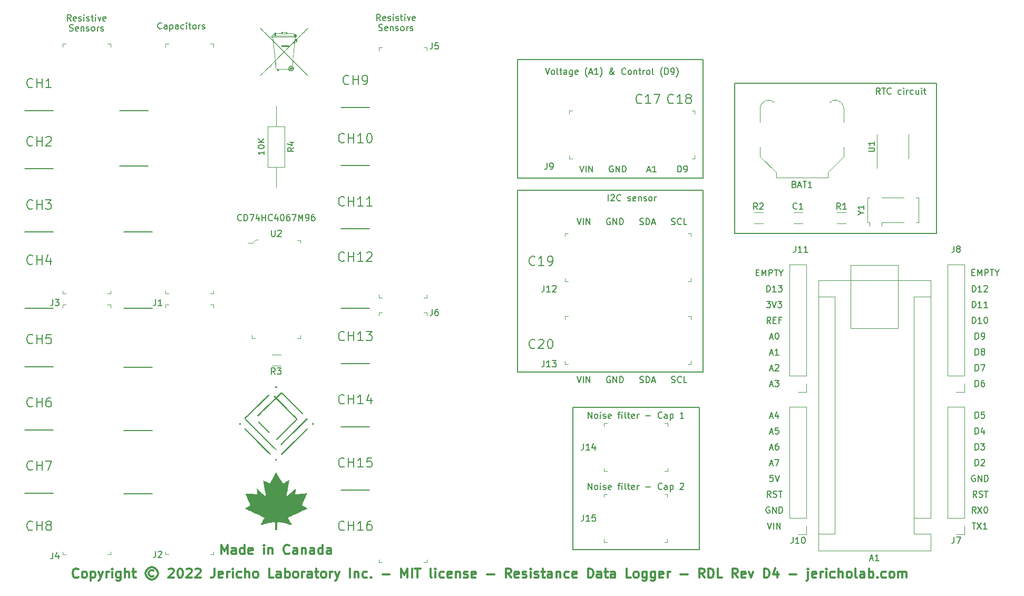
<source format=gbr>
%TF.GenerationSoftware,KiCad,Pcbnew,(6.0.2)*%
%TF.CreationDate,2022-07-12T14:07:49-04:00*%
%TF.ProjectId,RDL_revD6,52444c5f-7265-4764-9436-2e6b69636164,Rev D6*%
%TF.SameCoordinates,Original*%
%TF.FileFunction,Legend,Top*%
%TF.FilePolarity,Positive*%
%FSLAX46Y46*%
G04 Gerber Fmt 4.6, Leading zero omitted, Abs format (unit mm)*
G04 Created by KiCad (PCBNEW (6.0.2)) date 2022-07-12 14:07:49*
%MOMM*%
%LPD*%
G01*
G04 APERTURE LIST*
%ADD10C,0.150000*%
%ADD11C,0.300000*%
%ADD12C,0.120000*%
%ADD13C,0.100000*%
G04 APERTURE END LIST*
D10*
X158115000Y-107950000D02*
X178435000Y-107950000D01*
X178435000Y-107950000D02*
X178435000Y-130810000D01*
X178435000Y-130810000D02*
X158115000Y-130810000D01*
X158115000Y-130810000D02*
X158115000Y-107950000D01*
X184150000Y-55880000D02*
X216535000Y-55880000D01*
X216535000Y-55880000D02*
X216535000Y-80010000D01*
X216535000Y-80010000D02*
X184150000Y-80010000D01*
X184150000Y-80010000D02*
X184150000Y-55880000D01*
X149225000Y-73025000D02*
X179070000Y-73025000D01*
X179070000Y-73025000D02*
X179070000Y-102235000D01*
X179070000Y-102235000D02*
X149225000Y-102235000D01*
X149225000Y-102235000D02*
X149225000Y-73025000D01*
X149225000Y-52070000D02*
X179070000Y-52070000D01*
X179070000Y-52070000D02*
X179070000Y-71120000D01*
X179070000Y-71120000D02*
X149225000Y-71120000D01*
X149225000Y-71120000D02*
X149225000Y-52070000D01*
X189928571Y-94417380D02*
X189595238Y-93941190D01*
X189357142Y-94417380D02*
X189357142Y-93417380D01*
X189738095Y-93417380D01*
X189833333Y-93465000D01*
X189880952Y-93512619D01*
X189928571Y-93607857D01*
X189928571Y-93750714D01*
X189880952Y-93845952D01*
X189833333Y-93893571D01*
X189738095Y-93941190D01*
X189357142Y-93941190D01*
X190357142Y-93893571D02*
X190690476Y-93893571D01*
X190833333Y-94417380D02*
X190357142Y-94417380D01*
X190357142Y-93417380D01*
X190833333Y-93417380D01*
X191595238Y-93893571D02*
X191261904Y-93893571D01*
X191261904Y-94417380D02*
X191261904Y-93417380D01*
X191738095Y-93417380D01*
X70104285Y-79747619D02*
X70866190Y-79747619D01*
X70866190Y-79747619D02*
X71628095Y-79747619D01*
X71628095Y-79747619D02*
X72390000Y-79747619D01*
X72390000Y-79747619D02*
X73151904Y-79747619D01*
X73151904Y-79747619D02*
X73913809Y-79747619D01*
X73913809Y-79747619D02*
X74675714Y-79747619D01*
X222781904Y-112197380D02*
X222781904Y-111197380D01*
X223020000Y-111197380D01*
X223162857Y-111245000D01*
X223258095Y-111340238D01*
X223305714Y-111435476D01*
X223353333Y-111625952D01*
X223353333Y-111768809D01*
X223305714Y-111959285D01*
X223258095Y-112054523D01*
X223162857Y-112149761D01*
X223020000Y-112197380D01*
X222781904Y-112197380D01*
X224210476Y-111530714D02*
X224210476Y-112197380D01*
X223972380Y-111149761D02*
X223734285Y-111864047D01*
X224353333Y-111864047D01*
X207486666Y-57602380D02*
X207153333Y-57126190D01*
X206915238Y-57602380D02*
X206915238Y-56602380D01*
X207296190Y-56602380D01*
X207391428Y-56650000D01*
X207439047Y-56697619D01*
X207486666Y-56792857D01*
X207486666Y-56935714D01*
X207439047Y-57030952D01*
X207391428Y-57078571D01*
X207296190Y-57126190D01*
X206915238Y-57126190D01*
X207772380Y-56602380D02*
X208343809Y-56602380D01*
X208058095Y-57602380D02*
X208058095Y-56602380D01*
X209248571Y-57507142D02*
X209200952Y-57554761D01*
X209058095Y-57602380D01*
X208962857Y-57602380D01*
X208820000Y-57554761D01*
X208724761Y-57459523D01*
X208677142Y-57364285D01*
X208629523Y-57173809D01*
X208629523Y-57030952D01*
X208677142Y-56840476D01*
X208724761Y-56745238D01*
X208820000Y-56650000D01*
X208962857Y-56602380D01*
X209058095Y-56602380D01*
X209200952Y-56650000D01*
X209248571Y-56697619D01*
X210867619Y-57554761D02*
X210772380Y-57602380D01*
X210581904Y-57602380D01*
X210486666Y-57554761D01*
X210439047Y-57507142D01*
X210391428Y-57411904D01*
X210391428Y-57126190D01*
X210439047Y-57030952D01*
X210486666Y-56983333D01*
X210581904Y-56935714D01*
X210772380Y-56935714D01*
X210867619Y-56983333D01*
X211296190Y-57602380D02*
X211296190Y-56935714D01*
X211296190Y-56602380D02*
X211248571Y-56650000D01*
X211296190Y-56697619D01*
X211343809Y-56650000D01*
X211296190Y-56602380D01*
X211296190Y-56697619D01*
X211772380Y-57602380D02*
X211772380Y-56935714D01*
X211772380Y-57126190D02*
X211820000Y-57030952D01*
X211867619Y-56983333D01*
X211962857Y-56935714D01*
X212058095Y-56935714D01*
X212820000Y-57554761D02*
X212724761Y-57602380D01*
X212534285Y-57602380D01*
X212439047Y-57554761D01*
X212391428Y-57507142D01*
X212343809Y-57411904D01*
X212343809Y-57126190D01*
X212391428Y-57030952D01*
X212439047Y-56983333D01*
X212534285Y-56935714D01*
X212724761Y-56935714D01*
X212820000Y-56983333D01*
X213677142Y-56935714D02*
X213677142Y-57602380D01*
X213248571Y-56935714D02*
X213248571Y-57459523D01*
X213296190Y-57554761D01*
X213391428Y-57602380D01*
X213534285Y-57602380D01*
X213629523Y-57554761D01*
X213677142Y-57507142D01*
X214153333Y-57602380D02*
X214153333Y-56935714D01*
X214153333Y-56602380D02*
X214105714Y-56650000D01*
X214153333Y-56697619D01*
X214200952Y-56650000D01*
X214153333Y-56602380D01*
X214153333Y-56697619D01*
X214486666Y-56935714D02*
X214867619Y-56935714D01*
X214629523Y-56602380D02*
X214629523Y-57459523D01*
X214677142Y-57554761D01*
X214772380Y-57602380D01*
X214867619Y-57602380D01*
X122154285Y-55915714D02*
X122082857Y-55987142D01*
X121868571Y-56058571D01*
X121725714Y-56058571D01*
X121511428Y-55987142D01*
X121368571Y-55844285D01*
X121297142Y-55701428D01*
X121225714Y-55415714D01*
X121225714Y-55201428D01*
X121297142Y-54915714D01*
X121368571Y-54772857D01*
X121511428Y-54630000D01*
X121725714Y-54558571D01*
X121868571Y-54558571D01*
X122082857Y-54630000D01*
X122154285Y-54701428D01*
X122797142Y-56058571D02*
X122797142Y-54558571D01*
X122797142Y-55272857D02*
X123654285Y-55272857D01*
X123654285Y-56058571D02*
X123654285Y-54558571D01*
X124440000Y-56058571D02*
X124725714Y-56058571D01*
X124868571Y-55987142D01*
X124940000Y-55915714D01*
X125082857Y-55701428D01*
X125154285Y-55415714D01*
X125154285Y-54844285D01*
X125082857Y-54701428D01*
X125011428Y-54630000D01*
X124868571Y-54558571D01*
X124582857Y-54558571D01*
X124440000Y-54630000D01*
X124368571Y-54701428D01*
X124297142Y-54844285D01*
X124297142Y-55201428D01*
X124368571Y-55344285D01*
X124440000Y-55415714D01*
X124582857Y-55487142D01*
X124868571Y-55487142D01*
X125011428Y-55415714D01*
X125082857Y-55344285D01*
X125154285Y-55201428D01*
X222781904Y-104577380D02*
X222781904Y-103577380D01*
X223020000Y-103577380D01*
X223162857Y-103625000D01*
X223258095Y-103720238D01*
X223305714Y-103815476D01*
X223353333Y-104005952D01*
X223353333Y-104148809D01*
X223305714Y-104339285D01*
X223258095Y-104434523D01*
X223162857Y-104529761D01*
X223020000Y-104577380D01*
X222781904Y-104577380D01*
X224210476Y-103577380D02*
X224020000Y-103577380D01*
X223924761Y-103625000D01*
X223877142Y-103672619D01*
X223781904Y-103815476D01*
X223734285Y-104005952D01*
X223734285Y-104386904D01*
X223781904Y-104482142D01*
X223829523Y-104529761D01*
X223924761Y-104577380D01*
X224115238Y-104577380D01*
X224210476Y-104529761D01*
X224258095Y-104482142D01*
X224305714Y-104386904D01*
X224305714Y-104148809D01*
X224258095Y-104053571D01*
X224210476Y-104005952D01*
X224115238Y-103958333D01*
X223924761Y-103958333D01*
X223829523Y-104005952D01*
X223781904Y-104053571D01*
X223734285Y-104148809D01*
X158806666Y-102957380D02*
X159140000Y-103957380D01*
X159473333Y-102957380D01*
X159806666Y-103957380D02*
X159806666Y-102957380D01*
X160282857Y-103957380D02*
X160282857Y-102957380D01*
X160854285Y-103957380D01*
X160854285Y-102957380D01*
X164140000Y-103005000D02*
X164044761Y-102957380D01*
X163901904Y-102957380D01*
X163759047Y-103005000D01*
X163663809Y-103100238D01*
X163616190Y-103195476D01*
X163568571Y-103385952D01*
X163568571Y-103528809D01*
X163616190Y-103719285D01*
X163663809Y-103814523D01*
X163759047Y-103909761D01*
X163901904Y-103957380D01*
X163997142Y-103957380D01*
X164140000Y-103909761D01*
X164187619Y-103862142D01*
X164187619Y-103528809D01*
X163997142Y-103528809D01*
X164616190Y-103957380D02*
X164616190Y-102957380D01*
X165187619Y-103957380D01*
X165187619Y-102957380D01*
X165663809Y-103957380D02*
X165663809Y-102957380D01*
X165901904Y-102957380D01*
X166044761Y-103005000D01*
X166140000Y-103100238D01*
X166187619Y-103195476D01*
X166235238Y-103385952D01*
X166235238Y-103528809D01*
X166187619Y-103719285D01*
X166140000Y-103814523D01*
X166044761Y-103909761D01*
X165901904Y-103957380D01*
X165663809Y-103957380D01*
X168901904Y-103909761D02*
X169044761Y-103957380D01*
X169282857Y-103957380D01*
X169378095Y-103909761D01*
X169425714Y-103862142D01*
X169473333Y-103766904D01*
X169473333Y-103671666D01*
X169425714Y-103576428D01*
X169378095Y-103528809D01*
X169282857Y-103481190D01*
X169092380Y-103433571D01*
X168997142Y-103385952D01*
X168949523Y-103338333D01*
X168901904Y-103243095D01*
X168901904Y-103147857D01*
X168949523Y-103052619D01*
X168997142Y-103005000D01*
X169092380Y-102957380D01*
X169330476Y-102957380D01*
X169473333Y-103005000D01*
X169901904Y-103957380D02*
X169901904Y-102957380D01*
X170140000Y-102957380D01*
X170282857Y-103005000D01*
X170378095Y-103100238D01*
X170425714Y-103195476D01*
X170473333Y-103385952D01*
X170473333Y-103528809D01*
X170425714Y-103719285D01*
X170378095Y-103814523D01*
X170282857Y-103909761D01*
X170140000Y-103957380D01*
X169901904Y-103957380D01*
X170854285Y-103671666D02*
X171330476Y-103671666D01*
X170759047Y-103957380D02*
X171092380Y-102957380D01*
X171425714Y-103957380D01*
X173997142Y-103909761D02*
X174140000Y-103957380D01*
X174378095Y-103957380D01*
X174473333Y-103909761D01*
X174520952Y-103862142D01*
X174568571Y-103766904D01*
X174568571Y-103671666D01*
X174520952Y-103576428D01*
X174473333Y-103528809D01*
X174378095Y-103481190D01*
X174187619Y-103433571D01*
X174092380Y-103385952D01*
X174044761Y-103338333D01*
X173997142Y-103243095D01*
X173997142Y-103147857D01*
X174044761Y-103052619D01*
X174092380Y-103005000D01*
X174187619Y-102957380D01*
X174425714Y-102957380D01*
X174568571Y-103005000D01*
X175568571Y-103862142D02*
X175520952Y-103909761D01*
X175378095Y-103957380D01*
X175282857Y-103957380D01*
X175140000Y-103909761D01*
X175044761Y-103814523D01*
X174997142Y-103719285D01*
X174949523Y-103528809D01*
X174949523Y-103385952D01*
X174997142Y-103195476D01*
X175044761Y-103100238D01*
X175140000Y-103005000D01*
X175282857Y-102957380D01*
X175378095Y-102957380D01*
X175520952Y-103005000D01*
X175568571Y-103052619D01*
X176473333Y-103957380D02*
X175997142Y-103957380D01*
X175997142Y-102957380D01*
X121440000Y-65265714D02*
X121368571Y-65337142D01*
X121154285Y-65408571D01*
X121011428Y-65408571D01*
X120797142Y-65337142D01*
X120654285Y-65194285D01*
X120582857Y-65051428D01*
X120511428Y-64765714D01*
X120511428Y-64551428D01*
X120582857Y-64265714D01*
X120654285Y-64122857D01*
X120797142Y-63980000D01*
X121011428Y-63908571D01*
X121154285Y-63908571D01*
X121368571Y-63980000D01*
X121440000Y-64051428D01*
X122082857Y-65408571D02*
X122082857Y-63908571D01*
X122082857Y-64622857D02*
X122940000Y-64622857D01*
X122940000Y-65408571D02*
X122940000Y-63908571D01*
X124440000Y-65408571D02*
X123582857Y-65408571D01*
X124011428Y-65408571D02*
X124011428Y-63908571D01*
X123868571Y-64122857D01*
X123725714Y-64265714D01*
X123582857Y-64337142D01*
X125368571Y-63908571D02*
X125511428Y-63908571D01*
X125654285Y-63980000D01*
X125725714Y-64051428D01*
X125797142Y-64194285D01*
X125868571Y-64480000D01*
X125868571Y-64837142D01*
X125797142Y-65122857D01*
X125725714Y-65265714D01*
X125654285Y-65337142D01*
X125511428Y-65408571D01*
X125368571Y-65408571D01*
X125225714Y-65337142D01*
X125154285Y-65265714D01*
X125082857Y-65122857D01*
X125011428Y-64837142D01*
X125011428Y-64480000D01*
X125082857Y-64194285D01*
X125154285Y-64051428D01*
X125225714Y-63980000D01*
X125368571Y-63908571D01*
X189952380Y-122357380D02*
X189619047Y-121881190D01*
X189380952Y-122357380D02*
X189380952Y-121357380D01*
X189761904Y-121357380D01*
X189857142Y-121405000D01*
X189904761Y-121452619D01*
X189952380Y-121547857D01*
X189952380Y-121690714D01*
X189904761Y-121785952D01*
X189857142Y-121833571D01*
X189761904Y-121881190D01*
X189380952Y-121881190D01*
X190333333Y-122309761D02*
X190476190Y-122357380D01*
X190714285Y-122357380D01*
X190809523Y-122309761D01*
X190857142Y-122262142D01*
X190904761Y-122166904D01*
X190904761Y-122071666D01*
X190857142Y-121976428D01*
X190809523Y-121928809D01*
X190714285Y-121881190D01*
X190523809Y-121833571D01*
X190428571Y-121785952D01*
X190380952Y-121738333D01*
X190333333Y-121643095D01*
X190333333Y-121547857D01*
X190380952Y-121452619D01*
X190428571Y-121405000D01*
X190523809Y-121357380D01*
X190761904Y-121357380D01*
X190904761Y-121405000D01*
X191190476Y-121357380D02*
X191761904Y-121357380D01*
X191476190Y-122357380D02*
X191476190Y-121357380D01*
X70104285Y-60237619D02*
X70866190Y-60237619D01*
X70866190Y-60237619D02*
X71628095Y-60237619D01*
X71628095Y-60237619D02*
X72390000Y-60237619D01*
X72390000Y-60237619D02*
X73151904Y-60237619D01*
X73151904Y-60237619D02*
X73913809Y-60237619D01*
X73913809Y-60237619D02*
X74675714Y-60237619D01*
X222781904Y-117277380D02*
X222781904Y-116277380D01*
X223020000Y-116277380D01*
X223162857Y-116325000D01*
X223258095Y-116420238D01*
X223305714Y-116515476D01*
X223353333Y-116705952D01*
X223353333Y-116848809D01*
X223305714Y-117039285D01*
X223258095Y-117134523D01*
X223162857Y-117229761D01*
X223020000Y-117277380D01*
X222781904Y-117277380D01*
X223734285Y-116372619D02*
X223781904Y-116325000D01*
X223877142Y-116277380D01*
X224115238Y-116277380D01*
X224210476Y-116325000D01*
X224258095Y-116372619D01*
X224305714Y-116467857D01*
X224305714Y-116563095D01*
X224258095Y-116705952D01*
X223686666Y-117277380D01*
X224305714Y-117277380D01*
X222281904Y-126437380D02*
X222853333Y-126437380D01*
X222567619Y-127437380D02*
X222567619Y-126437380D01*
X223091428Y-126437380D02*
X223758095Y-127437380D01*
X223758095Y-126437380D02*
X223091428Y-127437380D01*
X224662857Y-127437380D02*
X224091428Y-127437380D01*
X224377142Y-127437380D02*
X224377142Y-126437380D01*
X224281904Y-126580238D01*
X224186666Y-126675476D01*
X224091428Y-126723095D01*
X85979285Y-91987619D02*
X86741190Y-91987619D01*
X86741190Y-91987619D02*
X87503095Y-91987619D01*
X87503095Y-91987619D02*
X88265000Y-91987619D01*
X88265000Y-91987619D02*
X89026904Y-91987619D01*
X89026904Y-91987619D02*
X89788809Y-91987619D01*
X89788809Y-91987619D02*
X90550714Y-91987619D01*
X85979285Y-111672619D02*
X86741190Y-111672619D01*
X86741190Y-111672619D02*
X87503095Y-111672619D01*
X87503095Y-111672619D02*
X88265000Y-111672619D01*
X88265000Y-111672619D02*
X89026904Y-111672619D01*
X89026904Y-111672619D02*
X89788809Y-111672619D01*
X89788809Y-111672619D02*
X90550714Y-111672619D01*
X163830476Y-74747380D02*
X163830476Y-73747380D01*
X164259047Y-73842619D02*
X164306666Y-73795000D01*
X164401904Y-73747380D01*
X164640000Y-73747380D01*
X164735238Y-73795000D01*
X164782857Y-73842619D01*
X164830476Y-73937857D01*
X164830476Y-74033095D01*
X164782857Y-74175952D01*
X164211428Y-74747380D01*
X164830476Y-74747380D01*
X165830476Y-74652142D02*
X165782857Y-74699761D01*
X165640000Y-74747380D01*
X165544761Y-74747380D01*
X165401904Y-74699761D01*
X165306666Y-74604523D01*
X165259047Y-74509285D01*
X165211428Y-74318809D01*
X165211428Y-74175952D01*
X165259047Y-73985476D01*
X165306666Y-73890238D01*
X165401904Y-73795000D01*
X165544761Y-73747380D01*
X165640000Y-73747380D01*
X165782857Y-73795000D01*
X165830476Y-73842619D01*
X166973333Y-74699761D02*
X167068571Y-74747380D01*
X167259047Y-74747380D01*
X167354285Y-74699761D01*
X167401904Y-74604523D01*
X167401904Y-74556904D01*
X167354285Y-74461666D01*
X167259047Y-74414047D01*
X167116190Y-74414047D01*
X167020952Y-74366428D01*
X166973333Y-74271190D01*
X166973333Y-74223571D01*
X167020952Y-74128333D01*
X167116190Y-74080714D01*
X167259047Y-74080714D01*
X167354285Y-74128333D01*
X168211428Y-74699761D02*
X168116190Y-74747380D01*
X167925714Y-74747380D01*
X167830476Y-74699761D01*
X167782857Y-74604523D01*
X167782857Y-74223571D01*
X167830476Y-74128333D01*
X167925714Y-74080714D01*
X168116190Y-74080714D01*
X168211428Y-74128333D01*
X168259047Y-74223571D01*
X168259047Y-74318809D01*
X167782857Y-74414047D01*
X168687619Y-74080714D02*
X168687619Y-74747380D01*
X168687619Y-74175952D02*
X168735238Y-74128333D01*
X168830476Y-74080714D01*
X168973333Y-74080714D01*
X169068571Y-74128333D01*
X169116190Y-74223571D01*
X169116190Y-74747380D01*
X169544761Y-74699761D02*
X169640000Y-74747380D01*
X169830476Y-74747380D01*
X169925714Y-74699761D01*
X169973333Y-74604523D01*
X169973333Y-74556904D01*
X169925714Y-74461666D01*
X169830476Y-74414047D01*
X169687619Y-74414047D01*
X169592380Y-74366428D01*
X169544761Y-74271190D01*
X169544761Y-74223571D01*
X169592380Y-74128333D01*
X169687619Y-74080714D01*
X169830476Y-74080714D01*
X169925714Y-74128333D01*
X170544761Y-74747380D02*
X170449523Y-74699761D01*
X170401904Y-74652142D01*
X170354285Y-74556904D01*
X170354285Y-74271190D01*
X170401904Y-74175952D01*
X170449523Y-74128333D01*
X170544761Y-74080714D01*
X170687619Y-74080714D01*
X170782857Y-74128333D01*
X170830476Y-74175952D01*
X170878095Y-74271190D01*
X170878095Y-74556904D01*
X170830476Y-74652142D01*
X170782857Y-74699761D01*
X170687619Y-74747380D01*
X170544761Y-74747380D01*
X171306666Y-74747380D02*
X171306666Y-74080714D01*
X171306666Y-74271190D02*
X171354285Y-74175952D01*
X171401904Y-74128333D01*
X171497142Y-74080714D01*
X171592380Y-74080714D01*
X120904285Y-111037619D02*
X121666190Y-111037619D01*
X121666190Y-111037619D02*
X122428095Y-111037619D01*
X122428095Y-111037619D02*
X123190000Y-111037619D01*
X123190000Y-111037619D02*
X123951904Y-111037619D01*
X123951904Y-111037619D02*
X124713809Y-111037619D01*
X124713809Y-111037619D02*
X125475714Y-111037619D01*
X85344285Y-60237619D02*
X86106190Y-60237619D01*
X86106190Y-60237619D02*
X86868095Y-60237619D01*
X86868095Y-60237619D02*
X87630000Y-60237619D01*
X87630000Y-60237619D02*
X88391904Y-60237619D01*
X88391904Y-60237619D02*
X89153809Y-60237619D01*
X89153809Y-60237619D02*
X89915714Y-60237619D01*
X189404761Y-126437380D02*
X189738095Y-127437380D01*
X190071428Y-126437380D01*
X190404761Y-127437380D02*
X190404761Y-126437380D01*
X190880952Y-127437380D02*
X190880952Y-126437380D01*
X191452380Y-127437380D01*
X191452380Y-126437380D01*
X169215714Y-58955714D02*
X169144285Y-59027142D01*
X168930000Y-59098571D01*
X168787142Y-59098571D01*
X168572857Y-59027142D01*
X168430000Y-58884285D01*
X168358571Y-58741428D01*
X168287142Y-58455714D01*
X168287142Y-58241428D01*
X168358571Y-57955714D01*
X168430000Y-57812857D01*
X168572857Y-57670000D01*
X168787142Y-57598571D01*
X168930000Y-57598571D01*
X169144285Y-57670000D01*
X169215714Y-57741428D01*
X170644285Y-59098571D02*
X169787142Y-59098571D01*
X170215714Y-59098571D02*
X170215714Y-57598571D01*
X170072857Y-57812857D01*
X169930000Y-57955714D01*
X169787142Y-58027142D01*
X171144285Y-57598571D02*
X172144285Y-57598571D01*
X171501428Y-59098571D01*
X121440000Y-127535714D02*
X121368571Y-127607142D01*
X121154285Y-127678571D01*
X121011428Y-127678571D01*
X120797142Y-127607142D01*
X120654285Y-127464285D01*
X120582857Y-127321428D01*
X120511428Y-127035714D01*
X120511428Y-126821428D01*
X120582857Y-126535714D01*
X120654285Y-126392857D01*
X120797142Y-126250000D01*
X121011428Y-126178571D01*
X121154285Y-126178571D01*
X121368571Y-126250000D01*
X121440000Y-126321428D01*
X122082857Y-127678571D02*
X122082857Y-126178571D01*
X122082857Y-126892857D02*
X122940000Y-126892857D01*
X122940000Y-127678571D02*
X122940000Y-126178571D01*
X124440000Y-127678571D02*
X123582857Y-127678571D01*
X124011428Y-127678571D02*
X124011428Y-126178571D01*
X123868571Y-126392857D01*
X123725714Y-126535714D01*
X123582857Y-126607142D01*
X125725714Y-126178571D02*
X125440000Y-126178571D01*
X125297142Y-126250000D01*
X125225714Y-126321428D01*
X125082857Y-126535714D01*
X125011428Y-126821428D01*
X125011428Y-127392857D01*
X125082857Y-127535714D01*
X125154285Y-127607142D01*
X125297142Y-127678571D01*
X125582857Y-127678571D01*
X125725714Y-127607142D01*
X125797142Y-127535714D01*
X125868571Y-127392857D01*
X125868571Y-127035714D01*
X125797142Y-126892857D01*
X125725714Y-126821428D01*
X125582857Y-126750000D01*
X125297142Y-126750000D01*
X125154285Y-126821428D01*
X125082857Y-126892857D01*
X125011428Y-127035714D01*
X127200000Y-45787380D02*
X126866666Y-45311190D01*
X126628571Y-45787380D02*
X126628571Y-44787380D01*
X127009523Y-44787380D01*
X127104761Y-44835000D01*
X127152380Y-44882619D01*
X127200000Y-44977857D01*
X127200000Y-45120714D01*
X127152380Y-45215952D01*
X127104761Y-45263571D01*
X127009523Y-45311190D01*
X126628571Y-45311190D01*
X128009523Y-45739761D02*
X127914285Y-45787380D01*
X127723809Y-45787380D01*
X127628571Y-45739761D01*
X127580952Y-45644523D01*
X127580952Y-45263571D01*
X127628571Y-45168333D01*
X127723809Y-45120714D01*
X127914285Y-45120714D01*
X128009523Y-45168333D01*
X128057142Y-45263571D01*
X128057142Y-45358809D01*
X127580952Y-45454047D01*
X128438095Y-45739761D02*
X128533333Y-45787380D01*
X128723809Y-45787380D01*
X128819047Y-45739761D01*
X128866666Y-45644523D01*
X128866666Y-45596904D01*
X128819047Y-45501666D01*
X128723809Y-45454047D01*
X128580952Y-45454047D01*
X128485714Y-45406428D01*
X128438095Y-45311190D01*
X128438095Y-45263571D01*
X128485714Y-45168333D01*
X128580952Y-45120714D01*
X128723809Y-45120714D01*
X128819047Y-45168333D01*
X129295238Y-45787380D02*
X129295238Y-45120714D01*
X129295238Y-44787380D02*
X129247619Y-44835000D01*
X129295238Y-44882619D01*
X129342857Y-44835000D01*
X129295238Y-44787380D01*
X129295238Y-44882619D01*
X129723809Y-45739761D02*
X129819047Y-45787380D01*
X130009523Y-45787380D01*
X130104761Y-45739761D01*
X130152380Y-45644523D01*
X130152380Y-45596904D01*
X130104761Y-45501666D01*
X130009523Y-45454047D01*
X129866666Y-45454047D01*
X129771428Y-45406428D01*
X129723809Y-45311190D01*
X129723809Y-45263571D01*
X129771428Y-45168333D01*
X129866666Y-45120714D01*
X130009523Y-45120714D01*
X130104761Y-45168333D01*
X130438095Y-45120714D02*
X130819047Y-45120714D01*
X130580952Y-44787380D02*
X130580952Y-45644523D01*
X130628571Y-45739761D01*
X130723809Y-45787380D01*
X130819047Y-45787380D01*
X131152380Y-45787380D02*
X131152380Y-45120714D01*
X131152380Y-44787380D02*
X131104761Y-44835000D01*
X131152380Y-44882619D01*
X131200000Y-44835000D01*
X131152380Y-44787380D01*
X131152380Y-44882619D01*
X131533333Y-45120714D02*
X131771428Y-45787380D01*
X132009523Y-45120714D01*
X132771428Y-45739761D02*
X132676190Y-45787380D01*
X132485714Y-45787380D01*
X132390476Y-45739761D01*
X132342857Y-45644523D01*
X132342857Y-45263571D01*
X132390476Y-45168333D01*
X132485714Y-45120714D01*
X132676190Y-45120714D01*
X132771428Y-45168333D01*
X132819047Y-45263571D01*
X132819047Y-45358809D01*
X132342857Y-45454047D01*
X126961904Y-47349761D02*
X127104761Y-47397380D01*
X127342857Y-47397380D01*
X127438095Y-47349761D01*
X127485714Y-47302142D01*
X127533333Y-47206904D01*
X127533333Y-47111666D01*
X127485714Y-47016428D01*
X127438095Y-46968809D01*
X127342857Y-46921190D01*
X127152380Y-46873571D01*
X127057142Y-46825952D01*
X127009523Y-46778333D01*
X126961904Y-46683095D01*
X126961904Y-46587857D01*
X127009523Y-46492619D01*
X127057142Y-46445000D01*
X127152380Y-46397380D01*
X127390476Y-46397380D01*
X127533333Y-46445000D01*
X128342857Y-47349761D02*
X128247619Y-47397380D01*
X128057142Y-47397380D01*
X127961904Y-47349761D01*
X127914285Y-47254523D01*
X127914285Y-46873571D01*
X127961904Y-46778333D01*
X128057142Y-46730714D01*
X128247619Y-46730714D01*
X128342857Y-46778333D01*
X128390476Y-46873571D01*
X128390476Y-46968809D01*
X127914285Y-47064047D01*
X128819047Y-46730714D02*
X128819047Y-47397380D01*
X128819047Y-46825952D02*
X128866666Y-46778333D01*
X128961904Y-46730714D01*
X129104761Y-46730714D01*
X129200000Y-46778333D01*
X129247619Y-46873571D01*
X129247619Y-47397380D01*
X129676190Y-47349761D02*
X129771428Y-47397380D01*
X129961904Y-47397380D01*
X130057142Y-47349761D01*
X130104761Y-47254523D01*
X130104761Y-47206904D01*
X130057142Y-47111666D01*
X129961904Y-47064047D01*
X129819047Y-47064047D01*
X129723809Y-47016428D01*
X129676190Y-46921190D01*
X129676190Y-46873571D01*
X129723809Y-46778333D01*
X129819047Y-46730714D01*
X129961904Y-46730714D01*
X130057142Y-46778333D01*
X130676190Y-47397380D02*
X130580952Y-47349761D01*
X130533333Y-47302142D01*
X130485714Y-47206904D01*
X130485714Y-46921190D01*
X130533333Y-46825952D01*
X130580952Y-46778333D01*
X130676190Y-46730714D01*
X130819047Y-46730714D01*
X130914285Y-46778333D01*
X130961904Y-46825952D01*
X131009523Y-46921190D01*
X131009523Y-47206904D01*
X130961904Y-47302142D01*
X130914285Y-47349761D01*
X130819047Y-47397380D01*
X130676190Y-47397380D01*
X131438095Y-47397380D02*
X131438095Y-46730714D01*
X131438095Y-46921190D02*
X131485714Y-46825952D01*
X131533333Y-46778333D01*
X131628571Y-46730714D01*
X131723809Y-46730714D01*
X132009523Y-47349761D02*
X132104761Y-47397380D01*
X132295238Y-47397380D01*
X132390476Y-47349761D01*
X132438095Y-47254523D01*
X132438095Y-47206904D01*
X132390476Y-47111666D01*
X132295238Y-47064047D01*
X132152380Y-47064047D01*
X132057142Y-47016428D01*
X132009523Y-46921190D01*
X132009523Y-46873571D01*
X132057142Y-46778333D01*
X132152380Y-46730714D01*
X132295238Y-46730714D01*
X132390476Y-46778333D01*
X71354285Y-56415714D02*
X71282857Y-56487142D01*
X71068571Y-56558571D01*
X70925714Y-56558571D01*
X70711428Y-56487142D01*
X70568571Y-56344285D01*
X70497142Y-56201428D01*
X70425714Y-55915714D01*
X70425714Y-55701428D01*
X70497142Y-55415714D01*
X70568571Y-55272857D01*
X70711428Y-55130000D01*
X70925714Y-55058571D01*
X71068571Y-55058571D01*
X71282857Y-55130000D01*
X71354285Y-55201428D01*
X71997142Y-56558571D02*
X71997142Y-55058571D01*
X71997142Y-55772857D02*
X72854285Y-55772857D01*
X72854285Y-56558571D02*
X72854285Y-55058571D01*
X74354285Y-56558571D02*
X73497142Y-56558571D01*
X73925714Y-56558571D02*
X73925714Y-55058571D01*
X73782857Y-55272857D01*
X73640000Y-55415714D01*
X73497142Y-55487142D01*
X222877142Y-124897380D02*
X222543809Y-124421190D01*
X222305714Y-124897380D02*
X222305714Y-123897380D01*
X222686666Y-123897380D01*
X222781904Y-123945000D01*
X222829523Y-123992619D01*
X222877142Y-124087857D01*
X222877142Y-124230714D01*
X222829523Y-124325952D01*
X222781904Y-124373571D01*
X222686666Y-124421190D01*
X222305714Y-124421190D01*
X223210476Y-123897380D02*
X223877142Y-124897380D01*
X223877142Y-123897380D02*
X223210476Y-124897380D01*
X224448571Y-123897380D02*
X224543809Y-123897380D01*
X224639047Y-123945000D01*
X224686666Y-123992619D01*
X224734285Y-124087857D01*
X224781904Y-124278333D01*
X224781904Y-124516428D01*
X224734285Y-124706904D01*
X224686666Y-124802142D01*
X224639047Y-124849761D01*
X224543809Y-124897380D01*
X224448571Y-124897380D01*
X224353333Y-124849761D01*
X224305714Y-124802142D01*
X224258095Y-124706904D01*
X224210476Y-124516428D01*
X224210476Y-124278333D01*
X224258095Y-124087857D01*
X224305714Y-123992619D01*
X224353333Y-123945000D01*
X224448571Y-123897380D01*
X70104285Y-69587619D02*
X70866190Y-69587619D01*
X70866190Y-69587619D02*
X71628095Y-69587619D01*
X71628095Y-69587619D02*
X72390000Y-69587619D01*
X72390000Y-69587619D02*
X73151904Y-69587619D01*
X73151904Y-69587619D02*
X73913809Y-69587619D01*
X73913809Y-69587619D02*
X74675714Y-69587619D01*
X120904285Y-91987619D02*
X121666190Y-91987619D01*
X121666190Y-91987619D02*
X122428095Y-91987619D01*
X122428095Y-91987619D02*
X123190000Y-91987619D01*
X123190000Y-91987619D02*
X123951904Y-91987619D01*
X123951904Y-91987619D02*
X124713809Y-91987619D01*
X124713809Y-91987619D02*
X125475714Y-91987619D01*
X222305714Y-89337380D02*
X222305714Y-88337380D01*
X222543809Y-88337380D01*
X222686666Y-88385000D01*
X222781904Y-88480238D01*
X222829523Y-88575476D01*
X222877142Y-88765952D01*
X222877142Y-88908809D01*
X222829523Y-89099285D01*
X222781904Y-89194523D01*
X222686666Y-89289761D01*
X222543809Y-89337380D01*
X222305714Y-89337380D01*
X223829523Y-89337380D02*
X223258095Y-89337380D01*
X223543809Y-89337380D02*
X223543809Y-88337380D01*
X223448571Y-88480238D01*
X223353333Y-88575476D01*
X223258095Y-88623095D01*
X224210476Y-88432619D02*
X224258095Y-88385000D01*
X224353333Y-88337380D01*
X224591428Y-88337380D01*
X224686666Y-88385000D01*
X224734285Y-88432619D01*
X224781904Y-88527857D01*
X224781904Y-88623095D01*
X224734285Y-88765952D01*
X224162857Y-89337380D01*
X224781904Y-89337380D01*
X223023477Y-122364813D02*
X222690144Y-121888623D01*
X222452049Y-122364813D02*
X222452049Y-121364813D01*
X222833001Y-121364813D01*
X222928239Y-121412433D01*
X222975858Y-121460052D01*
X223023477Y-121555290D01*
X223023477Y-121698147D01*
X222975858Y-121793385D01*
X222928239Y-121841004D01*
X222833001Y-121888623D01*
X222452049Y-121888623D01*
X223404430Y-122317194D02*
X223547287Y-122364813D01*
X223785382Y-122364813D01*
X223880620Y-122317194D01*
X223928239Y-122269575D01*
X223975858Y-122174337D01*
X223975858Y-122079099D01*
X223928239Y-121983861D01*
X223880620Y-121936242D01*
X223785382Y-121888623D01*
X223594906Y-121841004D01*
X223499668Y-121793385D01*
X223452049Y-121745766D01*
X223404430Y-121650528D01*
X223404430Y-121555290D01*
X223452049Y-121460052D01*
X223499668Y-121412433D01*
X223594906Y-121364813D01*
X223833001Y-121364813D01*
X223975858Y-121412433D01*
X224261573Y-121364813D02*
X224833001Y-121364813D01*
X224547287Y-122364813D02*
X224547287Y-121364813D01*
X160632142Y-109672380D02*
X160632142Y-108672380D01*
X161203571Y-109672380D01*
X161203571Y-108672380D01*
X161822619Y-109672380D02*
X161727380Y-109624761D01*
X161679761Y-109577142D01*
X161632142Y-109481904D01*
X161632142Y-109196190D01*
X161679761Y-109100952D01*
X161727380Y-109053333D01*
X161822619Y-109005714D01*
X161965476Y-109005714D01*
X162060714Y-109053333D01*
X162108333Y-109100952D01*
X162155952Y-109196190D01*
X162155952Y-109481904D01*
X162108333Y-109577142D01*
X162060714Y-109624761D01*
X161965476Y-109672380D01*
X161822619Y-109672380D01*
X162584523Y-109672380D02*
X162584523Y-109005714D01*
X162584523Y-108672380D02*
X162536904Y-108720000D01*
X162584523Y-108767619D01*
X162632142Y-108720000D01*
X162584523Y-108672380D01*
X162584523Y-108767619D01*
X163013095Y-109624761D02*
X163108333Y-109672380D01*
X163298809Y-109672380D01*
X163394047Y-109624761D01*
X163441666Y-109529523D01*
X163441666Y-109481904D01*
X163394047Y-109386666D01*
X163298809Y-109339047D01*
X163155952Y-109339047D01*
X163060714Y-109291428D01*
X163013095Y-109196190D01*
X163013095Y-109148571D01*
X163060714Y-109053333D01*
X163155952Y-109005714D01*
X163298809Y-109005714D01*
X163394047Y-109053333D01*
X164251190Y-109624761D02*
X164155952Y-109672380D01*
X163965476Y-109672380D01*
X163870238Y-109624761D01*
X163822619Y-109529523D01*
X163822619Y-109148571D01*
X163870238Y-109053333D01*
X163965476Y-109005714D01*
X164155952Y-109005714D01*
X164251190Y-109053333D01*
X164298809Y-109148571D01*
X164298809Y-109243809D01*
X163822619Y-109339047D01*
X165346428Y-109005714D02*
X165727380Y-109005714D01*
X165489285Y-109672380D02*
X165489285Y-108815238D01*
X165536904Y-108720000D01*
X165632142Y-108672380D01*
X165727380Y-108672380D01*
X166060714Y-109672380D02*
X166060714Y-109005714D01*
X166060714Y-108672380D02*
X166013095Y-108720000D01*
X166060714Y-108767619D01*
X166108333Y-108720000D01*
X166060714Y-108672380D01*
X166060714Y-108767619D01*
X166679761Y-109672380D02*
X166584523Y-109624761D01*
X166536904Y-109529523D01*
X166536904Y-108672380D01*
X166917857Y-109005714D02*
X167298809Y-109005714D01*
X167060714Y-108672380D02*
X167060714Y-109529523D01*
X167108333Y-109624761D01*
X167203571Y-109672380D01*
X167298809Y-109672380D01*
X168013095Y-109624761D02*
X167917857Y-109672380D01*
X167727380Y-109672380D01*
X167632142Y-109624761D01*
X167584523Y-109529523D01*
X167584523Y-109148571D01*
X167632142Y-109053333D01*
X167727380Y-109005714D01*
X167917857Y-109005714D01*
X168013095Y-109053333D01*
X168060714Y-109148571D01*
X168060714Y-109243809D01*
X167584523Y-109339047D01*
X168489285Y-109672380D02*
X168489285Y-109005714D01*
X168489285Y-109196190D02*
X168536904Y-109100952D01*
X168584523Y-109053333D01*
X168679761Y-109005714D01*
X168775000Y-109005714D01*
X169870238Y-109291428D02*
X170632142Y-109291428D01*
X172441666Y-109577142D02*
X172394047Y-109624761D01*
X172251190Y-109672380D01*
X172155952Y-109672380D01*
X172013095Y-109624761D01*
X171917857Y-109529523D01*
X171870238Y-109434285D01*
X171822619Y-109243809D01*
X171822619Y-109100952D01*
X171870238Y-108910476D01*
X171917857Y-108815238D01*
X172013095Y-108720000D01*
X172155952Y-108672380D01*
X172251190Y-108672380D01*
X172394047Y-108720000D01*
X172441666Y-108767619D01*
X173298809Y-109672380D02*
X173298809Y-109148571D01*
X173251190Y-109053333D01*
X173155952Y-109005714D01*
X172965476Y-109005714D01*
X172870238Y-109053333D01*
X173298809Y-109624761D02*
X173203571Y-109672380D01*
X172965476Y-109672380D01*
X172870238Y-109624761D01*
X172822619Y-109529523D01*
X172822619Y-109434285D01*
X172870238Y-109339047D01*
X172965476Y-109291428D01*
X173203571Y-109291428D01*
X173298809Y-109243809D01*
X173775000Y-109005714D02*
X173775000Y-110005714D01*
X173775000Y-109053333D02*
X173870238Y-109005714D01*
X174060714Y-109005714D01*
X174155952Y-109053333D01*
X174203571Y-109100952D01*
X174251190Y-109196190D01*
X174251190Y-109481904D01*
X174203571Y-109577142D01*
X174155952Y-109624761D01*
X174060714Y-109672380D01*
X173870238Y-109672380D01*
X173775000Y-109624761D01*
X175965476Y-109672380D02*
X175394047Y-109672380D01*
X175679761Y-109672380D02*
X175679761Y-108672380D01*
X175584523Y-108815238D01*
X175489285Y-108910476D01*
X175394047Y-108958095D01*
X121440000Y-117375714D02*
X121368571Y-117447142D01*
X121154285Y-117518571D01*
X121011428Y-117518571D01*
X120797142Y-117447142D01*
X120654285Y-117304285D01*
X120582857Y-117161428D01*
X120511428Y-116875714D01*
X120511428Y-116661428D01*
X120582857Y-116375714D01*
X120654285Y-116232857D01*
X120797142Y-116090000D01*
X121011428Y-116018571D01*
X121154285Y-116018571D01*
X121368571Y-116090000D01*
X121440000Y-116161428D01*
X122082857Y-117518571D02*
X122082857Y-116018571D01*
X122082857Y-116732857D02*
X122940000Y-116732857D01*
X122940000Y-117518571D02*
X122940000Y-116018571D01*
X124440000Y-117518571D02*
X123582857Y-117518571D01*
X124011428Y-117518571D02*
X124011428Y-116018571D01*
X123868571Y-116232857D01*
X123725714Y-116375714D01*
X123582857Y-116447142D01*
X125797142Y-116018571D02*
X125082857Y-116018571D01*
X125011428Y-116732857D01*
X125082857Y-116661428D01*
X125225714Y-116590000D01*
X125582857Y-116590000D01*
X125725714Y-116661428D01*
X125797142Y-116732857D01*
X125868571Y-116875714D01*
X125868571Y-117232857D01*
X125797142Y-117375714D01*
X125725714Y-117447142D01*
X125582857Y-117518571D01*
X125225714Y-117518571D01*
X125082857Y-117447142D01*
X125011428Y-117375714D01*
X120904285Y-59737619D02*
X121666190Y-59737619D01*
X121666190Y-59737619D02*
X122428095Y-59737619D01*
X122428095Y-59737619D02*
X123190000Y-59737619D01*
X123190000Y-59737619D02*
X123951904Y-59737619D01*
X123951904Y-59737619D02*
X124713809Y-59737619D01*
X124713809Y-59737619D02*
X125475714Y-59737619D01*
X222305714Y-94417380D02*
X222305714Y-93417380D01*
X222543809Y-93417380D01*
X222686666Y-93465000D01*
X222781904Y-93560238D01*
X222829523Y-93655476D01*
X222877142Y-93845952D01*
X222877142Y-93988809D01*
X222829523Y-94179285D01*
X222781904Y-94274523D01*
X222686666Y-94369761D01*
X222543809Y-94417380D01*
X222305714Y-94417380D01*
X223829523Y-94417380D02*
X223258095Y-94417380D01*
X223543809Y-94417380D02*
X223543809Y-93417380D01*
X223448571Y-93560238D01*
X223353333Y-93655476D01*
X223258095Y-93703095D01*
X224448571Y-93417380D02*
X224543809Y-93417380D01*
X224639047Y-93465000D01*
X224686666Y-93512619D01*
X224734285Y-93607857D01*
X224781904Y-93798333D01*
X224781904Y-94036428D01*
X224734285Y-94226904D01*
X224686666Y-94322142D01*
X224639047Y-94369761D01*
X224543809Y-94417380D01*
X224448571Y-94417380D01*
X224353333Y-94369761D01*
X224305714Y-94322142D01*
X224258095Y-94226904D01*
X224210476Y-94036428D01*
X224210476Y-93798333D01*
X224258095Y-93607857D01*
X224305714Y-93512619D01*
X224353333Y-93465000D01*
X224448571Y-93417380D01*
X222270627Y-86239632D02*
X222603961Y-86239632D01*
X222746818Y-86763441D02*
X222270627Y-86763441D01*
X222270627Y-85763441D01*
X222746818Y-85763441D01*
X223175389Y-86763441D02*
X223175389Y-85763441D01*
X223508723Y-86477727D01*
X223842056Y-85763441D01*
X223842056Y-86763441D01*
X224318246Y-86763441D02*
X224318246Y-85763441D01*
X224699199Y-85763441D01*
X224794437Y-85811061D01*
X224842056Y-85858680D01*
X224889675Y-85953918D01*
X224889675Y-86096775D01*
X224842056Y-86192013D01*
X224794437Y-86239632D01*
X224699199Y-86287251D01*
X224318246Y-86287251D01*
X225175389Y-85763441D02*
X225746818Y-85763441D01*
X225461104Y-86763441D02*
X225461104Y-85763441D01*
X226270627Y-86287251D02*
X226270627Y-86763441D01*
X225937294Y-85763441D02*
X226270627Y-86287251D01*
X226603961Y-85763441D01*
X222781904Y-99497380D02*
X222781904Y-98497380D01*
X223020000Y-98497380D01*
X223162857Y-98545000D01*
X223258095Y-98640238D01*
X223305714Y-98735476D01*
X223353333Y-98925952D01*
X223353333Y-99068809D01*
X223305714Y-99259285D01*
X223258095Y-99354523D01*
X223162857Y-99449761D01*
X223020000Y-99497380D01*
X222781904Y-99497380D01*
X223924761Y-98925952D02*
X223829523Y-98878333D01*
X223781904Y-98830714D01*
X223734285Y-98735476D01*
X223734285Y-98687857D01*
X223781904Y-98592619D01*
X223829523Y-98545000D01*
X223924761Y-98497380D01*
X224115238Y-98497380D01*
X224210476Y-98545000D01*
X224258095Y-98592619D01*
X224305714Y-98687857D01*
X224305714Y-98735476D01*
X224258095Y-98830714D01*
X224210476Y-98878333D01*
X224115238Y-98925952D01*
X223924761Y-98925952D01*
X223829523Y-98973571D01*
X223781904Y-99021190D01*
X223734285Y-99116428D01*
X223734285Y-99306904D01*
X223781904Y-99402142D01*
X223829523Y-99449761D01*
X223924761Y-99497380D01*
X224115238Y-99497380D01*
X224210476Y-99449761D01*
X224258095Y-99402142D01*
X224305714Y-99306904D01*
X224305714Y-99116428D01*
X224258095Y-99021190D01*
X224210476Y-98973571D01*
X224115238Y-98925952D01*
X222758095Y-118865000D02*
X222662857Y-118817380D01*
X222520000Y-118817380D01*
X222377142Y-118865000D01*
X222281904Y-118960238D01*
X222234285Y-119055476D01*
X222186666Y-119245952D01*
X222186666Y-119388809D01*
X222234285Y-119579285D01*
X222281904Y-119674523D01*
X222377142Y-119769761D01*
X222520000Y-119817380D01*
X222615238Y-119817380D01*
X222758095Y-119769761D01*
X222805714Y-119722142D01*
X222805714Y-119388809D01*
X222615238Y-119388809D01*
X223234285Y-119817380D02*
X223234285Y-118817380D01*
X223805714Y-119817380D01*
X223805714Y-118817380D01*
X224281904Y-119817380D02*
X224281904Y-118817380D01*
X224520000Y-118817380D01*
X224662857Y-118865000D01*
X224758095Y-118960238D01*
X224805714Y-119055476D01*
X224853333Y-119245952D01*
X224853333Y-119388809D01*
X224805714Y-119579285D01*
X224758095Y-119674523D01*
X224662857Y-119769761D01*
X224520000Y-119817380D01*
X224281904Y-119817380D01*
X121440000Y-97055714D02*
X121368571Y-97127142D01*
X121154285Y-97198571D01*
X121011428Y-97198571D01*
X120797142Y-97127142D01*
X120654285Y-96984285D01*
X120582857Y-96841428D01*
X120511428Y-96555714D01*
X120511428Y-96341428D01*
X120582857Y-96055714D01*
X120654285Y-95912857D01*
X120797142Y-95770000D01*
X121011428Y-95698571D01*
X121154285Y-95698571D01*
X121368571Y-95770000D01*
X121440000Y-95841428D01*
X122082857Y-97198571D02*
X122082857Y-95698571D01*
X122082857Y-96412857D02*
X122940000Y-96412857D01*
X122940000Y-97198571D02*
X122940000Y-95698571D01*
X124440000Y-97198571D02*
X123582857Y-97198571D01*
X124011428Y-97198571D02*
X124011428Y-95698571D01*
X123868571Y-95912857D01*
X123725714Y-96055714D01*
X123582857Y-96127142D01*
X124940000Y-95698571D02*
X125868571Y-95698571D01*
X125368571Y-96270000D01*
X125582857Y-96270000D01*
X125725714Y-96341428D01*
X125797142Y-96412857D01*
X125868571Y-96555714D01*
X125868571Y-96912857D01*
X125797142Y-97055714D01*
X125725714Y-97127142D01*
X125582857Y-97198571D01*
X125154285Y-97198571D01*
X125011428Y-97127142D01*
X124940000Y-97055714D01*
X70104285Y-91987619D02*
X70866190Y-91987619D01*
X70866190Y-91987619D02*
X71628095Y-91987619D01*
X71628095Y-91987619D02*
X72390000Y-91987619D01*
X72390000Y-91987619D02*
X73151904Y-91987619D01*
X73151904Y-91987619D02*
X73913809Y-91987619D01*
X73913809Y-91987619D02*
X74675714Y-91987619D01*
X70104285Y-101377619D02*
X70866190Y-101377619D01*
X70866190Y-101377619D02*
X71628095Y-101377619D01*
X71628095Y-101377619D02*
X72390000Y-101377619D01*
X72390000Y-101377619D02*
X73151904Y-101377619D01*
X73151904Y-101377619D02*
X73913809Y-101377619D01*
X73913809Y-101377619D02*
X74675714Y-101377619D01*
X71354285Y-127535714D02*
X71282857Y-127607142D01*
X71068571Y-127678571D01*
X70925714Y-127678571D01*
X70711428Y-127607142D01*
X70568571Y-127464285D01*
X70497142Y-127321428D01*
X70425714Y-127035714D01*
X70425714Y-126821428D01*
X70497142Y-126535714D01*
X70568571Y-126392857D01*
X70711428Y-126250000D01*
X70925714Y-126178571D01*
X71068571Y-126178571D01*
X71282857Y-126250000D01*
X71354285Y-126321428D01*
X71997142Y-127678571D02*
X71997142Y-126178571D01*
X71997142Y-126892857D02*
X72854285Y-126892857D01*
X72854285Y-127678571D02*
X72854285Y-126178571D01*
X73782857Y-126821428D02*
X73640000Y-126750000D01*
X73568571Y-126678571D01*
X73497142Y-126535714D01*
X73497142Y-126464285D01*
X73568571Y-126321428D01*
X73640000Y-126250000D01*
X73782857Y-126178571D01*
X74068571Y-126178571D01*
X74211428Y-126250000D01*
X74282857Y-126321428D01*
X74354285Y-126464285D01*
X74354285Y-126535714D01*
X74282857Y-126678571D01*
X74211428Y-126750000D01*
X74068571Y-126821428D01*
X73782857Y-126821428D01*
X73640000Y-126892857D01*
X73568571Y-126964285D01*
X73497142Y-127107142D01*
X73497142Y-127392857D01*
X73568571Y-127535714D01*
X73640000Y-127607142D01*
X73782857Y-127678571D01*
X74068571Y-127678571D01*
X74211428Y-127607142D01*
X74282857Y-127535714D01*
X74354285Y-127392857D01*
X74354285Y-127107142D01*
X74282857Y-126964285D01*
X74211428Y-126892857D01*
X74068571Y-126821428D01*
X190309523Y-118817380D02*
X189833333Y-118817380D01*
X189785714Y-119293571D01*
X189833333Y-119245952D01*
X189928571Y-119198333D01*
X190166666Y-119198333D01*
X190261904Y-119245952D01*
X190309523Y-119293571D01*
X190357142Y-119388809D01*
X190357142Y-119626904D01*
X190309523Y-119722142D01*
X190261904Y-119769761D01*
X190166666Y-119817380D01*
X189928571Y-119817380D01*
X189833333Y-119769761D01*
X189785714Y-119722142D01*
X190642857Y-118817380D02*
X190976190Y-119817380D01*
X191309523Y-118817380D01*
X121440000Y-84315714D02*
X121368571Y-84387142D01*
X121154285Y-84458571D01*
X121011428Y-84458571D01*
X120797142Y-84387142D01*
X120654285Y-84244285D01*
X120582857Y-84101428D01*
X120511428Y-83815714D01*
X120511428Y-83601428D01*
X120582857Y-83315714D01*
X120654285Y-83172857D01*
X120797142Y-83030000D01*
X121011428Y-82958571D01*
X121154285Y-82958571D01*
X121368571Y-83030000D01*
X121440000Y-83101428D01*
X122082857Y-84458571D02*
X122082857Y-82958571D01*
X122082857Y-83672857D02*
X122940000Y-83672857D01*
X122940000Y-84458571D02*
X122940000Y-82958571D01*
X124440000Y-84458571D02*
X123582857Y-84458571D01*
X124011428Y-84458571D02*
X124011428Y-82958571D01*
X123868571Y-83172857D01*
X123725714Y-83315714D01*
X123582857Y-83387142D01*
X125011428Y-83101428D02*
X125082857Y-83030000D01*
X125225714Y-82958571D01*
X125582857Y-82958571D01*
X125725714Y-83030000D01*
X125797142Y-83101428D01*
X125868571Y-83244285D01*
X125868571Y-83387142D01*
X125797142Y-83601428D01*
X124940000Y-84458571D01*
X125868571Y-84458571D01*
D11*
X78708571Y-135155714D02*
X78637142Y-135227142D01*
X78422857Y-135298571D01*
X78280000Y-135298571D01*
X78065714Y-135227142D01*
X77922857Y-135084285D01*
X77851428Y-134941428D01*
X77780000Y-134655714D01*
X77780000Y-134441428D01*
X77851428Y-134155714D01*
X77922857Y-134012857D01*
X78065714Y-133870000D01*
X78280000Y-133798571D01*
X78422857Y-133798571D01*
X78637142Y-133870000D01*
X78708571Y-133941428D01*
X79565714Y-135298571D02*
X79422857Y-135227142D01*
X79351428Y-135155714D01*
X79280000Y-135012857D01*
X79280000Y-134584285D01*
X79351428Y-134441428D01*
X79422857Y-134370000D01*
X79565714Y-134298571D01*
X79780000Y-134298571D01*
X79922857Y-134370000D01*
X79994285Y-134441428D01*
X80065714Y-134584285D01*
X80065714Y-135012857D01*
X79994285Y-135155714D01*
X79922857Y-135227142D01*
X79780000Y-135298571D01*
X79565714Y-135298571D01*
X80708571Y-134298571D02*
X80708571Y-135798571D01*
X80708571Y-134370000D02*
X80851428Y-134298571D01*
X81137142Y-134298571D01*
X81280000Y-134370000D01*
X81351428Y-134441428D01*
X81422857Y-134584285D01*
X81422857Y-135012857D01*
X81351428Y-135155714D01*
X81280000Y-135227142D01*
X81137142Y-135298571D01*
X80851428Y-135298571D01*
X80708571Y-135227142D01*
X81922857Y-134298571D02*
X82280000Y-135298571D01*
X82637142Y-134298571D02*
X82280000Y-135298571D01*
X82137142Y-135655714D01*
X82065714Y-135727142D01*
X81922857Y-135798571D01*
X83208571Y-135298571D02*
X83208571Y-134298571D01*
X83208571Y-134584285D02*
X83280000Y-134441428D01*
X83351428Y-134370000D01*
X83494285Y-134298571D01*
X83637142Y-134298571D01*
X84137142Y-135298571D02*
X84137142Y-134298571D01*
X84137142Y-133798571D02*
X84065714Y-133870000D01*
X84137142Y-133941428D01*
X84208571Y-133870000D01*
X84137142Y-133798571D01*
X84137142Y-133941428D01*
X85494285Y-134298571D02*
X85494285Y-135512857D01*
X85422857Y-135655714D01*
X85351428Y-135727142D01*
X85208571Y-135798571D01*
X84994285Y-135798571D01*
X84851428Y-135727142D01*
X85494285Y-135227142D02*
X85351428Y-135298571D01*
X85065714Y-135298571D01*
X84922857Y-135227142D01*
X84851428Y-135155714D01*
X84780000Y-135012857D01*
X84780000Y-134584285D01*
X84851428Y-134441428D01*
X84922857Y-134370000D01*
X85065714Y-134298571D01*
X85351428Y-134298571D01*
X85494285Y-134370000D01*
X86208571Y-135298571D02*
X86208571Y-133798571D01*
X86851428Y-135298571D02*
X86851428Y-134512857D01*
X86780000Y-134370000D01*
X86637142Y-134298571D01*
X86422857Y-134298571D01*
X86280000Y-134370000D01*
X86208571Y-134441428D01*
X87351428Y-134298571D02*
X87922857Y-134298571D01*
X87565714Y-133798571D02*
X87565714Y-135084285D01*
X87637142Y-135227142D01*
X87780000Y-135298571D01*
X87922857Y-135298571D01*
X90780000Y-134155714D02*
X90637142Y-134084285D01*
X90351428Y-134084285D01*
X90208571Y-134155714D01*
X90065714Y-134298571D01*
X89994285Y-134441428D01*
X89994285Y-134727142D01*
X90065714Y-134870000D01*
X90208571Y-135012857D01*
X90351428Y-135084285D01*
X90637142Y-135084285D01*
X90780000Y-135012857D01*
X90494285Y-133584285D02*
X90137142Y-133655714D01*
X89780000Y-133870000D01*
X89565714Y-134227142D01*
X89494285Y-134584285D01*
X89565714Y-134941428D01*
X89780000Y-135298571D01*
X90137142Y-135512857D01*
X90494285Y-135584285D01*
X90851428Y-135512857D01*
X91208571Y-135298571D01*
X91422857Y-134941428D01*
X91494285Y-134584285D01*
X91422857Y-134227142D01*
X91208571Y-133870000D01*
X90851428Y-133655714D01*
X90494285Y-133584285D01*
X93208571Y-133941428D02*
X93280000Y-133870000D01*
X93422857Y-133798571D01*
X93780000Y-133798571D01*
X93922857Y-133870000D01*
X93994285Y-133941428D01*
X94065714Y-134084285D01*
X94065714Y-134227142D01*
X93994285Y-134441428D01*
X93137142Y-135298571D01*
X94065714Y-135298571D01*
X94994285Y-133798571D02*
X95137142Y-133798571D01*
X95280000Y-133870000D01*
X95351428Y-133941428D01*
X95422857Y-134084285D01*
X95494285Y-134370000D01*
X95494285Y-134727142D01*
X95422857Y-135012857D01*
X95351428Y-135155714D01*
X95280000Y-135227142D01*
X95137142Y-135298571D01*
X94994285Y-135298571D01*
X94851428Y-135227142D01*
X94780000Y-135155714D01*
X94708571Y-135012857D01*
X94637142Y-134727142D01*
X94637142Y-134370000D01*
X94708571Y-134084285D01*
X94780000Y-133941428D01*
X94851428Y-133870000D01*
X94994285Y-133798571D01*
X96065714Y-133941428D02*
X96137142Y-133870000D01*
X96280000Y-133798571D01*
X96637142Y-133798571D01*
X96780000Y-133870000D01*
X96851428Y-133941428D01*
X96922857Y-134084285D01*
X96922857Y-134227142D01*
X96851428Y-134441428D01*
X95994285Y-135298571D01*
X96922857Y-135298571D01*
X97494285Y-133941428D02*
X97565714Y-133870000D01*
X97708571Y-133798571D01*
X98065714Y-133798571D01*
X98208571Y-133870000D01*
X98280000Y-133941428D01*
X98351428Y-134084285D01*
X98351428Y-134227142D01*
X98280000Y-134441428D01*
X97422857Y-135298571D01*
X98351428Y-135298571D01*
X100565714Y-133798571D02*
X100565714Y-134870000D01*
X100494285Y-135084285D01*
X100351428Y-135227142D01*
X100137142Y-135298571D01*
X99994285Y-135298571D01*
X101851428Y-135227142D02*
X101708571Y-135298571D01*
X101422857Y-135298571D01*
X101280000Y-135227142D01*
X101208571Y-135084285D01*
X101208571Y-134512857D01*
X101280000Y-134370000D01*
X101422857Y-134298571D01*
X101708571Y-134298571D01*
X101851428Y-134370000D01*
X101922857Y-134512857D01*
X101922857Y-134655714D01*
X101208571Y-134798571D01*
X102565714Y-135298571D02*
X102565714Y-134298571D01*
X102565714Y-134584285D02*
X102637142Y-134441428D01*
X102708571Y-134370000D01*
X102851428Y-134298571D01*
X102994285Y-134298571D01*
X103494285Y-135298571D02*
X103494285Y-134298571D01*
X103494285Y-133798571D02*
X103422857Y-133870000D01*
X103494285Y-133941428D01*
X103565714Y-133870000D01*
X103494285Y-133798571D01*
X103494285Y-133941428D01*
X104851428Y-135227142D02*
X104708571Y-135298571D01*
X104422857Y-135298571D01*
X104280000Y-135227142D01*
X104208571Y-135155714D01*
X104137142Y-135012857D01*
X104137142Y-134584285D01*
X104208571Y-134441428D01*
X104280000Y-134370000D01*
X104422857Y-134298571D01*
X104708571Y-134298571D01*
X104851428Y-134370000D01*
X105494285Y-135298571D02*
X105494285Y-133798571D01*
X106137142Y-135298571D02*
X106137142Y-134512857D01*
X106065714Y-134370000D01*
X105922857Y-134298571D01*
X105708571Y-134298571D01*
X105565714Y-134370000D01*
X105494285Y-134441428D01*
X107065714Y-135298571D02*
X106922857Y-135227142D01*
X106851428Y-135155714D01*
X106780000Y-135012857D01*
X106780000Y-134584285D01*
X106851428Y-134441428D01*
X106922857Y-134370000D01*
X107065714Y-134298571D01*
X107280000Y-134298571D01*
X107422857Y-134370000D01*
X107494285Y-134441428D01*
X107565714Y-134584285D01*
X107565714Y-135012857D01*
X107494285Y-135155714D01*
X107422857Y-135227142D01*
X107280000Y-135298571D01*
X107065714Y-135298571D01*
X110065714Y-135298571D02*
X109351428Y-135298571D01*
X109351428Y-133798571D01*
X111208571Y-135298571D02*
X111208571Y-134512857D01*
X111137142Y-134370000D01*
X110994285Y-134298571D01*
X110708571Y-134298571D01*
X110565714Y-134370000D01*
X111208571Y-135227142D02*
X111065714Y-135298571D01*
X110708571Y-135298571D01*
X110565714Y-135227142D01*
X110494285Y-135084285D01*
X110494285Y-134941428D01*
X110565714Y-134798571D01*
X110708571Y-134727142D01*
X111065714Y-134727142D01*
X111208571Y-134655714D01*
X111922857Y-135298571D02*
X111922857Y-133798571D01*
X111922857Y-134370000D02*
X112065714Y-134298571D01*
X112351428Y-134298571D01*
X112494285Y-134370000D01*
X112565714Y-134441428D01*
X112637142Y-134584285D01*
X112637142Y-135012857D01*
X112565714Y-135155714D01*
X112494285Y-135227142D01*
X112351428Y-135298571D01*
X112065714Y-135298571D01*
X111922857Y-135227142D01*
X113494285Y-135298571D02*
X113351428Y-135227142D01*
X113280000Y-135155714D01*
X113208571Y-135012857D01*
X113208571Y-134584285D01*
X113280000Y-134441428D01*
X113351428Y-134370000D01*
X113494285Y-134298571D01*
X113708571Y-134298571D01*
X113851428Y-134370000D01*
X113922857Y-134441428D01*
X113994285Y-134584285D01*
X113994285Y-135012857D01*
X113922857Y-135155714D01*
X113851428Y-135227142D01*
X113708571Y-135298571D01*
X113494285Y-135298571D01*
X114637142Y-135298571D02*
X114637142Y-134298571D01*
X114637142Y-134584285D02*
X114708571Y-134441428D01*
X114780000Y-134370000D01*
X114922857Y-134298571D01*
X115065714Y-134298571D01*
X116208571Y-135298571D02*
X116208571Y-134512857D01*
X116137142Y-134370000D01*
X115994285Y-134298571D01*
X115708571Y-134298571D01*
X115565714Y-134370000D01*
X116208571Y-135227142D02*
X116065714Y-135298571D01*
X115708571Y-135298571D01*
X115565714Y-135227142D01*
X115494285Y-135084285D01*
X115494285Y-134941428D01*
X115565714Y-134798571D01*
X115708571Y-134727142D01*
X116065714Y-134727142D01*
X116208571Y-134655714D01*
X116708571Y-134298571D02*
X117280000Y-134298571D01*
X116922857Y-133798571D02*
X116922857Y-135084285D01*
X116994285Y-135227142D01*
X117137142Y-135298571D01*
X117280000Y-135298571D01*
X117994285Y-135298571D02*
X117851428Y-135227142D01*
X117780000Y-135155714D01*
X117708571Y-135012857D01*
X117708571Y-134584285D01*
X117780000Y-134441428D01*
X117851428Y-134370000D01*
X117994285Y-134298571D01*
X118208571Y-134298571D01*
X118351428Y-134370000D01*
X118422857Y-134441428D01*
X118494285Y-134584285D01*
X118494285Y-135012857D01*
X118422857Y-135155714D01*
X118351428Y-135227142D01*
X118208571Y-135298571D01*
X117994285Y-135298571D01*
X119137142Y-135298571D02*
X119137142Y-134298571D01*
X119137142Y-134584285D02*
X119208571Y-134441428D01*
X119280000Y-134370000D01*
X119422857Y-134298571D01*
X119565714Y-134298571D01*
X119922857Y-134298571D02*
X120280000Y-135298571D01*
X120637142Y-134298571D02*
X120280000Y-135298571D01*
X120137142Y-135655714D01*
X120065714Y-135727142D01*
X119922857Y-135798571D01*
X122351428Y-135298571D02*
X122351428Y-133798571D01*
X123065714Y-134298571D02*
X123065714Y-135298571D01*
X123065714Y-134441428D02*
X123137142Y-134370000D01*
X123280000Y-134298571D01*
X123494285Y-134298571D01*
X123637142Y-134370000D01*
X123708571Y-134512857D01*
X123708571Y-135298571D01*
X125065714Y-135227142D02*
X124922857Y-135298571D01*
X124637142Y-135298571D01*
X124494285Y-135227142D01*
X124422857Y-135155714D01*
X124351428Y-135012857D01*
X124351428Y-134584285D01*
X124422857Y-134441428D01*
X124494285Y-134370000D01*
X124637142Y-134298571D01*
X124922857Y-134298571D01*
X125065714Y-134370000D01*
X125708571Y-135155714D02*
X125780000Y-135227142D01*
X125708571Y-135298571D01*
X125637142Y-135227142D01*
X125708571Y-135155714D01*
X125708571Y-135298571D01*
X127565714Y-134727142D02*
X128708571Y-134727142D01*
X130565714Y-135298571D02*
X130565714Y-133798571D01*
X131065714Y-134870000D01*
X131565714Y-133798571D01*
X131565714Y-135298571D01*
X132280000Y-135298571D02*
X132280000Y-133798571D01*
X132780000Y-133798571D02*
X133637142Y-133798571D01*
X133208571Y-135298571D02*
X133208571Y-133798571D01*
X135494285Y-135298571D02*
X135351428Y-135227142D01*
X135280000Y-135084285D01*
X135280000Y-133798571D01*
X136065714Y-135298571D02*
X136065714Y-134298571D01*
X136065714Y-133798571D02*
X135994285Y-133870000D01*
X136065714Y-133941428D01*
X136137142Y-133870000D01*
X136065714Y-133798571D01*
X136065714Y-133941428D01*
X137422857Y-135227142D02*
X137280000Y-135298571D01*
X136994285Y-135298571D01*
X136851428Y-135227142D01*
X136780000Y-135155714D01*
X136708571Y-135012857D01*
X136708571Y-134584285D01*
X136780000Y-134441428D01*
X136851428Y-134370000D01*
X136994285Y-134298571D01*
X137280000Y-134298571D01*
X137422857Y-134370000D01*
X138637142Y-135227142D02*
X138494285Y-135298571D01*
X138208571Y-135298571D01*
X138065714Y-135227142D01*
X137994285Y-135084285D01*
X137994285Y-134512857D01*
X138065714Y-134370000D01*
X138208571Y-134298571D01*
X138494285Y-134298571D01*
X138637142Y-134370000D01*
X138708571Y-134512857D01*
X138708571Y-134655714D01*
X137994285Y-134798571D01*
X139351428Y-134298571D02*
X139351428Y-135298571D01*
X139351428Y-134441428D02*
X139422857Y-134370000D01*
X139565714Y-134298571D01*
X139780000Y-134298571D01*
X139922857Y-134370000D01*
X139994285Y-134512857D01*
X139994285Y-135298571D01*
X140637142Y-135227142D02*
X140780000Y-135298571D01*
X141065714Y-135298571D01*
X141208571Y-135227142D01*
X141280000Y-135084285D01*
X141280000Y-135012857D01*
X141208571Y-134870000D01*
X141065714Y-134798571D01*
X140851428Y-134798571D01*
X140708571Y-134727142D01*
X140637142Y-134584285D01*
X140637142Y-134512857D01*
X140708571Y-134370000D01*
X140851428Y-134298571D01*
X141065714Y-134298571D01*
X141208571Y-134370000D01*
X142494285Y-135227142D02*
X142351428Y-135298571D01*
X142065714Y-135298571D01*
X141922857Y-135227142D01*
X141851428Y-135084285D01*
X141851428Y-134512857D01*
X141922857Y-134370000D01*
X142065714Y-134298571D01*
X142351428Y-134298571D01*
X142494285Y-134370000D01*
X142565714Y-134512857D01*
X142565714Y-134655714D01*
X141851428Y-134798571D01*
X144351428Y-134727142D02*
X145494285Y-134727142D01*
X148208571Y-135298571D02*
X147708571Y-134584285D01*
X147351428Y-135298571D02*
X147351428Y-133798571D01*
X147922857Y-133798571D01*
X148065714Y-133870000D01*
X148137142Y-133941428D01*
X148208571Y-134084285D01*
X148208571Y-134298571D01*
X148137142Y-134441428D01*
X148065714Y-134512857D01*
X147922857Y-134584285D01*
X147351428Y-134584285D01*
X149422857Y-135227142D02*
X149280000Y-135298571D01*
X148994285Y-135298571D01*
X148851428Y-135227142D01*
X148780000Y-135084285D01*
X148780000Y-134512857D01*
X148851428Y-134370000D01*
X148994285Y-134298571D01*
X149280000Y-134298571D01*
X149422857Y-134370000D01*
X149494285Y-134512857D01*
X149494285Y-134655714D01*
X148780000Y-134798571D01*
X150065714Y-135227142D02*
X150208571Y-135298571D01*
X150494285Y-135298571D01*
X150637142Y-135227142D01*
X150708571Y-135084285D01*
X150708571Y-135012857D01*
X150637142Y-134870000D01*
X150494285Y-134798571D01*
X150280000Y-134798571D01*
X150137142Y-134727142D01*
X150065714Y-134584285D01*
X150065714Y-134512857D01*
X150137142Y-134370000D01*
X150280000Y-134298571D01*
X150494285Y-134298571D01*
X150637142Y-134370000D01*
X151351428Y-135298571D02*
X151351428Y-134298571D01*
X151351428Y-133798571D02*
X151280000Y-133870000D01*
X151351428Y-133941428D01*
X151422857Y-133870000D01*
X151351428Y-133798571D01*
X151351428Y-133941428D01*
X151994285Y-135227142D02*
X152137142Y-135298571D01*
X152422857Y-135298571D01*
X152565714Y-135227142D01*
X152637142Y-135084285D01*
X152637142Y-135012857D01*
X152565714Y-134870000D01*
X152422857Y-134798571D01*
X152208571Y-134798571D01*
X152065714Y-134727142D01*
X151994285Y-134584285D01*
X151994285Y-134512857D01*
X152065714Y-134370000D01*
X152208571Y-134298571D01*
X152422857Y-134298571D01*
X152565714Y-134370000D01*
X153065714Y-134298571D02*
X153637142Y-134298571D01*
X153280000Y-133798571D02*
X153280000Y-135084285D01*
X153351428Y-135227142D01*
X153494285Y-135298571D01*
X153637142Y-135298571D01*
X154780000Y-135298571D02*
X154780000Y-134512857D01*
X154708571Y-134370000D01*
X154565714Y-134298571D01*
X154280000Y-134298571D01*
X154137142Y-134370000D01*
X154780000Y-135227142D02*
X154637142Y-135298571D01*
X154280000Y-135298571D01*
X154137142Y-135227142D01*
X154065714Y-135084285D01*
X154065714Y-134941428D01*
X154137142Y-134798571D01*
X154280000Y-134727142D01*
X154637142Y-134727142D01*
X154780000Y-134655714D01*
X155494285Y-134298571D02*
X155494285Y-135298571D01*
X155494285Y-134441428D02*
X155565714Y-134370000D01*
X155708571Y-134298571D01*
X155922857Y-134298571D01*
X156065714Y-134370000D01*
X156137142Y-134512857D01*
X156137142Y-135298571D01*
X157494285Y-135227142D02*
X157351428Y-135298571D01*
X157065714Y-135298571D01*
X156922857Y-135227142D01*
X156851428Y-135155714D01*
X156780000Y-135012857D01*
X156780000Y-134584285D01*
X156851428Y-134441428D01*
X156922857Y-134370000D01*
X157065714Y-134298571D01*
X157351428Y-134298571D01*
X157494285Y-134370000D01*
X158708571Y-135227142D02*
X158565714Y-135298571D01*
X158280000Y-135298571D01*
X158137142Y-135227142D01*
X158065714Y-135084285D01*
X158065714Y-134512857D01*
X158137142Y-134370000D01*
X158280000Y-134298571D01*
X158565714Y-134298571D01*
X158708571Y-134370000D01*
X158780000Y-134512857D01*
X158780000Y-134655714D01*
X158065714Y-134798571D01*
X160565714Y-135298571D02*
X160565714Y-133798571D01*
X160922857Y-133798571D01*
X161137142Y-133870000D01*
X161280000Y-134012857D01*
X161351428Y-134155714D01*
X161422857Y-134441428D01*
X161422857Y-134655714D01*
X161351428Y-134941428D01*
X161280000Y-135084285D01*
X161137142Y-135227142D01*
X160922857Y-135298571D01*
X160565714Y-135298571D01*
X162708571Y-135298571D02*
X162708571Y-134512857D01*
X162637142Y-134370000D01*
X162494285Y-134298571D01*
X162208571Y-134298571D01*
X162065714Y-134370000D01*
X162708571Y-135227142D02*
X162565714Y-135298571D01*
X162208571Y-135298571D01*
X162065714Y-135227142D01*
X161994285Y-135084285D01*
X161994285Y-134941428D01*
X162065714Y-134798571D01*
X162208571Y-134727142D01*
X162565714Y-134727142D01*
X162708571Y-134655714D01*
X163208571Y-134298571D02*
X163780000Y-134298571D01*
X163422857Y-133798571D02*
X163422857Y-135084285D01*
X163494285Y-135227142D01*
X163637142Y-135298571D01*
X163780000Y-135298571D01*
X164922857Y-135298571D02*
X164922857Y-134512857D01*
X164851428Y-134370000D01*
X164708571Y-134298571D01*
X164422857Y-134298571D01*
X164280000Y-134370000D01*
X164922857Y-135227142D02*
X164780000Y-135298571D01*
X164422857Y-135298571D01*
X164280000Y-135227142D01*
X164208571Y-135084285D01*
X164208571Y-134941428D01*
X164280000Y-134798571D01*
X164422857Y-134727142D01*
X164780000Y-134727142D01*
X164922857Y-134655714D01*
X167494285Y-135298571D02*
X166780000Y-135298571D01*
X166780000Y-133798571D01*
X168208571Y-135298571D02*
X168065714Y-135227142D01*
X167994285Y-135155714D01*
X167922857Y-135012857D01*
X167922857Y-134584285D01*
X167994285Y-134441428D01*
X168065714Y-134370000D01*
X168208571Y-134298571D01*
X168422857Y-134298571D01*
X168565714Y-134370000D01*
X168637142Y-134441428D01*
X168708571Y-134584285D01*
X168708571Y-135012857D01*
X168637142Y-135155714D01*
X168565714Y-135227142D01*
X168422857Y-135298571D01*
X168208571Y-135298571D01*
X169994285Y-134298571D02*
X169994285Y-135512857D01*
X169922857Y-135655714D01*
X169851428Y-135727142D01*
X169708571Y-135798571D01*
X169494285Y-135798571D01*
X169351428Y-135727142D01*
X169994285Y-135227142D02*
X169851428Y-135298571D01*
X169565714Y-135298571D01*
X169422857Y-135227142D01*
X169351428Y-135155714D01*
X169280000Y-135012857D01*
X169280000Y-134584285D01*
X169351428Y-134441428D01*
X169422857Y-134370000D01*
X169565714Y-134298571D01*
X169851428Y-134298571D01*
X169994285Y-134370000D01*
X171351428Y-134298571D02*
X171351428Y-135512857D01*
X171280000Y-135655714D01*
X171208571Y-135727142D01*
X171065714Y-135798571D01*
X170851428Y-135798571D01*
X170708571Y-135727142D01*
X171351428Y-135227142D02*
X171208571Y-135298571D01*
X170922857Y-135298571D01*
X170780000Y-135227142D01*
X170708571Y-135155714D01*
X170637142Y-135012857D01*
X170637142Y-134584285D01*
X170708571Y-134441428D01*
X170780000Y-134370000D01*
X170922857Y-134298571D01*
X171208571Y-134298571D01*
X171351428Y-134370000D01*
X172637142Y-135227142D02*
X172494285Y-135298571D01*
X172208571Y-135298571D01*
X172065714Y-135227142D01*
X171994285Y-135084285D01*
X171994285Y-134512857D01*
X172065714Y-134370000D01*
X172208571Y-134298571D01*
X172494285Y-134298571D01*
X172637142Y-134370000D01*
X172708571Y-134512857D01*
X172708571Y-134655714D01*
X171994285Y-134798571D01*
X173351428Y-135298571D02*
X173351428Y-134298571D01*
X173351428Y-134584285D02*
X173422857Y-134441428D01*
X173494285Y-134370000D01*
X173637142Y-134298571D01*
X173780000Y-134298571D01*
X175422857Y-134727142D02*
X176565714Y-134727142D01*
X179280000Y-135298571D02*
X178780000Y-134584285D01*
X178422857Y-135298571D02*
X178422857Y-133798571D01*
X178994285Y-133798571D01*
X179137142Y-133870000D01*
X179208571Y-133941428D01*
X179280000Y-134084285D01*
X179280000Y-134298571D01*
X179208571Y-134441428D01*
X179137142Y-134512857D01*
X178994285Y-134584285D01*
X178422857Y-134584285D01*
X179922857Y-135298571D02*
X179922857Y-133798571D01*
X180280000Y-133798571D01*
X180494285Y-133870000D01*
X180637142Y-134012857D01*
X180708571Y-134155714D01*
X180780000Y-134441428D01*
X180780000Y-134655714D01*
X180708571Y-134941428D01*
X180637142Y-135084285D01*
X180494285Y-135227142D01*
X180280000Y-135298571D01*
X179922857Y-135298571D01*
X182137142Y-135298571D02*
X181422857Y-135298571D01*
X181422857Y-133798571D01*
X184637142Y-135298571D02*
X184137142Y-134584285D01*
X183780000Y-135298571D02*
X183780000Y-133798571D01*
X184351428Y-133798571D01*
X184494285Y-133870000D01*
X184565714Y-133941428D01*
X184637142Y-134084285D01*
X184637142Y-134298571D01*
X184565714Y-134441428D01*
X184494285Y-134512857D01*
X184351428Y-134584285D01*
X183780000Y-134584285D01*
X185851428Y-135227142D02*
X185708571Y-135298571D01*
X185422857Y-135298571D01*
X185280000Y-135227142D01*
X185208571Y-135084285D01*
X185208571Y-134512857D01*
X185280000Y-134370000D01*
X185422857Y-134298571D01*
X185708571Y-134298571D01*
X185851428Y-134370000D01*
X185922857Y-134512857D01*
X185922857Y-134655714D01*
X185208571Y-134798571D01*
X186422857Y-134298571D02*
X186780000Y-135298571D01*
X187137142Y-134298571D01*
X188851428Y-135298571D02*
X188851428Y-133798571D01*
X189208571Y-133798571D01*
X189422857Y-133870000D01*
X189565714Y-134012857D01*
X189637142Y-134155714D01*
X189708571Y-134441428D01*
X189708571Y-134655714D01*
X189637142Y-134941428D01*
X189565714Y-135084285D01*
X189422857Y-135227142D01*
X189208571Y-135298571D01*
X188851428Y-135298571D01*
X190994285Y-134298571D02*
X190994285Y-135298571D01*
X190637142Y-133727142D02*
X190280000Y-134798571D01*
X191208571Y-134798571D01*
X192922857Y-134727142D02*
X194065714Y-134727142D01*
X195922857Y-134298571D02*
X195922857Y-135584285D01*
X195851428Y-135727142D01*
X195708571Y-135798571D01*
X195637142Y-135798571D01*
X195922857Y-133798571D02*
X195851428Y-133870000D01*
X195922857Y-133941428D01*
X195994285Y-133870000D01*
X195922857Y-133798571D01*
X195922857Y-133941428D01*
X197208571Y-135227142D02*
X197065714Y-135298571D01*
X196780000Y-135298571D01*
X196637142Y-135227142D01*
X196565714Y-135084285D01*
X196565714Y-134512857D01*
X196637142Y-134370000D01*
X196780000Y-134298571D01*
X197065714Y-134298571D01*
X197208571Y-134370000D01*
X197280000Y-134512857D01*
X197280000Y-134655714D01*
X196565714Y-134798571D01*
X197922857Y-135298571D02*
X197922857Y-134298571D01*
X197922857Y-134584285D02*
X197994285Y-134441428D01*
X198065714Y-134370000D01*
X198208571Y-134298571D01*
X198351428Y-134298571D01*
X198851428Y-135298571D02*
X198851428Y-134298571D01*
X198851428Y-133798571D02*
X198780000Y-133870000D01*
X198851428Y-133941428D01*
X198922857Y-133870000D01*
X198851428Y-133798571D01*
X198851428Y-133941428D01*
X200208571Y-135227142D02*
X200065714Y-135298571D01*
X199780000Y-135298571D01*
X199637142Y-135227142D01*
X199565714Y-135155714D01*
X199494285Y-135012857D01*
X199494285Y-134584285D01*
X199565714Y-134441428D01*
X199637142Y-134370000D01*
X199780000Y-134298571D01*
X200065714Y-134298571D01*
X200208571Y-134370000D01*
X200851428Y-135298571D02*
X200851428Y-133798571D01*
X201494285Y-135298571D02*
X201494285Y-134512857D01*
X201422857Y-134370000D01*
X201280000Y-134298571D01*
X201065714Y-134298571D01*
X200922857Y-134370000D01*
X200851428Y-134441428D01*
X202422857Y-135298571D02*
X202280000Y-135227142D01*
X202208571Y-135155714D01*
X202137142Y-135012857D01*
X202137142Y-134584285D01*
X202208571Y-134441428D01*
X202280000Y-134370000D01*
X202422857Y-134298571D01*
X202637142Y-134298571D01*
X202780000Y-134370000D01*
X202851428Y-134441428D01*
X202922857Y-134584285D01*
X202922857Y-135012857D01*
X202851428Y-135155714D01*
X202780000Y-135227142D01*
X202637142Y-135298571D01*
X202422857Y-135298571D01*
X203780000Y-135298571D02*
X203637142Y-135227142D01*
X203565714Y-135084285D01*
X203565714Y-133798571D01*
X204994285Y-135298571D02*
X204994285Y-134512857D01*
X204922857Y-134370000D01*
X204780000Y-134298571D01*
X204494285Y-134298571D01*
X204351428Y-134370000D01*
X204994285Y-135227142D02*
X204851428Y-135298571D01*
X204494285Y-135298571D01*
X204351428Y-135227142D01*
X204280000Y-135084285D01*
X204280000Y-134941428D01*
X204351428Y-134798571D01*
X204494285Y-134727142D01*
X204851428Y-134727142D01*
X204994285Y-134655714D01*
X205708571Y-135298571D02*
X205708571Y-133798571D01*
X205708571Y-134370000D02*
X205851428Y-134298571D01*
X206137142Y-134298571D01*
X206280000Y-134370000D01*
X206351428Y-134441428D01*
X206422857Y-134584285D01*
X206422857Y-135012857D01*
X206351428Y-135155714D01*
X206280000Y-135227142D01*
X206137142Y-135298571D01*
X205851428Y-135298571D01*
X205708571Y-135227142D01*
X207065714Y-135155714D02*
X207137142Y-135227142D01*
X207065714Y-135298571D01*
X206994285Y-135227142D01*
X207065714Y-135155714D01*
X207065714Y-135298571D01*
X208422857Y-135227142D02*
X208280000Y-135298571D01*
X207994285Y-135298571D01*
X207851428Y-135227142D01*
X207780000Y-135155714D01*
X207708571Y-135012857D01*
X207708571Y-134584285D01*
X207780000Y-134441428D01*
X207851428Y-134370000D01*
X207994285Y-134298571D01*
X208280000Y-134298571D01*
X208422857Y-134370000D01*
X209280000Y-135298571D02*
X209137142Y-135227142D01*
X209065714Y-135155714D01*
X208994285Y-135012857D01*
X208994285Y-134584285D01*
X209065714Y-134441428D01*
X209137142Y-134370000D01*
X209280000Y-134298571D01*
X209494285Y-134298571D01*
X209637142Y-134370000D01*
X209708571Y-134441428D01*
X209780000Y-134584285D01*
X209780000Y-135012857D01*
X209708571Y-135155714D01*
X209637142Y-135227142D01*
X209494285Y-135298571D01*
X209280000Y-135298571D01*
X210422857Y-135298571D02*
X210422857Y-134298571D01*
X210422857Y-134441428D02*
X210494285Y-134370000D01*
X210637142Y-134298571D01*
X210851428Y-134298571D01*
X210994285Y-134370000D01*
X211065714Y-134512857D01*
X211065714Y-135298571D01*
X211065714Y-134512857D02*
X211137142Y-134370000D01*
X211280000Y-134298571D01*
X211494285Y-134298571D01*
X211637142Y-134370000D01*
X211708571Y-134512857D01*
X211708571Y-135298571D01*
X101668571Y-131488571D02*
X101668571Y-129988571D01*
X102168571Y-131060000D01*
X102668571Y-129988571D01*
X102668571Y-131488571D01*
X104025714Y-131488571D02*
X104025714Y-130702857D01*
X103954285Y-130560000D01*
X103811428Y-130488571D01*
X103525714Y-130488571D01*
X103382857Y-130560000D01*
X104025714Y-131417142D02*
X103882857Y-131488571D01*
X103525714Y-131488571D01*
X103382857Y-131417142D01*
X103311428Y-131274285D01*
X103311428Y-131131428D01*
X103382857Y-130988571D01*
X103525714Y-130917142D01*
X103882857Y-130917142D01*
X104025714Y-130845714D01*
X105382857Y-131488571D02*
X105382857Y-129988571D01*
X105382857Y-131417142D02*
X105240000Y-131488571D01*
X104954285Y-131488571D01*
X104811428Y-131417142D01*
X104740000Y-131345714D01*
X104668571Y-131202857D01*
X104668571Y-130774285D01*
X104740000Y-130631428D01*
X104811428Y-130560000D01*
X104954285Y-130488571D01*
X105240000Y-130488571D01*
X105382857Y-130560000D01*
X106668571Y-131417142D02*
X106525714Y-131488571D01*
X106240000Y-131488571D01*
X106097142Y-131417142D01*
X106025714Y-131274285D01*
X106025714Y-130702857D01*
X106097142Y-130560000D01*
X106240000Y-130488571D01*
X106525714Y-130488571D01*
X106668571Y-130560000D01*
X106740000Y-130702857D01*
X106740000Y-130845714D01*
X106025714Y-130988571D01*
X108525714Y-131488571D02*
X108525714Y-130488571D01*
X108525714Y-129988571D02*
X108454285Y-130060000D01*
X108525714Y-130131428D01*
X108597142Y-130060000D01*
X108525714Y-129988571D01*
X108525714Y-130131428D01*
X109240000Y-130488571D02*
X109240000Y-131488571D01*
X109240000Y-130631428D02*
X109311428Y-130560000D01*
X109454285Y-130488571D01*
X109668571Y-130488571D01*
X109811428Y-130560000D01*
X109882857Y-130702857D01*
X109882857Y-131488571D01*
X112597142Y-131345714D02*
X112525714Y-131417142D01*
X112311428Y-131488571D01*
X112168571Y-131488571D01*
X111954285Y-131417142D01*
X111811428Y-131274285D01*
X111740000Y-131131428D01*
X111668571Y-130845714D01*
X111668571Y-130631428D01*
X111740000Y-130345714D01*
X111811428Y-130202857D01*
X111954285Y-130060000D01*
X112168571Y-129988571D01*
X112311428Y-129988571D01*
X112525714Y-130060000D01*
X112597142Y-130131428D01*
X113882857Y-131488571D02*
X113882857Y-130702857D01*
X113811428Y-130560000D01*
X113668571Y-130488571D01*
X113382857Y-130488571D01*
X113240000Y-130560000D01*
X113882857Y-131417142D02*
X113740000Y-131488571D01*
X113382857Y-131488571D01*
X113240000Y-131417142D01*
X113168571Y-131274285D01*
X113168571Y-131131428D01*
X113240000Y-130988571D01*
X113382857Y-130917142D01*
X113740000Y-130917142D01*
X113882857Y-130845714D01*
X114597142Y-130488571D02*
X114597142Y-131488571D01*
X114597142Y-130631428D02*
X114668571Y-130560000D01*
X114811428Y-130488571D01*
X115025714Y-130488571D01*
X115168571Y-130560000D01*
X115240000Y-130702857D01*
X115240000Y-131488571D01*
X116597142Y-131488571D02*
X116597142Y-130702857D01*
X116525714Y-130560000D01*
X116382857Y-130488571D01*
X116097142Y-130488571D01*
X115954285Y-130560000D01*
X116597142Y-131417142D02*
X116454285Y-131488571D01*
X116097142Y-131488571D01*
X115954285Y-131417142D01*
X115882857Y-131274285D01*
X115882857Y-131131428D01*
X115954285Y-130988571D01*
X116097142Y-130917142D01*
X116454285Y-130917142D01*
X116597142Y-130845714D01*
X117954285Y-131488571D02*
X117954285Y-129988571D01*
X117954285Y-131417142D02*
X117811428Y-131488571D01*
X117525714Y-131488571D01*
X117382857Y-131417142D01*
X117311428Y-131345714D01*
X117240000Y-131202857D01*
X117240000Y-130774285D01*
X117311428Y-130631428D01*
X117382857Y-130560000D01*
X117525714Y-130488571D01*
X117811428Y-130488571D01*
X117954285Y-130560000D01*
X119311428Y-131488571D02*
X119311428Y-130702857D01*
X119240000Y-130560000D01*
X119097142Y-130488571D01*
X118811428Y-130488571D01*
X118668571Y-130560000D01*
X119311428Y-131417142D02*
X119168571Y-131488571D01*
X118811428Y-131488571D01*
X118668571Y-131417142D01*
X118597142Y-131274285D01*
X118597142Y-131131428D01*
X118668571Y-130988571D01*
X118811428Y-130917142D01*
X119168571Y-130917142D01*
X119311428Y-130845714D01*
D10*
X189785714Y-116991666D02*
X190261904Y-116991666D01*
X189690476Y-117277380D02*
X190023809Y-116277380D01*
X190357142Y-117277380D01*
X190595238Y-116277380D02*
X191261904Y-116277380D01*
X190833333Y-117277380D01*
X85344285Y-69127619D02*
X86106190Y-69127619D01*
X86106190Y-69127619D02*
X86868095Y-69127619D01*
X86868095Y-69127619D02*
X87630000Y-69127619D01*
X87630000Y-69127619D02*
X88391904Y-69127619D01*
X88391904Y-69127619D02*
X89153809Y-69127619D01*
X89153809Y-69127619D02*
X89915714Y-69127619D01*
X222781904Y-109657380D02*
X222781904Y-108657380D01*
X223020000Y-108657380D01*
X223162857Y-108705000D01*
X223258095Y-108800238D01*
X223305714Y-108895476D01*
X223353333Y-109085952D01*
X223353333Y-109228809D01*
X223305714Y-109419285D01*
X223258095Y-109514523D01*
X223162857Y-109609761D01*
X223020000Y-109657380D01*
X222781904Y-109657380D01*
X224258095Y-108657380D02*
X223781904Y-108657380D01*
X223734285Y-109133571D01*
X223781904Y-109085952D01*
X223877142Y-109038333D01*
X224115238Y-109038333D01*
X224210476Y-109085952D01*
X224258095Y-109133571D01*
X224305714Y-109228809D01*
X224305714Y-109466904D01*
X224258095Y-109562142D01*
X224210476Y-109609761D01*
X224115238Y-109657380D01*
X223877142Y-109657380D01*
X223781904Y-109609761D01*
X223734285Y-109562142D01*
X120904285Y-121197619D02*
X121666190Y-121197619D01*
X121666190Y-121197619D02*
X122428095Y-121197619D01*
X122428095Y-121197619D02*
X123190000Y-121197619D01*
X123190000Y-121197619D02*
X123951904Y-121197619D01*
X123951904Y-121197619D02*
X124713809Y-121197619D01*
X124713809Y-121197619D02*
X125475714Y-121197619D01*
X222781904Y-114737380D02*
X222781904Y-113737380D01*
X223020000Y-113737380D01*
X223162857Y-113785000D01*
X223258095Y-113880238D01*
X223305714Y-113975476D01*
X223353333Y-114165952D01*
X223353333Y-114308809D01*
X223305714Y-114499285D01*
X223258095Y-114594523D01*
X223162857Y-114689761D01*
X223020000Y-114737380D01*
X222781904Y-114737380D01*
X223686666Y-113737380D02*
X224305714Y-113737380D01*
X223972380Y-114118333D01*
X224115238Y-114118333D01*
X224210476Y-114165952D01*
X224258095Y-114213571D01*
X224305714Y-114308809D01*
X224305714Y-114546904D01*
X224258095Y-114642142D01*
X224210476Y-114689761D01*
X224115238Y-114737380D01*
X223829523Y-114737380D01*
X223734285Y-114689761D01*
X223686666Y-114642142D01*
X85979285Y-121832619D02*
X86741190Y-121832619D01*
X86741190Y-121832619D02*
X87503095Y-121832619D01*
X87503095Y-121832619D02*
X88265000Y-121832619D01*
X88265000Y-121832619D02*
X89026904Y-121832619D01*
X89026904Y-121832619D02*
X89788809Y-121832619D01*
X89788809Y-121832619D02*
X90550714Y-121832619D01*
X189785714Y-104291666D02*
X190261904Y-104291666D01*
X189690476Y-104577380D02*
X190023809Y-103577380D01*
X190357142Y-104577380D01*
X190595238Y-103577380D02*
X191214285Y-103577380D01*
X190880952Y-103958333D01*
X191023809Y-103958333D01*
X191119047Y-104005952D01*
X191166666Y-104053571D01*
X191214285Y-104148809D01*
X191214285Y-104386904D01*
X191166666Y-104482142D01*
X191119047Y-104529761D01*
X191023809Y-104577380D01*
X190738095Y-104577380D01*
X190642857Y-104529761D01*
X190595238Y-104482142D01*
X120904285Y-69087619D02*
X121666190Y-69087619D01*
X121666190Y-69087619D02*
X122428095Y-69087619D01*
X122428095Y-69087619D02*
X123190000Y-69087619D01*
X123190000Y-69087619D02*
X123951904Y-69087619D01*
X123951904Y-69087619D02*
X124713809Y-69087619D01*
X124713809Y-69087619D02*
X125475714Y-69087619D01*
X189785714Y-111911666D02*
X190261904Y-111911666D01*
X189690476Y-112197380D02*
X190023809Y-111197380D01*
X190357142Y-112197380D01*
X191166666Y-111197380D02*
X190690476Y-111197380D01*
X190642857Y-111673571D01*
X190690476Y-111625952D01*
X190785714Y-111578333D01*
X191023809Y-111578333D01*
X191119047Y-111625952D01*
X191166666Y-111673571D01*
X191214285Y-111768809D01*
X191214285Y-112006904D01*
X191166666Y-112102142D01*
X191119047Y-112149761D01*
X191023809Y-112197380D01*
X190785714Y-112197380D01*
X190690476Y-112149761D01*
X190642857Y-112102142D01*
X160632142Y-121102380D02*
X160632142Y-120102380D01*
X161203571Y-121102380D01*
X161203571Y-120102380D01*
X161822619Y-121102380D02*
X161727380Y-121054761D01*
X161679761Y-121007142D01*
X161632142Y-120911904D01*
X161632142Y-120626190D01*
X161679761Y-120530952D01*
X161727380Y-120483333D01*
X161822619Y-120435714D01*
X161965476Y-120435714D01*
X162060714Y-120483333D01*
X162108333Y-120530952D01*
X162155952Y-120626190D01*
X162155952Y-120911904D01*
X162108333Y-121007142D01*
X162060714Y-121054761D01*
X161965476Y-121102380D01*
X161822619Y-121102380D01*
X162584523Y-121102380D02*
X162584523Y-120435714D01*
X162584523Y-120102380D02*
X162536904Y-120150000D01*
X162584523Y-120197619D01*
X162632142Y-120150000D01*
X162584523Y-120102380D01*
X162584523Y-120197619D01*
X163013095Y-121054761D02*
X163108333Y-121102380D01*
X163298809Y-121102380D01*
X163394047Y-121054761D01*
X163441666Y-120959523D01*
X163441666Y-120911904D01*
X163394047Y-120816666D01*
X163298809Y-120769047D01*
X163155952Y-120769047D01*
X163060714Y-120721428D01*
X163013095Y-120626190D01*
X163013095Y-120578571D01*
X163060714Y-120483333D01*
X163155952Y-120435714D01*
X163298809Y-120435714D01*
X163394047Y-120483333D01*
X164251190Y-121054761D02*
X164155952Y-121102380D01*
X163965476Y-121102380D01*
X163870238Y-121054761D01*
X163822619Y-120959523D01*
X163822619Y-120578571D01*
X163870238Y-120483333D01*
X163965476Y-120435714D01*
X164155952Y-120435714D01*
X164251190Y-120483333D01*
X164298809Y-120578571D01*
X164298809Y-120673809D01*
X163822619Y-120769047D01*
X165346428Y-120435714D02*
X165727380Y-120435714D01*
X165489285Y-121102380D02*
X165489285Y-120245238D01*
X165536904Y-120150000D01*
X165632142Y-120102380D01*
X165727380Y-120102380D01*
X166060714Y-121102380D02*
X166060714Y-120435714D01*
X166060714Y-120102380D02*
X166013095Y-120150000D01*
X166060714Y-120197619D01*
X166108333Y-120150000D01*
X166060714Y-120102380D01*
X166060714Y-120197619D01*
X166679761Y-121102380D02*
X166584523Y-121054761D01*
X166536904Y-120959523D01*
X166536904Y-120102380D01*
X166917857Y-120435714D02*
X167298809Y-120435714D01*
X167060714Y-120102380D02*
X167060714Y-120959523D01*
X167108333Y-121054761D01*
X167203571Y-121102380D01*
X167298809Y-121102380D01*
X168013095Y-121054761D02*
X167917857Y-121102380D01*
X167727380Y-121102380D01*
X167632142Y-121054761D01*
X167584523Y-120959523D01*
X167584523Y-120578571D01*
X167632142Y-120483333D01*
X167727380Y-120435714D01*
X167917857Y-120435714D01*
X168013095Y-120483333D01*
X168060714Y-120578571D01*
X168060714Y-120673809D01*
X167584523Y-120769047D01*
X168489285Y-121102380D02*
X168489285Y-120435714D01*
X168489285Y-120626190D02*
X168536904Y-120530952D01*
X168584523Y-120483333D01*
X168679761Y-120435714D01*
X168775000Y-120435714D01*
X169870238Y-120721428D02*
X170632142Y-120721428D01*
X172441666Y-121007142D02*
X172394047Y-121054761D01*
X172251190Y-121102380D01*
X172155952Y-121102380D01*
X172013095Y-121054761D01*
X171917857Y-120959523D01*
X171870238Y-120864285D01*
X171822619Y-120673809D01*
X171822619Y-120530952D01*
X171870238Y-120340476D01*
X171917857Y-120245238D01*
X172013095Y-120150000D01*
X172155952Y-120102380D01*
X172251190Y-120102380D01*
X172394047Y-120150000D01*
X172441666Y-120197619D01*
X173298809Y-121102380D02*
X173298809Y-120578571D01*
X173251190Y-120483333D01*
X173155952Y-120435714D01*
X172965476Y-120435714D01*
X172870238Y-120483333D01*
X173298809Y-121054761D02*
X173203571Y-121102380D01*
X172965476Y-121102380D01*
X172870238Y-121054761D01*
X172822619Y-120959523D01*
X172822619Y-120864285D01*
X172870238Y-120769047D01*
X172965476Y-120721428D01*
X173203571Y-120721428D01*
X173298809Y-120673809D01*
X173775000Y-120435714D02*
X173775000Y-121435714D01*
X173775000Y-120483333D02*
X173870238Y-120435714D01*
X174060714Y-120435714D01*
X174155952Y-120483333D01*
X174203571Y-120530952D01*
X174251190Y-120626190D01*
X174251190Y-120911904D01*
X174203571Y-121007142D01*
X174155952Y-121054761D01*
X174060714Y-121102380D01*
X173870238Y-121102380D01*
X173775000Y-121054761D01*
X175394047Y-120197619D02*
X175441666Y-120150000D01*
X175536904Y-120102380D01*
X175775000Y-120102380D01*
X175870238Y-120150000D01*
X175917857Y-120197619D01*
X175965476Y-120292857D01*
X175965476Y-120388095D01*
X175917857Y-120530952D01*
X175346428Y-121102380D01*
X175965476Y-121102380D01*
X70104285Y-121697619D02*
X70866190Y-121697619D01*
X70866190Y-121697619D02*
X71628095Y-121697619D01*
X71628095Y-121697619D02*
X72390000Y-121697619D01*
X72390000Y-121697619D02*
X73151904Y-121697619D01*
X73151904Y-121697619D02*
X73913809Y-121697619D01*
X73913809Y-121697619D02*
X74675714Y-121697619D01*
X189738095Y-123945000D02*
X189642857Y-123897380D01*
X189500000Y-123897380D01*
X189357142Y-123945000D01*
X189261904Y-124040238D01*
X189214285Y-124135476D01*
X189166666Y-124325952D01*
X189166666Y-124468809D01*
X189214285Y-124659285D01*
X189261904Y-124754523D01*
X189357142Y-124849761D01*
X189500000Y-124897380D01*
X189595238Y-124897380D01*
X189738095Y-124849761D01*
X189785714Y-124802142D01*
X189785714Y-124468809D01*
X189595238Y-124468809D01*
X190214285Y-124897380D02*
X190214285Y-123897380D01*
X190785714Y-124897380D01*
X190785714Y-123897380D01*
X191261904Y-124897380D02*
X191261904Y-123897380D01*
X191500000Y-123897380D01*
X191642857Y-123945000D01*
X191738095Y-124040238D01*
X191785714Y-124135476D01*
X191833333Y-124325952D01*
X191833333Y-124468809D01*
X191785714Y-124659285D01*
X191738095Y-124754523D01*
X191642857Y-124849761D01*
X191500000Y-124897380D01*
X191261904Y-124897380D01*
X85979285Y-101512619D02*
X86741190Y-101512619D01*
X86741190Y-101512619D02*
X87503095Y-101512619D01*
X87503095Y-101512619D02*
X88265000Y-101512619D01*
X88265000Y-101512619D02*
X89026904Y-101512619D01*
X89026904Y-101512619D02*
X89788809Y-101512619D01*
X89788809Y-101512619D02*
X90550714Y-101512619D01*
X92083333Y-47027142D02*
X92035714Y-47074761D01*
X91892857Y-47122380D01*
X91797619Y-47122380D01*
X91654761Y-47074761D01*
X91559523Y-46979523D01*
X91511904Y-46884285D01*
X91464285Y-46693809D01*
X91464285Y-46550952D01*
X91511904Y-46360476D01*
X91559523Y-46265238D01*
X91654761Y-46170000D01*
X91797619Y-46122380D01*
X91892857Y-46122380D01*
X92035714Y-46170000D01*
X92083333Y-46217619D01*
X92940476Y-47122380D02*
X92940476Y-46598571D01*
X92892857Y-46503333D01*
X92797619Y-46455714D01*
X92607142Y-46455714D01*
X92511904Y-46503333D01*
X92940476Y-47074761D02*
X92845238Y-47122380D01*
X92607142Y-47122380D01*
X92511904Y-47074761D01*
X92464285Y-46979523D01*
X92464285Y-46884285D01*
X92511904Y-46789047D01*
X92607142Y-46741428D01*
X92845238Y-46741428D01*
X92940476Y-46693809D01*
X93416666Y-46455714D02*
X93416666Y-47455714D01*
X93416666Y-46503333D02*
X93511904Y-46455714D01*
X93702380Y-46455714D01*
X93797619Y-46503333D01*
X93845238Y-46550952D01*
X93892857Y-46646190D01*
X93892857Y-46931904D01*
X93845238Y-47027142D01*
X93797619Y-47074761D01*
X93702380Y-47122380D01*
X93511904Y-47122380D01*
X93416666Y-47074761D01*
X94750000Y-47122380D02*
X94750000Y-46598571D01*
X94702380Y-46503333D01*
X94607142Y-46455714D01*
X94416666Y-46455714D01*
X94321428Y-46503333D01*
X94750000Y-47074761D02*
X94654761Y-47122380D01*
X94416666Y-47122380D01*
X94321428Y-47074761D01*
X94273809Y-46979523D01*
X94273809Y-46884285D01*
X94321428Y-46789047D01*
X94416666Y-46741428D01*
X94654761Y-46741428D01*
X94750000Y-46693809D01*
X95654761Y-47074761D02*
X95559523Y-47122380D01*
X95369047Y-47122380D01*
X95273809Y-47074761D01*
X95226190Y-47027142D01*
X95178571Y-46931904D01*
X95178571Y-46646190D01*
X95226190Y-46550952D01*
X95273809Y-46503333D01*
X95369047Y-46455714D01*
X95559523Y-46455714D01*
X95654761Y-46503333D01*
X96083333Y-47122380D02*
X96083333Y-46455714D01*
X96083333Y-46122380D02*
X96035714Y-46170000D01*
X96083333Y-46217619D01*
X96130952Y-46170000D01*
X96083333Y-46122380D01*
X96083333Y-46217619D01*
X96416666Y-46455714D02*
X96797619Y-46455714D01*
X96559523Y-46122380D02*
X96559523Y-46979523D01*
X96607142Y-47074761D01*
X96702380Y-47122380D01*
X96797619Y-47122380D01*
X97273809Y-47122380D02*
X97178571Y-47074761D01*
X97130952Y-47027142D01*
X97083333Y-46931904D01*
X97083333Y-46646190D01*
X97130952Y-46550952D01*
X97178571Y-46503333D01*
X97273809Y-46455714D01*
X97416666Y-46455714D01*
X97511904Y-46503333D01*
X97559523Y-46550952D01*
X97607142Y-46646190D01*
X97607142Y-46931904D01*
X97559523Y-47027142D01*
X97511904Y-47074761D01*
X97416666Y-47122380D01*
X97273809Y-47122380D01*
X98035714Y-47122380D02*
X98035714Y-46455714D01*
X98035714Y-46646190D02*
X98083333Y-46550952D01*
X98130952Y-46503333D01*
X98226190Y-46455714D01*
X98321428Y-46455714D01*
X98607142Y-47074761D02*
X98702380Y-47122380D01*
X98892857Y-47122380D01*
X98988095Y-47074761D01*
X99035714Y-46979523D01*
X99035714Y-46931904D01*
X98988095Y-46836666D01*
X98892857Y-46789047D01*
X98750000Y-46789047D01*
X98654761Y-46741428D01*
X98607142Y-46646190D01*
X98607142Y-46598571D01*
X98654761Y-46503333D01*
X98750000Y-46455714D01*
X98892857Y-46455714D01*
X98988095Y-46503333D01*
X153726904Y-53427380D02*
X154060238Y-54427380D01*
X154393571Y-53427380D01*
X154869761Y-54427380D02*
X154774523Y-54379761D01*
X154726904Y-54332142D01*
X154679285Y-54236904D01*
X154679285Y-53951190D01*
X154726904Y-53855952D01*
X154774523Y-53808333D01*
X154869761Y-53760714D01*
X155012619Y-53760714D01*
X155107857Y-53808333D01*
X155155476Y-53855952D01*
X155203095Y-53951190D01*
X155203095Y-54236904D01*
X155155476Y-54332142D01*
X155107857Y-54379761D01*
X155012619Y-54427380D01*
X154869761Y-54427380D01*
X155774523Y-54427380D02*
X155679285Y-54379761D01*
X155631666Y-54284523D01*
X155631666Y-53427380D01*
X156012619Y-53760714D02*
X156393571Y-53760714D01*
X156155476Y-53427380D02*
X156155476Y-54284523D01*
X156203095Y-54379761D01*
X156298333Y-54427380D01*
X156393571Y-54427380D01*
X157155476Y-54427380D02*
X157155476Y-53903571D01*
X157107857Y-53808333D01*
X157012619Y-53760714D01*
X156822142Y-53760714D01*
X156726904Y-53808333D01*
X157155476Y-54379761D02*
X157060238Y-54427380D01*
X156822142Y-54427380D01*
X156726904Y-54379761D01*
X156679285Y-54284523D01*
X156679285Y-54189285D01*
X156726904Y-54094047D01*
X156822142Y-54046428D01*
X157060238Y-54046428D01*
X157155476Y-53998809D01*
X158060238Y-53760714D02*
X158060238Y-54570238D01*
X158012619Y-54665476D01*
X157965000Y-54713095D01*
X157869761Y-54760714D01*
X157726904Y-54760714D01*
X157631666Y-54713095D01*
X158060238Y-54379761D02*
X157965000Y-54427380D01*
X157774523Y-54427380D01*
X157679285Y-54379761D01*
X157631666Y-54332142D01*
X157584047Y-54236904D01*
X157584047Y-53951190D01*
X157631666Y-53855952D01*
X157679285Y-53808333D01*
X157774523Y-53760714D01*
X157965000Y-53760714D01*
X158060238Y-53808333D01*
X158917380Y-54379761D02*
X158822142Y-54427380D01*
X158631666Y-54427380D01*
X158536428Y-54379761D01*
X158488809Y-54284523D01*
X158488809Y-53903571D01*
X158536428Y-53808333D01*
X158631666Y-53760714D01*
X158822142Y-53760714D01*
X158917380Y-53808333D01*
X158965000Y-53903571D01*
X158965000Y-53998809D01*
X158488809Y-54094047D01*
X160441190Y-54808333D02*
X160393571Y-54760714D01*
X160298333Y-54617857D01*
X160250714Y-54522619D01*
X160203095Y-54379761D01*
X160155476Y-54141666D01*
X160155476Y-53951190D01*
X160203095Y-53713095D01*
X160250714Y-53570238D01*
X160298333Y-53475000D01*
X160393571Y-53332142D01*
X160441190Y-53284523D01*
X160774523Y-54141666D02*
X161250714Y-54141666D01*
X160679285Y-54427380D02*
X161012619Y-53427380D01*
X161345952Y-54427380D01*
X162203095Y-54427380D02*
X161631666Y-54427380D01*
X161917380Y-54427380D02*
X161917380Y-53427380D01*
X161822142Y-53570238D01*
X161726904Y-53665476D01*
X161631666Y-53713095D01*
X162536428Y-54808333D02*
X162584047Y-54760714D01*
X162679285Y-54617857D01*
X162726904Y-54522619D01*
X162774523Y-54379761D01*
X162822142Y-54141666D01*
X162822142Y-53951190D01*
X162774523Y-53713095D01*
X162726904Y-53570238D01*
X162679285Y-53475000D01*
X162584047Y-53332142D01*
X162536428Y-53284523D01*
X164869761Y-54427380D02*
X164822142Y-54427380D01*
X164726904Y-54379761D01*
X164584047Y-54236904D01*
X164345952Y-53951190D01*
X164250714Y-53808333D01*
X164203095Y-53665476D01*
X164203095Y-53570238D01*
X164250714Y-53475000D01*
X164345952Y-53427380D01*
X164393571Y-53427380D01*
X164488809Y-53475000D01*
X164536428Y-53570238D01*
X164536428Y-53617857D01*
X164488809Y-53713095D01*
X164441190Y-53760714D01*
X164155476Y-53951190D01*
X164107857Y-53998809D01*
X164060238Y-54094047D01*
X164060238Y-54236904D01*
X164107857Y-54332142D01*
X164155476Y-54379761D01*
X164250714Y-54427380D01*
X164393571Y-54427380D01*
X164488809Y-54379761D01*
X164536428Y-54332142D01*
X164679285Y-54141666D01*
X164726904Y-53998809D01*
X164726904Y-53903571D01*
X166631666Y-54332142D02*
X166584047Y-54379761D01*
X166441190Y-54427380D01*
X166345952Y-54427380D01*
X166203095Y-54379761D01*
X166107857Y-54284523D01*
X166060238Y-54189285D01*
X166012619Y-53998809D01*
X166012619Y-53855952D01*
X166060238Y-53665476D01*
X166107857Y-53570238D01*
X166203095Y-53475000D01*
X166345952Y-53427380D01*
X166441190Y-53427380D01*
X166584047Y-53475000D01*
X166631666Y-53522619D01*
X167203095Y-54427380D02*
X167107857Y-54379761D01*
X167060238Y-54332142D01*
X167012619Y-54236904D01*
X167012619Y-53951190D01*
X167060238Y-53855952D01*
X167107857Y-53808333D01*
X167203095Y-53760714D01*
X167345952Y-53760714D01*
X167441190Y-53808333D01*
X167488809Y-53855952D01*
X167536428Y-53951190D01*
X167536428Y-54236904D01*
X167488809Y-54332142D01*
X167441190Y-54379761D01*
X167345952Y-54427380D01*
X167203095Y-54427380D01*
X167965000Y-53760714D02*
X167965000Y-54427380D01*
X167965000Y-53855952D02*
X168012619Y-53808333D01*
X168107857Y-53760714D01*
X168250714Y-53760714D01*
X168345952Y-53808333D01*
X168393571Y-53903571D01*
X168393571Y-54427380D01*
X168726904Y-53760714D02*
X169107857Y-53760714D01*
X168869761Y-53427380D02*
X168869761Y-54284523D01*
X168917380Y-54379761D01*
X169012619Y-54427380D01*
X169107857Y-54427380D01*
X169441190Y-54427380D02*
X169441190Y-53760714D01*
X169441190Y-53951190D02*
X169488809Y-53855952D01*
X169536428Y-53808333D01*
X169631666Y-53760714D01*
X169726904Y-53760714D01*
X170203095Y-54427380D02*
X170107857Y-54379761D01*
X170060238Y-54332142D01*
X170012619Y-54236904D01*
X170012619Y-53951190D01*
X170060238Y-53855952D01*
X170107857Y-53808333D01*
X170203095Y-53760714D01*
X170345952Y-53760714D01*
X170441190Y-53808333D01*
X170488809Y-53855952D01*
X170536428Y-53951190D01*
X170536428Y-54236904D01*
X170488809Y-54332142D01*
X170441190Y-54379761D01*
X170345952Y-54427380D01*
X170203095Y-54427380D01*
X171107857Y-54427380D02*
X171012619Y-54379761D01*
X170965000Y-54284523D01*
X170965000Y-53427380D01*
X172536428Y-54808333D02*
X172488809Y-54760714D01*
X172393571Y-54617857D01*
X172345952Y-54522619D01*
X172298333Y-54379761D01*
X172250714Y-54141666D01*
X172250714Y-53951190D01*
X172298333Y-53713095D01*
X172345952Y-53570238D01*
X172393571Y-53475000D01*
X172488809Y-53332142D01*
X172536428Y-53284523D01*
X172917380Y-54427380D02*
X172917380Y-53427380D01*
X173155476Y-53427380D01*
X173298333Y-53475000D01*
X173393571Y-53570238D01*
X173441190Y-53665476D01*
X173488809Y-53855952D01*
X173488809Y-53998809D01*
X173441190Y-54189285D01*
X173393571Y-54284523D01*
X173298333Y-54379761D01*
X173155476Y-54427380D01*
X172917380Y-54427380D01*
X173965000Y-54427380D02*
X174155476Y-54427380D01*
X174250714Y-54379761D01*
X174298333Y-54332142D01*
X174393571Y-54189285D01*
X174441190Y-53998809D01*
X174441190Y-53617857D01*
X174393571Y-53522619D01*
X174345952Y-53475000D01*
X174250714Y-53427380D01*
X174060238Y-53427380D01*
X173965000Y-53475000D01*
X173917380Y-53522619D01*
X173869761Y-53617857D01*
X173869761Y-53855952D01*
X173917380Y-53951190D01*
X173965000Y-53998809D01*
X174060238Y-54046428D01*
X174250714Y-54046428D01*
X174345952Y-53998809D01*
X174393571Y-53951190D01*
X174441190Y-53855952D01*
X174774523Y-54808333D02*
X174822142Y-54760714D01*
X174917380Y-54617857D01*
X174965000Y-54522619D01*
X175012619Y-54379761D01*
X175060238Y-54141666D01*
X175060238Y-53951190D01*
X175012619Y-53713095D01*
X174965000Y-53570238D01*
X174917380Y-53475000D01*
X174822142Y-53332142D01*
X174774523Y-53284523D01*
X86020671Y-79731025D02*
X86782576Y-79731025D01*
X86782576Y-79731025D02*
X87544481Y-79731025D01*
X87544481Y-79731025D02*
X88306386Y-79731025D01*
X88306386Y-79731025D02*
X89068290Y-79731025D01*
X89068290Y-79731025D02*
X89830195Y-79731025D01*
X89830195Y-79731025D02*
X90592100Y-79731025D01*
X71354285Y-117875714D02*
X71282857Y-117947142D01*
X71068571Y-118018571D01*
X70925714Y-118018571D01*
X70711428Y-117947142D01*
X70568571Y-117804285D01*
X70497142Y-117661428D01*
X70425714Y-117375714D01*
X70425714Y-117161428D01*
X70497142Y-116875714D01*
X70568571Y-116732857D01*
X70711428Y-116590000D01*
X70925714Y-116518571D01*
X71068571Y-116518571D01*
X71282857Y-116590000D01*
X71354285Y-116661428D01*
X71997142Y-118018571D02*
X71997142Y-116518571D01*
X71997142Y-117232857D02*
X72854285Y-117232857D01*
X72854285Y-118018571D02*
X72854285Y-116518571D01*
X73425714Y-116518571D02*
X74425714Y-116518571D01*
X73782857Y-118018571D01*
X222781904Y-96957380D02*
X222781904Y-95957380D01*
X223020000Y-95957380D01*
X223162857Y-96005000D01*
X223258095Y-96100238D01*
X223305714Y-96195476D01*
X223353333Y-96385952D01*
X223353333Y-96528809D01*
X223305714Y-96719285D01*
X223258095Y-96814523D01*
X223162857Y-96909761D01*
X223020000Y-96957380D01*
X222781904Y-96957380D01*
X223829523Y-96957380D02*
X224020000Y-96957380D01*
X224115238Y-96909761D01*
X224162857Y-96862142D01*
X224258095Y-96719285D01*
X224305714Y-96528809D01*
X224305714Y-96147857D01*
X224258095Y-96052619D01*
X224210476Y-96005000D01*
X224115238Y-95957380D01*
X223924761Y-95957380D01*
X223829523Y-96005000D01*
X223781904Y-96052619D01*
X223734285Y-96147857D01*
X223734285Y-96385952D01*
X223781904Y-96481190D01*
X223829523Y-96528809D01*
X223924761Y-96576428D01*
X224115238Y-96576428D01*
X224210476Y-96528809D01*
X224258095Y-96481190D01*
X224305714Y-96385952D01*
X174295714Y-58955714D02*
X174224285Y-59027142D01*
X174010000Y-59098571D01*
X173867142Y-59098571D01*
X173652857Y-59027142D01*
X173510000Y-58884285D01*
X173438571Y-58741428D01*
X173367142Y-58455714D01*
X173367142Y-58241428D01*
X173438571Y-57955714D01*
X173510000Y-57812857D01*
X173652857Y-57670000D01*
X173867142Y-57598571D01*
X174010000Y-57598571D01*
X174224285Y-57670000D01*
X174295714Y-57741428D01*
X175724285Y-59098571D02*
X174867142Y-59098571D01*
X175295714Y-59098571D02*
X175295714Y-57598571D01*
X175152857Y-57812857D01*
X175010000Y-57955714D01*
X174867142Y-58027142D01*
X176581428Y-58241428D02*
X176438571Y-58170000D01*
X176367142Y-58098571D01*
X176295714Y-57955714D01*
X176295714Y-57884285D01*
X176367142Y-57741428D01*
X176438571Y-57670000D01*
X176581428Y-57598571D01*
X176867142Y-57598571D01*
X177010000Y-57670000D01*
X177081428Y-57741428D01*
X177152857Y-57884285D01*
X177152857Y-57955714D01*
X177081428Y-58098571D01*
X177010000Y-58170000D01*
X176867142Y-58241428D01*
X176581428Y-58241428D01*
X176438571Y-58312857D01*
X176367142Y-58384285D01*
X176295714Y-58527142D01*
X176295714Y-58812857D01*
X176367142Y-58955714D01*
X176438571Y-59027142D01*
X176581428Y-59098571D01*
X176867142Y-59098571D01*
X177010000Y-59027142D01*
X177081428Y-58955714D01*
X177152857Y-58812857D01*
X177152857Y-58527142D01*
X177081428Y-58384285D01*
X177010000Y-58312857D01*
X176867142Y-58241428D01*
X189785714Y-114451666D02*
X190261904Y-114451666D01*
X189690476Y-114737380D02*
X190023809Y-113737380D01*
X190357142Y-114737380D01*
X191119047Y-113737380D02*
X190928571Y-113737380D01*
X190833333Y-113785000D01*
X190785714Y-113832619D01*
X190690476Y-113975476D01*
X190642857Y-114165952D01*
X190642857Y-114546904D01*
X190690476Y-114642142D01*
X190738095Y-114689761D01*
X190833333Y-114737380D01*
X191023809Y-114737380D01*
X191119047Y-114689761D01*
X191166666Y-114642142D01*
X191214285Y-114546904D01*
X191214285Y-114308809D01*
X191166666Y-114213571D01*
X191119047Y-114165952D01*
X191023809Y-114118333D01*
X190833333Y-114118333D01*
X190738095Y-114165952D01*
X190690476Y-114213571D01*
X190642857Y-114308809D01*
X189785714Y-109371666D02*
X190261904Y-109371666D01*
X189690476Y-109657380D02*
X190023809Y-108657380D01*
X190357142Y-109657380D01*
X191119047Y-108990714D02*
X191119047Y-109657380D01*
X190880952Y-108609761D02*
X190642857Y-109324047D01*
X191261904Y-109324047D01*
X71354285Y-75925714D02*
X71282857Y-75997142D01*
X71068571Y-76068571D01*
X70925714Y-76068571D01*
X70711428Y-75997142D01*
X70568571Y-75854285D01*
X70497142Y-75711428D01*
X70425714Y-75425714D01*
X70425714Y-75211428D01*
X70497142Y-74925714D01*
X70568571Y-74782857D01*
X70711428Y-74640000D01*
X70925714Y-74568571D01*
X71068571Y-74568571D01*
X71282857Y-74640000D01*
X71354285Y-74711428D01*
X71997142Y-76068571D02*
X71997142Y-74568571D01*
X71997142Y-75282857D02*
X72854285Y-75282857D01*
X72854285Y-76068571D02*
X72854285Y-74568571D01*
X73425714Y-74568571D02*
X74354285Y-74568571D01*
X73854285Y-75140000D01*
X74068571Y-75140000D01*
X74211428Y-75211428D01*
X74282857Y-75282857D01*
X74354285Y-75425714D01*
X74354285Y-75782857D01*
X74282857Y-75925714D01*
X74211428Y-75997142D01*
X74068571Y-76068571D01*
X73640000Y-76068571D01*
X73497142Y-75997142D01*
X73425714Y-75925714D01*
X222781904Y-102037380D02*
X222781904Y-101037380D01*
X223020000Y-101037380D01*
X223162857Y-101085000D01*
X223258095Y-101180238D01*
X223305714Y-101275476D01*
X223353333Y-101465952D01*
X223353333Y-101608809D01*
X223305714Y-101799285D01*
X223258095Y-101894523D01*
X223162857Y-101989761D01*
X223020000Y-102037380D01*
X222781904Y-102037380D01*
X223686666Y-101037380D02*
X224353333Y-101037380D01*
X223924761Y-102037380D01*
X71354285Y-84815714D02*
X71282857Y-84887142D01*
X71068571Y-84958571D01*
X70925714Y-84958571D01*
X70711428Y-84887142D01*
X70568571Y-84744285D01*
X70497142Y-84601428D01*
X70425714Y-84315714D01*
X70425714Y-84101428D01*
X70497142Y-83815714D01*
X70568571Y-83672857D01*
X70711428Y-83530000D01*
X70925714Y-83458571D01*
X71068571Y-83458571D01*
X71282857Y-83530000D01*
X71354285Y-83601428D01*
X71997142Y-84958571D02*
X71997142Y-83458571D01*
X71997142Y-84172857D02*
X72854285Y-84172857D01*
X72854285Y-84958571D02*
X72854285Y-83458571D01*
X74211428Y-83958571D02*
X74211428Y-84958571D01*
X73854285Y-83387142D02*
X73497142Y-84458571D01*
X74425714Y-84458571D01*
X77510000Y-45827380D02*
X77176666Y-45351190D01*
X76938571Y-45827380D02*
X76938571Y-44827380D01*
X77319523Y-44827380D01*
X77414761Y-44875000D01*
X77462380Y-44922619D01*
X77510000Y-45017857D01*
X77510000Y-45160714D01*
X77462380Y-45255952D01*
X77414761Y-45303571D01*
X77319523Y-45351190D01*
X76938571Y-45351190D01*
X78319523Y-45779761D02*
X78224285Y-45827380D01*
X78033809Y-45827380D01*
X77938571Y-45779761D01*
X77890952Y-45684523D01*
X77890952Y-45303571D01*
X77938571Y-45208333D01*
X78033809Y-45160714D01*
X78224285Y-45160714D01*
X78319523Y-45208333D01*
X78367142Y-45303571D01*
X78367142Y-45398809D01*
X77890952Y-45494047D01*
X78748095Y-45779761D02*
X78843333Y-45827380D01*
X79033809Y-45827380D01*
X79129047Y-45779761D01*
X79176666Y-45684523D01*
X79176666Y-45636904D01*
X79129047Y-45541666D01*
X79033809Y-45494047D01*
X78890952Y-45494047D01*
X78795714Y-45446428D01*
X78748095Y-45351190D01*
X78748095Y-45303571D01*
X78795714Y-45208333D01*
X78890952Y-45160714D01*
X79033809Y-45160714D01*
X79129047Y-45208333D01*
X79605238Y-45827380D02*
X79605238Y-45160714D01*
X79605238Y-44827380D02*
X79557619Y-44875000D01*
X79605238Y-44922619D01*
X79652857Y-44875000D01*
X79605238Y-44827380D01*
X79605238Y-44922619D01*
X80033809Y-45779761D02*
X80129047Y-45827380D01*
X80319523Y-45827380D01*
X80414761Y-45779761D01*
X80462380Y-45684523D01*
X80462380Y-45636904D01*
X80414761Y-45541666D01*
X80319523Y-45494047D01*
X80176666Y-45494047D01*
X80081428Y-45446428D01*
X80033809Y-45351190D01*
X80033809Y-45303571D01*
X80081428Y-45208333D01*
X80176666Y-45160714D01*
X80319523Y-45160714D01*
X80414761Y-45208333D01*
X80748095Y-45160714D02*
X81129047Y-45160714D01*
X80890952Y-44827380D02*
X80890952Y-45684523D01*
X80938571Y-45779761D01*
X81033809Y-45827380D01*
X81129047Y-45827380D01*
X81462380Y-45827380D02*
X81462380Y-45160714D01*
X81462380Y-44827380D02*
X81414761Y-44875000D01*
X81462380Y-44922619D01*
X81510000Y-44875000D01*
X81462380Y-44827380D01*
X81462380Y-44922619D01*
X81843333Y-45160714D02*
X82081428Y-45827380D01*
X82319523Y-45160714D01*
X83081428Y-45779761D02*
X82986190Y-45827380D01*
X82795714Y-45827380D01*
X82700476Y-45779761D01*
X82652857Y-45684523D01*
X82652857Y-45303571D01*
X82700476Y-45208333D01*
X82795714Y-45160714D01*
X82986190Y-45160714D01*
X83081428Y-45208333D01*
X83129047Y-45303571D01*
X83129047Y-45398809D01*
X82652857Y-45494047D01*
X77271904Y-47389761D02*
X77414761Y-47437380D01*
X77652857Y-47437380D01*
X77748095Y-47389761D01*
X77795714Y-47342142D01*
X77843333Y-47246904D01*
X77843333Y-47151666D01*
X77795714Y-47056428D01*
X77748095Y-47008809D01*
X77652857Y-46961190D01*
X77462380Y-46913571D01*
X77367142Y-46865952D01*
X77319523Y-46818333D01*
X77271904Y-46723095D01*
X77271904Y-46627857D01*
X77319523Y-46532619D01*
X77367142Y-46485000D01*
X77462380Y-46437380D01*
X77700476Y-46437380D01*
X77843333Y-46485000D01*
X78652857Y-47389761D02*
X78557619Y-47437380D01*
X78367142Y-47437380D01*
X78271904Y-47389761D01*
X78224285Y-47294523D01*
X78224285Y-46913571D01*
X78271904Y-46818333D01*
X78367142Y-46770714D01*
X78557619Y-46770714D01*
X78652857Y-46818333D01*
X78700476Y-46913571D01*
X78700476Y-47008809D01*
X78224285Y-47104047D01*
X79129047Y-46770714D02*
X79129047Y-47437380D01*
X79129047Y-46865952D02*
X79176666Y-46818333D01*
X79271904Y-46770714D01*
X79414761Y-46770714D01*
X79510000Y-46818333D01*
X79557619Y-46913571D01*
X79557619Y-47437380D01*
X79986190Y-47389761D02*
X80081428Y-47437380D01*
X80271904Y-47437380D01*
X80367142Y-47389761D01*
X80414761Y-47294523D01*
X80414761Y-47246904D01*
X80367142Y-47151666D01*
X80271904Y-47104047D01*
X80129047Y-47104047D01*
X80033809Y-47056428D01*
X79986190Y-46961190D01*
X79986190Y-46913571D01*
X80033809Y-46818333D01*
X80129047Y-46770714D01*
X80271904Y-46770714D01*
X80367142Y-46818333D01*
X80986190Y-47437380D02*
X80890952Y-47389761D01*
X80843333Y-47342142D01*
X80795714Y-47246904D01*
X80795714Y-46961190D01*
X80843333Y-46865952D01*
X80890952Y-46818333D01*
X80986190Y-46770714D01*
X81129047Y-46770714D01*
X81224285Y-46818333D01*
X81271904Y-46865952D01*
X81319523Y-46961190D01*
X81319523Y-47246904D01*
X81271904Y-47342142D01*
X81224285Y-47389761D01*
X81129047Y-47437380D01*
X80986190Y-47437380D01*
X81748095Y-47437380D02*
X81748095Y-46770714D01*
X81748095Y-46961190D02*
X81795714Y-46865952D01*
X81843333Y-46818333D01*
X81938571Y-46770714D01*
X82033809Y-46770714D01*
X82319523Y-47389761D02*
X82414761Y-47437380D01*
X82605238Y-47437380D01*
X82700476Y-47389761D01*
X82748095Y-47294523D01*
X82748095Y-47246904D01*
X82700476Y-47151666D01*
X82605238Y-47104047D01*
X82462380Y-47104047D01*
X82367142Y-47056428D01*
X82319523Y-46961190D01*
X82319523Y-46913571D01*
X82367142Y-46818333D01*
X82462380Y-46770714D01*
X82605238Y-46770714D01*
X82700476Y-46818333D01*
X189261904Y-90877380D02*
X189880952Y-90877380D01*
X189547619Y-91258333D01*
X189690476Y-91258333D01*
X189785714Y-91305952D01*
X189833333Y-91353571D01*
X189880952Y-91448809D01*
X189880952Y-91686904D01*
X189833333Y-91782142D01*
X189785714Y-91829761D01*
X189690476Y-91877380D01*
X189404761Y-91877380D01*
X189309523Y-91829761D01*
X189261904Y-91782142D01*
X190166666Y-90877380D02*
X190500000Y-91877380D01*
X190833333Y-90877380D01*
X191071428Y-90877380D02*
X191690476Y-90877380D01*
X191357142Y-91258333D01*
X191500000Y-91258333D01*
X191595238Y-91305952D01*
X191642857Y-91353571D01*
X191690476Y-91448809D01*
X191690476Y-91686904D01*
X191642857Y-91782142D01*
X191595238Y-91829761D01*
X191500000Y-91877380D01*
X191214285Y-91877380D01*
X191119047Y-91829761D01*
X191071428Y-91782142D01*
X187598476Y-86256900D02*
X187931810Y-86256900D01*
X188074667Y-86780709D02*
X187598476Y-86780709D01*
X187598476Y-85780709D01*
X188074667Y-85780709D01*
X188503238Y-86780709D02*
X188503238Y-85780709D01*
X188836572Y-86494995D01*
X189169905Y-85780709D01*
X189169905Y-86780709D01*
X189646095Y-86780709D02*
X189646095Y-85780709D01*
X190027048Y-85780709D01*
X190122286Y-85828329D01*
X190169905Y-85875948D01*
X190217524Y-85971186D01*
X190217524Y-86114043D01*
X190169905Y-86209281D01*
X190122286Y-86256900D01*
X190027048Y-86304519D01*
X189646095Y-86304519D01*
X190503238Y-85780709D02*
X191074667Y-85780709D01*
X190788953Y-86780709D02*
X190788953Y-85780709D01*
X191598476Y-86304519D02*
X191598476Y-86780709D01*
X191265143Y-85780709D02*
X191598476Y-86304519D01*
X191931810Y-85780709D01*
X121440000Y-75425714D02*
X121368571Y-75497142D01*
X121154285Y-75568571D01*
X121011428Y-75568571D01*
X120797142Y-75497142D01*
X120654285Y-75354285D01*
X120582857Y-75211428D01*
X120511428Y-74925714D01*
X120511428Y-74711428D01*
X120582857Y-74425714D01*
X120654285Y-74282857D01*
X120797142Y-74140000D01*
X121011428Y-74068571D01*
X121154285Y-74068571D01*
X121368571Y-74140000D01*
X121440000Y-74211428D01*
X122082857Y-75568571D02*
X122082857Y-74068571D01*
X122082857Y-74782857D02*
X122940000Y-74782857D01*
X122940000Y-75568571D02*
X122940000Y-74068571D01*
X124440000Y-75568571D02*
X123582857Y-75568571D01*
X124011428Y-75568571D02*
X124011428Y-74068571D01*
X123868571Y-74282857D01*
X123725714Y-74425714D01*
X123582857Y-74497142D01*
X125868571Y-75568571D02*
X125011428Y-75568571D01*
X125440000Y-75568571D02*
X125440000Y-74068571D01*
X125297142Y-74282857D01*
X125154285Y-74425714D01*
X125011428Y-74497142D01*
X120904285Y-79247619D02*
X121666190Y-79247619D01*
X121666190Y-79247619D02*
X122428095Y-79247619D01*
X122428095Y-79247619D02*
X123190000Y-79247619D01*
X123190000Y-79247619D02*
X123951904Y-79247619D01*
X123951904Y-79247619D02*
X124713809Y-79247619D01*
X124713809Y-79247619D02*
X125475714Y-79247619D01*
X152070714Y-84990714D02*
X151999285Y-85062142D01*
X151785000Y-85133571D01*
X151642142Y-85133571D01*
X151427857Y-85062142D01*
X151285000Y-84919285D01*
X151213571Y-84776428D01*
X151142142Y-84490714D01*
X151142142Y-84276428D01*
X151213571Y-83990714D01*
X151285000Y-83847857D01*
X151427857Y-83705000D01*
X151642142Y-83633571D01*
X151785000Y-83633571D01*
X151999285Y-83705000D01*
X152070714Y-83776428D01*
X153499285Y-85133571D02*
X152642142Y-85133571D01*
X153070714Y-85133571D02*
X153070714Y-83633571D01*
X152927857Y-83847857D01*
X152785000Y-83990714D01*
X152642142Y-84062142D01*
X154213571Y-85133571D02*
X154499285Y-85133571D01*
X154642142Y-85062142D01*
X154713571Y-84990714D01*
X154856428Y-84776428D01*
X154927857Y-84490714D01*
X154927857Y-83919285D01*
X154856428Y-83776428D01*
X154785000Y-83705000D01*
X154642142Y-83633571D01*
X154356428Y-83633571D01*
X154213571Y-83705000D01*
X154142142Y-83776428D01*
X154070714Y-83919285D01*
X154070714Y-84276428D01*
X154142142Y-84419285D01*
X154213571Y-84490714D01*
X154356428Y-84562142D01*
X154642142Y-84562142D01*
X154785000Y-84490714D01*
X154856428Y-84419285D01*
X154927857Y-84276428D01*
X189785714Y-99211666D02*
X190261904Y-99211666D01*
X189690476Y-99497380D02*
X190023809Y-98497380D01*
X190357142Y-99497380D01*
X191214285Y-99497380D02*
X190642857Y-99497380D01*
X190928571Y-99497380D02*
X190928571Y-98497380D01*
X190833333Y-98640238D01*
X190738095Y-98735476D01*
X190642857Y-98783095D01*
X189285714Y-89337380D02*
X189285714Y-88337380D01*
X189523809Y-88337380D01*
X189666666Y-88385000D01*
X189761904Y-88480238D01*
X189809523Y-88575476D01*
X189857142Y-88765952D01*
X189857142Y-88908809D01*
X189809523Y-89099285D01*
X189761904Y-89194523D01*
X189666666Y-89289761D01*
X189523809Y-89337380D01*
X189285714Y-89337380D01*
X190809523Y-89337380D02*
X190238095Y-89337380D01*
X190523809Y-89337380D02*
X190523809Y-88337380D01*
X190428571Y-88480238D01*
X190333333Y-88575476D01*
X190238095Y-88623095D01*
X191142857Y-88337380D02*
X191761904Y-88337380D01*
X191428571Y-88718333D01*
X191571428Y-88718333D01*
X191666666Y-88765952D01*
X191714285Y-88813571D01*
X191761904Y-88908809D01*
X191761904Y-89146904D01*
X191714285Y-89242142D01*
X191666666Y-89289761D01*
X191571428Y-89337380D01*
X191285714Y-89337380D01*
X191190476Y-89289761D01*
X191142857Y-89242142D01*
X70104285Y-111537619D02*
X70866190Y-111537619D01*
X70866190Y-111537619D02*
X71628095Y-111537619D01*
X71628095Y-111537619D02*
X72390000Y-111537619D01*
X72390000Y-111537619D02*
X73151904Y-111537619D01*
X73151904Y-111537619D02*
X73913809Y-111537619D01*
X73913809Y-111537619D02*
X74675714Y-111537619D01*
X71354285Y-107715714D02*
X71282857Y-107787142D01*
X71068571Y-107858571D01*
X70925714Y-107858571D01*
X70711428Y-107787142D01*
X70568571Y-107644285D01*
X70497142Y-107501428D01*
X70425714Y-107215714D01*
X70425714Y-107001428D01*
X70497142Y-106715714D01*
X70568571Y-106572857D01*
X70711428Y-106430000D01*
X70925714Y-106358571D01*
X71068571Y-106358571D01*
X71282857Y-106430000D01*
X71354285Y-106501428D01*
X71997142Y-107858571D02*
X71997142Y-106358571D01*
X71997142Y-107072857D02*
X72854285Y-107072857D01*
X72854285Y-107858571D02*
X72854285Y-106358571D01*
X74211428Y-106358571D02*
X73925714Y-106358571D01*
X73782857Y-106430000D01*
X73711428Y-106501428D01*
X73568571Y-106715714D01*
X73497142Y-107001428D01*
X73497142Y-107572857D01*
X73568571Y-107715714D01*
X73640000Y-107787142D01*
X73782857Y-107858571D01*
X74068571Y-107858571D01*
X74211428Y-107787142D01*
X74282857Y-107715714D01*
X74354285Y-107572857D01*
X74354285Y-107215714D01*
X74282857Y-107072857D01*
X74211428Y-107001428D01*
X74068571Y-106930000D01*
X73782857Y-106930000D01*
X73640000Y-107001428D01*
X73568571Y-107072857D01*
X73497142Y-107215714D01*
X189785714Y-96671666D02*
X190261904Y-96671666D01*
X189690476Y-96957380D02*
X190023809Y-95957380D01*
X190357142Y-96957380D01*
X190880952Y-95957380D02*
X190976190Y-95957380D01*
X191071428Y-96005000D01*
X191119047Y-96052619D01*
X191166666Y-96147857D01*
X191214285Y-96338333D01*
X191214285Y-96576428D01*
X191166666Y-96766904D01*
X191119047Y-96862142D01*
X191071428Y-96909761D01*
X190976190Y-96957380D01*
X190880952Y-96957380D01*
X190785714Y-96909761D01*
X190738095Y-96862142D01*
X190690476Y-96766904D01*
X190642857Y-96576428D01*
X190642857Y-96338333D01*
X190690476Y-96147857D01*
X190738095Y-96052619D01*
X190785714Y-96005000D01*
X190880952Y-95957380D01*
X152070714Y-98325714D02*
X151999285Y-98397142D01*
X151785000Y-98468571D01*
X151642142Y-98468571D01*
X151427857Y-98397142D01*
X151285000Y-98254285D01*
X151213571Y-98111428D01*
X151142142Y-97825714D01*
X151142142Y-97611428D01*
X151213571Y-97325714D01*
X151285000Y-97182857D01*
X151427857Y-97040000D01*
X151642142Y-96968571D01*
X151785000Y-96968571D01*
X151999285Y-97040000D01*
X152070714Y-97111428D01*
X152642142Y-97111428D02*
X152713571Y-97040000D01*
X152856428Y-96968571D01*
X153213571Y-96968571D01*
X153356428Y-97040000D01*
X153427857Y-97111428D01*
X153499285Y-97254285D01*
X153499285Y-97397142D01*
X153427857Y-97611428D01*
X152570714Y-98468571D01*
X153499285Y-98468571D01*
X154427857Y-96968571D02*
X154570714Y-96968571D01*
X154713571Y-97040000D01*
X154785000Y-97111428D01*
X154856428Y-97254285D01*
X154927857Y-97540000D01*
X154927857Y-97897142D01*
X154856428Y-98182857D01*
X154785000Y-98325714D01*
X154713571Y-98397142D01*
X154570714Y-98468571D01*
X154427857Y-98468571D01*
X154285000Y-98397142D01*
X154213571Y-98325714D01*
X154142142Y-98182857D01*
X154070714Y-97897142D01*
X154070714Y-97540000D01*
X154142142Y-97254285D01*
X154213571Y-97111428D01*
X154285000Y-97040000D01*
X154427857Y-96968571D01*
X120904285Y-100877619D02*
X121666190Y-100877619D01*
X121666190Y-100877619D02*
X122428095Y-100877619D01*
X122428095Y-100877619D02*
X123190000Y-100877619D01*
X123190000Y-100877619D02*
X123951904Y-100877619D01*
X123951904Y-100877619D02*
X124713809Y-100877619D01*
X124713809Y-100877619D02*
X125475714Y-100877619D01*
X222305714Y-91877380D02*
X222305714Y-90877380D01*
X222543809Y-90877380D01*
X222686666Y-90925000D01*
X222781904Y-91020238D01*
X222829523Y-91115476D01*
X222877142Y-91305952D01*
X222877142Y-91448809D01*
X222829523Y-91639285D01*
X222781904Y-91734523D01*
X222686666Y-91829761D01*
X222543809Y-91877380D01*
X222305714Y-91877380D01*
X223829523Y-91877380D02*
X223258095Y-91877380D01*
X223543809Y-91877380D02*
X223543809Y-90877380D01*
X223448571Y-91020238D01*
X223353333Y-91115476D01*
X223258095Y-91163095D01*
X224781904Y-91877380D02*
X224210476Y-91877380D01*
X224496190Y-91877380D02*
X224496190Y-90877380D01*
X224400952Y-91020238D01*
X224305714Y-91115476D01*
X224210476Y-91163095D01*
X71354285Y-65765714D02*
X71282857Y-65837142D01*
X71068571Y-65908571D01*
X70925714Y-65908571D01*
X70711428Y-65837142D01*
X70568571Y-65694285D01*
X70497142Y-65551428D01*
X70425714Y-65265714D01*
X70425714Y-65051428D01*
X70497142Y-64765714D01*
X70568571Y-64622857D01*
X70711428Y-64480000D01*
X70925714Y-64408571D01*
X71068571Y-64408571D01*
X71282857Y-64480000D01*
X71354285Y-64551428D01*
X71997142Y-65908571D02*
X71997142Y-64408571D01*
X71997142Y-65122857D02*
X72854285Y-65122857D01*
X72854285Y-65908571D02*
X72854285Y-64408571D01*
X73497142Y-64551428D02*
X73568571Y-64480000D01*
X73711428Y-64408571D01*
X74068571Y-64408571D01*
X74211428Y-64480000D01*
X74282857Y-64551428D01*
X74354285Y-64694285D01*
X74354285Y-64837142D01*
X74282857Y-65051428D01*
X73425714Y-65908571D01*
X74354285Y-65908571D01*
X189785714Y-101751666D02*
X190261904Y-101751666D01*
X189690476Y-102037380D02*
X190023809Y-101037380D01*
X190357142Y-102037380D01*
X190642857Y-101132619D02*
X190690476Y-101085000D01*
X190785714Y-101037380D01*
X191023809Y-101037380D01*
X191119047Y-101085000D01*
X191166666Y-101132619D01*
X191214285Y-101227857D01*
X191214285Y-101323095D01*
X191166666Y-101465952D01*
X190595238Y-102037380D01*
X191214285Y-102037380D01*
X121440000Y-107215714D02*
X121368571Y-107287142D01*
X121154285Y-107358571D01*
X121011428Y-107358571D01*
X120797142Y-107287142D01*
X120654285Y-107144285D01*
X120582857Y-107001428D01*
X120511428Y-106715714D01*
X120511428Y-106501428D01*
X120582857Y-106215714D01*
X120654285Y-106072857D01*
X120797142Y-105930000D01*
X121011428Y-105858571D01*
X121154285Y-105858571D01*
X121368571Y-105930000D01*
X121440000Y-106001428D01*
X122082857Y-107358571D02*
X122082857Y-105858571D01*
X122082857Y-106572857D02*
X122940000Y-106572857D01*
X122940000Y-107358571D02*
X122940000Y-105858571D01*
X124440000Y-107358571D02*
X123582857Y-107358571D01*
X124011428Y-107358571D02*
X124011428Y-105858571D01*
X123868571Y-106072857D01*
X123725714Y-106215714D01*
X123582857Y-106287142D01*
X125725714Y-106358571D02*
X125725714Y-107358571D01*
X125368571Y-105787142D02*
X125011428Y-106858571D01*
X125940000Y-106858571D01*
X71354285Y-97555714D02*
X71282857Y-97627142D01*
X71068571Y-97698571D01*
X70925714Y-97698571D01*
X70711428Y-97627142D01*
X70568571Y-97484285D01*
X70497142Y-97341428D01*
X70425714Y-97055714D01*
X70425714Y-96841428D01*
X70497142Y-96555714D01*
X70568571Y-96412857D01*
X70711428Y-96270000D01*
X70925714Y-96198571D01*
X71068571Y-96198571D01*
X71282857Y-96270000D01*
X71354285Y-96341428D01*
X71997142Y-97698571D02*
X71997142Y-96198571D01*
X71997142Y-96912857D02*
X72854285Y-96912857D01*
X72854285Y-97698571D02*
X72854285Y-96198571D01*
X74282857Y-96198571D02*
X73568571Y-96198571D01*
X73497142Y-96912857D01*
X73568571Y-96841428D01*
X73711428Y-96770000D01*
X74068571Y-96770000D01*
X74211428Y-96841428D01*
X74282857Y-96912857D01*
X74354285Y-97055714D01*
X74354285Y-97412857D01*
X74282857Y-97555714D01*
X74211428Y-97627142D01*
X74068571Y-97698571D01*
X73711428Y-97698571D01*
X73568571Y-97627142D01*
X73497142Y-97555714D01*
X159245162Y-69105907D02*
X159578496Y-70105907D01*
X159911829Y-69105907D01*
X160245162Y-70105907D02*
X160245162Y-69105907D01*
X160721353Y-70105907D02*
X160721353Y-69105907D01*
X161292781Y-70105907D01*
X161292781Y-69105907D01*
X164578496Y-69153527D02*
X164483258Y-69105907D01*
X164340400Y-69105907D01*
X164197543Y-69153527D01*
X164102305Y-69248765D01*
X164054686Y-69344003D01*
X164007067Y-69534479D01*
X164007067Y-69677336D01*
X164054686Y-69867812D01*
X164102305Y-69963050D01*
X164197543Y-70058288D01*
X164340400Y-70105907D01*
X164435639Y-70105907D01*
X164578496Y-70058288D01*
X164626115Y-70010669D01*
X164626115Y-69677336D01*
X164435639Y-69677336D01*
X165054686Y-70105907D02*
X165054686Y-69105907D01*
X165626115Y-70105907D01*
X165626115Y-69105907D01*
X166102305Y-70105907D02*
X166102305Y-69105907D01*
X166340400Y-69105907D01*
X166483258Y-69153527D01*
X166578496Y-69248765D01*
X166626115Y-69344003D01*
X166673734Y-69534479D01*
X166673734Y-69677336D01*
X166626115Y-69867812D01*
X166578496Y-69963050D01*
X166483258Y-70058288D01*
X166340400Y-70105907D01*
X166102305Y-70105907D01*
X170102305Y-69820193D02*
X170578496Y-69820193D01*
X170007067Y-70105907D02*
X170340400Y-69105907D01*
X170673734Y-70105907D01*
X171530877Y-70105907D02*
X170959448Y-70105907D01*
X171245162Y-70105907D02*
X171245162Y-69105907D01*
X171149924Y-69248765D01*
X171054686Y-69344003D01*
X170959448Y-69391622D01*
X175007067Y-70105907D02*
X175007067Y-69105907D01*
X175245162Y-69105907D01*
X175388019Y-69153527D01*
X175483258Y-69248765D01*
X175530877Y-69344003D01*
X175578496Y-69534479D01*
X175578496Y-69677336D01*
X175530877Y-69867812D01*
X175483258Y-69963050D01*
X175388019Y-70058288D01*
X175245162Y-70105907D01*
X175007067Y-70105907D01*
X176054686Y-70105907D02*
X176245162Y-70105907D01*
X176340400Y-70058288D01*
X176388019Y-70010669D01*
X176483258Y-69867812D01*
X176530877Y-69677336D01*
X176530877Y-69296384D01*
X176483258Y-69201146D01*
X176435638Y-69153527D01*
X176340400Y-69105907D01*
X176149924Y-69105907D01*
X176054686Y-69153527D01*
X176007067Y-69201146D01*
X175959448Y-69296384D01*
X175959448Y-69534479D01*
X176007067Y-69629717D01*
X176054686Y-69677336D01*
X176149924Y-69724955D01*
X176340400Y-69724955D01*
X176435638Y-69677336D01*
X176483258Y-69629717D01*
X176530877Y-69534479D01*
X158806666Y-77557380D02*
X159140000Y-78557380D01*
X159473333Y-77557380D01*
X159806666Y-78557380D02*
X159806666Y-77557380D01*
X160282857Y-78557380D02*
X160282857Y-77557380D01*
X160854285Y-78557380D01*
X160854285Y-77557380D01*
X164140000Y-77605000D02*
X164044761Y-77557380D01*
X163901904Y-77557380D01*
X163759047Y-77605000D01*
X163663809Y-77700238D01*
X163616190Y-77795476D01*
X163568571Y-77985952D01*
X163568571Y-78128809D01*
X163616190Y-78319285D01*
X163663809Y-78414523D01*
X163759047Y-78509761D01*
X163901904Y-78557380D01*
X163997142Y-78557380D01*
X164140000Y-78509761D01*
X164187619Y-78462142D01*
X164187619Y-78128809D01*
X163997142Y-78128809D01*
X164616190Y-78557380D02*
X164616190Y-77557380D01*
X165187619Y-78557380D01*
X165187619Y-77557380D01*
X165663809Y-78557380D02*
X165663809Y-77557380D01*
X165901904Y-77557380D01*
X166044761Y-77605000D01*
X166140000Y-77700238D01*
X166187619Y-77795476D01*
X166235238Y-77985952D01*
X166235238Y-78128809D01*
X166187619Y-78319285D01*
X166140000Y-78414523D01*
X166044761Y-78509761D01*
X165901904Y-78557380D01*
X165663809Y-78557380D01*
X168901904Y-78509761D02*
X169044761Y-78557380D01*
X169282857Y-78557380D01*
X169378095Y-78509761D01*
X169425714Y-78462142D01*
X169473333Y-78366904D01*
X169473333Y-78271666D01*
X169425714Y-78176428D01*
X169378095Y-78128809D01*
X169282857Y-78081190D01*
X169092380Y-78033571D01*
X168997142Y-77985952D01*
X168949523Y-77938333D01*
X168901904Y-77843095D01*
X168901904Y-77747857D01*
X168949523Y-77652619D01*
X168997142Y-77605000D01*
X169092380Y-77557380D01*
X169330476Y-77557380D01*
X169473333Y-77605000D01*
X169901904Y-78557380D02*
X169901904Y-77557380D01*
X170140000Y-77557380D01*
X170282857Y-77605000D01*
X170378095Y-77700238D01*
X170425714Y-77795476D01*
X170473333Y-77985952D01*
X170473333Y-78128809D01*
X170425714Y-78319285D01*
X170378095Y-78414523D01*
X170282857Y-78509761D01*
X170140000Y-78557380D01*
X169901904Y-78557380D01*
X170854285Y-78271666D02*
X171330476Y-78271666D01*
X170759047Y-78557380D02*
X171092380Y-77557380D01*
X171425714Y-78557380D01*
X173997142Y-78509761D02*
X174140000Y-78557380D01*
X174378095Y-78557380D01*
X174473333Y-78509761D01*
X174520952Y-78462142D01*
X174568571Y-78366904D01*
X174568571Y-78271666D01*
X174520952Y-78176428D01*
X174473333Y-78128809D01*
X174378095Y-78081190D01*
X174187619Y-78033571D01*
X174092380Y-77985952D01*
X174044761Y-77938333D01*
X173997142Y-77843095D01*
X173997142Y-77747857D01*
X174044761Y-77652619D01*
X174092380Y-77605000D01*
X174187619Y-77557380D01*
X174425714Y-77557380D01*
X174568571Y-77605000D01*
X175568571Y-78462142D02*
X175520952Y-78509761D01*
X175378095Y-78557380D01*
X175282857Y-78557380D01*
X175140000Y-78509761D01*
X175044761Y-78414523D01*
X174997142Y-78319285D01*
X174949523Y-78128809D01*
X174949523Y-77985952D01*
X174997142Y-77795476D01*
X175044761Y-77700238D01*
X175140000Y-77605000D01*
X175282857Y-77557380D01*
X175378095Y-77557380D01*
X175520952Y-77605000D01*
X175568571Y-77652619D01*
X176473333Y-78557380D02*
X175997142Y-78557380D01*
X175997142Y-77557380D01*
%TO.C,R2*%
X187793333Y-76102380D02*
X187460000Y-75626190D01*
X187221904Y-76102380D02*
X187221904Y-75102380D01*
X187602857Y-75102380D01*
X187698095Y-75150000D01*
X187745714Y-75197619D01*
X187793333Y-75292857D01*
X187793333Y-75435714D01*
X187745714Y-75530952D01*
X187698095Y-75578571D01*
X187602857Y-75626190D01*
X187221904Y-75626190D01*
X188174285Y-75197619D02*
X188221904Y-75150000D01*
X188317142Y-75102380D01*
X188555238Y-75102380D01*
X188650476Y-75150000D01*
X188698095Y-75197619D01*
X188745714Y-75292857D01*
X188745714Y-75388095D01*
X188698095Y-75530952D01*
X188126666Y-76102380D01*
X188745714Y-76102380D01*
%TO.C,U1*%
X205602380Y-66801904D02*
X206411904Y-66801904D01*
X206507142Y-66754285D01*
X206554761Y-66706666D01*
X206602380Y-66611428D01*
X206602380Y-66420952D01*
X206554761Y-66325714D01*
X206507142Y-66278095D01*
X206411904Y-66230476D01*
X205602380Y-66230476D01*
X206602380Y-65230476D02*
X206602380Y-65801904D01*
X206602380Y-65516190D02*
X205602380Y-65516190D01*
X205745238Y-65611428D01*
X205840476Y-65706666D01*
X205888095Y-65801904D01*
%TO.C,R4*%
X113312380Y-66206666D02*
X112836190Y-66540000D01*
X113312380Y-66778095D02*
X112312380Y-66778095D01*
X112312380Y-66397142D01*
X112360000Y-66301904D01*
X112407619Y-66254285D01*
X112502857Y-66206666D01*
X112645714Y-66206666D01*
X112740952Y-66254285D01*
X112788571Y-66301904D01*
X112836190Y-66397142D01*
X112836190Y-66778095D01*
X112645714Y-65349523D02*
X113312380Y-65349523D01*
X112264761Y-65587619D02*
X112979047Y-65825714D01*
X112979047Y-65206666D01*
X108572380Y-66730476D02*
X108572380Y-67301904D01*
X108572380Y-67016190D02*
X107572380Y-67016190D01*
X107715238Y-67111428D01*
X107810476Y-67206666D01*
X107858095Y-67301904D01*
X107572380Y-66111428D02*
X107572380Y-66016190D01*
X107620000Y-65920952D01*
X107667619Y-65873333D01*
X107762857Y-65825714D01*
X107953333Y-65778095D01*
X108191428Y-65778095D01*
X108381904Y-65825714D01*
X108477142Y-65873333D01*
X108524761Y-65920952D01*
X108572380Y-66016190D01*
X108572380Y-66111428D01*
X108524761Y-66206666D01*
X108477142Y-66254285D01*
X108381904Y-66301904D01*
X108191428Y-66349523D01*
X107953333Y-66349523D01*
X107762857Y-66301904D01*
X107667619Y-66254285D01*
X107620000Y-66206666D01*
X107572380Y-66111428D01*
X108572380Y-65349523D02*
X107572380Y-65349523D01*
X108572380Y-64778095D02*
X108000952Y-65206666D01*
X107572380Y-64778095D02*
X108143809Y-65349523D01*
%TO.C,J9*%
X153971666Y-68667380D02*
X153971666Y-69381666D01*
X153924047Y-69524523D01*
X153828809Y-69619761D01*
X153685952Y-69667380D01*
X153590714Y-69667380D01*
X154495476Y-69667380D02*
X154685952Y-69667380D01*
X154781190Y-69619761D01*
X154828809Y-69572142D01*
X154924047Y-69429285D01*
X154971666Y-69238809D01*
X154971666Y-68857857D01*
X154924047Y-68762619D01*
X154876428Y-68715000D01*
X154781190Y-68667380D01*
X154590714Y-68667380D01*
X154495476Y-68715000D01*
X154447857Y-68762619D01*
X154400238Y-68857857D01*
X154400238Y-69095952D01*
X154447857Y-69191190D01*
X154495476Y-69238809D01*
X154590714Y-69286428D01*
X154781190Y-69286428D01*
X154876428Y-69238809D01*
X154924047Y-69191190D01*
X154971666Y-69095952D01*
%TO.C,J11*%
X193920476Y-81987380D02*
X193920476Y-82701666D01*
X193872857Y-82844523D01*
X193777619Y-82939761D01*
X193634761Y-82987380D01*
X193539523Y-82987380D01*
X194920476Y-82987380D02*
X194349047Y-82987380D01*
X194634761Y-82987380D02*
X194634761Y-81987380D01*
X194539523Y-82130238D01*
X194444285Y-82225476D01*
X194349047Y-82273095D01*
X195872857Y-82987380D02*
X195301428Y-82987380D01*
X195587142Y-82987380D02*
X195587142Y-81987380D01*
X195491904Y-82130238D01*
X195396666Y-82225476D01*
X195301428Y-82273095D01*
%TO.C,R1*%
X201128333Y-76102380D02*
X200795000Y-75626190D01*
X200556904Y-76102380D02*
X200556904Y-75102380D01*
X200937857Y-75102380D01*
X201033095Y-75150000D01*
X201080714Y-75197619D01*
X201128333Y-75292857D01*
X201128333Y-75435714D01*
X201080714Y-75530952D01*
X201033095Y-75578571D01*
X200937857Y-75626190D01*
X200556904Y-75626190D01*
X202080714Y-76102380D02*
X201509285Y-76102380D01*
X201795000Y-76102380D02*
X201795000Y-75102380D01*
X201699761Y-75245238D01*
X201604523Y-75340476D01*
X201509285Y-75388095D01*
%TO.C,J8*%
X219376666Y-81987380D02*
X219376666Y-82701666D01*
X219329047Y-82844523D01*
X219233809Y-82939761D01*
X219090952Y-82987380D01*
X218995714Y-82987380D01*
X219995714Y-82415952D02*
X219900476Y-82368333D01*
X219852857Y-82320714D01*
X219805238Y-82225476D01*
X219805238Y-82177857D01*
X219852857Y-82082619D01*
X219900476Y-82035000D01*
X219995714Y-81987380D01*
X220186190Y-81987380D01*
X220281428Y-82035000D01*
X220329047Y-82082619D01*
X220376666Y-82177857D01*
X220376666Y-82225476D01*
X220329047Y-82320714D01*
X220281428Y-82368333D01*
X220186190Y-82415952D01*
X219995714Y-82415952D01*
X219900476Y-82463571D01*
X219852857Y-82511190D01*
X219805238Y-82606428D01*
X219805238Y-82796904D01*
X219852857Y-82892142D01*
X219900476Y-82939761D01*
X219995714Y-82987380D01*
X220186190Y-82987380D01*
X220281428Y-82939761D01*
X220329047Y-82892142D01*
X220376666Y-82796904D01*
X220376666Y-82606428D01*
X220329047Y-82511190D01*
X220281428Y-82463571D01*
X220186190Y-82415952D01*
%TO.C,J15*%
X159845476Y-125182380D02*
X159845476Y-125896666D01*
X159797857Y-126039523D01*
X159702619Y-126134761D01*
X159559761Y-126182380D01*
X159464523Y-126182380D01*
X160845476Y-126182380D02*
X160274047Y-126182380D01*
X160559761Y-126182380D02*
X160559761Y-125182380D01*
X160464523Y-125325238D01*
X160369285Y-125420476D01*
X160274047Y-125468095D01*
X161750238Y-125182380D02*
X161274047Y-125182380D01*
X161226428Y-125658571D01*
X161274047Y-125610952D01*
X161369285Y-125563333D01*
X161607380Y-125563333D01*
X161702619Y-125610952D01*
X161750238Y-125658571D01*
X161797857Y-125753809D01*
X161797857Y-125991904D01*
X161750238Y-126087142D01*
X161702619Y-126134761D01*
X161607380Y-126182380D01*
X161369285Y-126182380D01*
X161274047Y-126134761D01*
X161226428Y-126087142D01*
%TO.C,J7*%
X219376666Y-128767380D02*
X219376666Y-129481666D01*
X219329047Y-129624523D01*
X219233809Y-129719761D01*
X219090952Y-129767380D01*
X218995714Y-129767380D01*
X219757619Y-128767380D02*
X220424285Y-128767380D01*
X219995714Y-129767380D01*
%TO.C,J5*%
X135556666Y-49337380D02*
X135556666Y-50051666D01*
X135509047Y-50194523D01*
X135413809Y-50289761D01*
X135270952Y-50337380D01*
X135175714Y-50337380D01*
X136509047Y-49337380D02*
X136032857Y-49337380D01*
X135985238Y-49813571D01*
X136032857Y-49765952D01*
X136128095Y-49718333D01*
X136366190Y-49718333D01*
X136461428Y-49765952D01*
X136509047Y-49813571D01*
X136556666Y-49908809D01*
X136556666Y-50146904D01*
X136509047Y-50242142D01*
X136461428Y-50289761D01*
X136366190Y-50337380D01*
X136128095Y-50337380D01*
X136032857Y-50289761D01*
X135985238Y-50242142D01*
%TO.C,U2*%
X109728095Y-79462380D02*
X109728095Y-80271904D01*
X109775714Y-80367142D01*
X109823333Y-80414761D01*
X109918571Y-80462380D01*
X110109047Y-80462380D01*
X110204285Y-80414761D01*
X110251904Y-80367142D01*
X110299523Y-80271904D01*
X110299523Y-79462380D01*
X110728095Y-79557619D02*
X110775714Y-79510000D01*
X110870952Y-79462380D01*
X111109047Y-79462380D01*
X111204285Y-79510000D01*
X111251904Y-79557619D01*
X111299523Y-79652857D01*
X111299523Y-79748095D01*
X111251904Y-79890952D01*
X110680476Y-80462380D01*
X111299523Y-80462380D01*
X104894761Y-77827142D02*
X104847142Y-77874761D01*
X104704285Y-77922380D01*
X104609047Y-77922380D01*
X104466190Y-77874761D01*
X104370952Y-77779523D01*
X104323333Y-77684285D01*
X104275714Y-77493809D01*
X104275714Y-77350952D01*
X104323333Y-77160476D01*
X104370952Y-77065238D01*
X104466190Y-76970000D01*
X104609047Y-76922380D01*
X104704285Y-76922380D01*
X104847142Y-76970000D01*
X104894761Y-77017619D01*
X105323333Y-77922380D02*
X105323333Y-76922380D01*
X105561428Y-76922380D01*
X105704285Y-76970000D01*
X105799523Y-77065238D01*
X105847142Y-77160476D01*
X105894761Y-77350952D01*
X105894761Y-77493809D01*
X105847142Y-77684285D01*
X105799523Y-77779523D01*
X105704285Y-77874761D01*
X105561428Y-77922380D01*
X105323333Y-77922380D01*
X106228095Y-76922380D02*
X106894761Y-76922380D01*
X106466190Y-77922380D01*
X107704285Y-77255714D02*
X107704285Y-77922380D01*
X107466190Y-76874761D02*
X107228095Y-77589047D01*
X107847142Y-77589047D01*
X108228095Y-77922380D02*
X108228095Y-76922380D01*
X108228095Y-77398571D02*
X108799523Y-77398571D01*
X108799523Y-77922380D02*
X108799523Y-76922380D01*
X109847142Y-77827142D02*
X109799523Y-77874761D01*
X109656666Y-77922380D01*
X109561428Y-77922380D01*
X109418571Y-77874761D01*
X109323333Y-77779523D01*
X109275714Y-77684285D01*
X109228095Y-77493809D01*
X109228095Y-77350952D01*
X109275714Y-77160476D01*
X109323333Y-77065238D01*
X109418571Y-76970000D01*
X109561428Y-76922380D01*
X109656666Y-76922380D01*
X109799523Y-76970000D01*
X109847142Y-77017619D01*
X110704285Y-77255714D02*
X110704285Y-77922380D01*
X110466190Y-76874761D02*
X110228095Y-77589047D01*
X110847142Y-77589047D01*
X111418571Y-76922380D02*
X111513809Y-76922380D01*
X111609047Y-76970000D01*
X111656666Y-77017619D01*
X111704285Y-77112857D01*
X111751904Y-77303333D01*
X111751904Y-77541428D01*
X111704285Y-77731904D01*
X111656666Y-77827142D01*
X111609047Y-77874761D01*
X111513809Y-77922380D01*
X111418571Y-77922380D01*
X111323333Y-77874761D01*
X111275714Y-77827142D01*
X111228095Y-77731904D01*
X111180476Y-77541428D01*
X111180476Y-77303333D01*
X111228095Y-77112857D01*
X111275714Y-77017619D01*
X111323333Y-76970000D01*
X111418571Y-76922380D01*
X112609047Y-76922380D02*
X112418571Y-76922380D01*
X112323333Y-76970000D01*
X112275714Y-77017619D01*
X112180476Y-77160476D01*
X112132857Y-77350952D01*
X112132857Y-77731904D01*
X112180476Y-77827142D01*
X112228095Y-77874761D01*
X112323333Y-77922380D01*
X112513809Y-77922380D01*
X112609047Y-77874761D01*
X112656666Y-77827142D01*
X112704285Y-77731904D01*
X112704285Y-77493809D01*
X112656666Y-77398571D01*
X112609047Y-77350952D01*
X112513809Y-77303333D01*
X112323333Y-77303333D01*
X112228095Y-77350952D01*
X112180476Y-77398571D01*
X112132857Y-77493809D01*
X113037619Y-76922380D02*
X113704285Y-76922380D01*
X113275714Y-77922380D01*
X114085238Y-77922380D02*
X114085238Y-76922380D01*
X114418571Y-77636666D01*
X114751904Y-76922380D01*
X114751904Y-77922380D01*
X115275714Y-77922380D02*
X115466190Y-77922380D01*
X115561428Y-77874761D01*
X115609047Y-77827142D01*
X115704285Y-77684285D01*
X115751904Y-77493809D01*
X115751904Y-77112857D01*
X115704285Y-77017619D01*
X115656666Y-76970000D01*
X115561428Y-76922380D01*
X115370952Y-76922380D01*
X115275714Y-76970000D01*
X115228095Y-77017619D01*
X115180476Y-77112857D01*
X115180476Y-77350952D01*
X115228095Y-77446190D01*
X115275714Y-77493809D01*
X115370952Y-77541428D01*
X115561428Y-77541428D01*
X115656666Y-77493809D01*
X115704285Y-77446190D01*
X115751904Y-77350952D01*
X116609047Y-76922380D02*
X116418571Y-76922380D01*
X116323333Y-76970000D01*
X116275714Y-77017619D01*
X116180476Y-77160476D01*
X116132857Y-77350952D01*
X116132857Y-77731904D01*
X116180476Y-77827142D01*
X116228095Y-77874761D01*
X116323333Y-77922380D01*
X116513809Y-77922380D01*
X116609047Y-77874761D01*
X116656666Y-77827142D01*
X116704285Y-77731904D01*
X116704285Y-77493809D01*
X116656666Y-77398571D01*
X116609047Y-77350952D01*
X116513809Y-77303333D01*
X116323333Y-77303333D01*
X116228095Y-77350952D01*
X116180476Y-77398571D01*
X116132857Y-77493809D01*
%TO.C,J13*%
X153495476Y-100417380D02*
X153495476Y-101131666D01*
X153447857Y-101274523D01*
X153352619Y-101369761D01*
X153209761Y-101417380D01*
X153114523Y-101417380D01*
X154495476Y-101417380D02*
X153924047Y-101417380D01*
X154209761Y-101417380D02*
X154209761Y-100417380D01*
X154114523Y-100560238D01*
X154019285Y-100655476D01*
X153924047Y-100703095D01*
X154828809Y-100417380D02*
X155447857Y-100417380D01*
X155114523Y-100798333D01*
X155257380Y-100798333D01*
X155352619Y-100845952D01*
X155400238Y-100893571D01*
X155447857Y-100988809D01*
X155447857Y-101226904D01*
X155400238Y-101322142D01*
X155352619Y-101369761D01*
X155257380Y-101417380D01*
X154971666Y-101417380D01*
X154876428Y-101369761D01*
X154828809Y-101322142D01*
%TO.C,J1*%
X91106666Y-90572380D02*
X91106666Y-91286666D01*
X91059047Y-91429523D01*
X90963809Y-91524761D01*
X90820952Y-91572380D01*
X90725714Y-91572380D01*
X92106666Y-91572380D02*
X91535238Y-91572380D01*
X91820952Y-91572380D02*
X91820952Y-90572380D01*
X91725714Y-90715238D01*
X91630476Y-90810476D01*
X91535238Y-90858095D01*
%TO.C,J14*%
X159845476Y-113752380D02*
X159845476Y-114466666D01*
X159797857Y-114609523D01*
X159702619Y-114704761D01*
X159559761Y-114752380D01*
X159464523Y-114752380D01*
X160845476Y-114752380D02*
X160274047Y-114752380D01*
X160559761Y-114752380D02*
X160559761Y-113752380D01*
X160464523Y-113895238D01*
X160369285Y-113990476D01*
X160274047Y-114038095D01*
X161702619Y-114085714D02*
X161702619Y-114752380D01*
X161464523Y-113704761D02*
X161226428Y-114419047D01*
X161845476Y-114419047D01*
%TO.C,J2*%
X91106666Y-131032380D02*
X91106666Y-131746666D01*
X91059047Y-131889523D01*
X90963809Y-131984761D01*
X90820952Y-132032380D01*
X90725714Y-132032380D01*
X91535238Y-131127619D02*
X91582857Y-131080000D01*
X91678095Y-131032380D01*
X91916190Y-131032380D01*
X92011428Y-131080000D01*
X92059047Y-131127619D01*
X92106666Y-131222857D01*
X92106666Y-131318095D01*
X92059047Y-131460952D01*
X91487619Y-132032380D01*
X92106666Y-132032380D01*
%TO.C,J12*%
X153495476Y-88352380D02*
X153495476Y-89066666D01*
X153447857Y-89209523D01*
X153352619Y-89304761D01*
X153209761Y-89352380D01*
X153114523Y-89352380D01*
X154495476Y-89352380D02*
X153924047Y-89352380D01*
X154209761Y-89352380D02*
X154209761Y-88352380D01*
X154114523Y-88495238D01*
X154019285Y-88590476D01*
X153924047Y-88638095D01*
X154876428Y-88447619D02*
X154924047Y-88400000D01*
X155019285Y-88352380D01*
X155257380Y-88352380D01*
X155352619Y-88400000D01*
X155400238Y-88447619D01*
X155447857Y-88542857D01*
X155447857Y-88638095D01*
X155400238Y-88780952D01*
X154828809Y-89352380D01*
X155447857Y-89352380D01*
%TO.C,A1*%
X205875714Y-132246666D02*
X206351904Y-132246666D01*
X205780476Y-132532380D02*
X206113809Y-131532380D01*
X206447142Y-132532380D01*
X207304285Y-132532380D02*
X206732857Y-132532380D01*
X207018571Y-132532380D02*
X207018571Y-131532380D01*
X206923333Y-131675238D01*
X206828095Y-131770476D01*
X206732857Y-131818095D01*
%TO.C,C1*%
X194143333Y-75977142D02*
X194095714Y-76024761D01*
X193952857Y-76072380D01*
X193857619Y-76072380D01*
X193714761Y-76024761D01*
X193619523Y-75929523D01*
X193571904Y-75834285D01*
X193524285Y-75643809D01*
X193524285Y-75500952D01*
X193571904Y-75310476D01*
X193619523Y-75215238D01*
X193714761Y-75120000D01*
X193857619Y-75072380D01*
X193952857Y-75072380D01*
X194095714Y-75120000D01*
X194143333Y-75167619D01*
X195095714Y-76072380D02*
X194524285Y-76072380D01*
X194810000Y-76072380D02*
X194810000Y-75072380D01*
X194714761Y-75215238D01*
X194619523Y-75310476D01*
X194524285Y-75358095D01*
%TO.C,J10*%
X193500476Y-128767380D02*
X193500476Y-129481666D01*
X193452857Y-129624523D01*
X193357619Y-129719761D01*
X193214761Y-129767380D01*
X193119523Y-129767380D01*
X194500476Y-129767380D02*
X193929047Y-129767380D01*
X194214761Y-129767380D02*
X194214761Y-128767380D01*
X194119523Y-128910238D01*
X194024285Y-129005476D01*
X193929047Y-129053095D01*
X195119523Y-128767380D02*
X195214761Y-128767380D01*
X195310000Y-128815000D01*
X195357619Y-128862619D01*
X195405238Y-128957857D01*
X195452857Y-129148333D01*
X195452857Y-129386428D01*
X195405238Y-129576904D01*
X195357619Y-129672142D01*
X195310000Y-129719761D01*
X195214761Y-129767380D01*
X195119523Y-129767380D01*
X195024285Y-129719761D01*
X194976666Y-129672142D01*
X194929047Y-129576904D01*
X194881428Y-129386428D01*
X194881428Y-129148333D01*
X194929047Y-128957857D01*
X194976666Y-128862619D01*
X195024285Y-128815000D01*
X195119523Y-128767380D01*
%TO.C,J3*%
X74596666Y-90572380D02*
X74596666Y-91286666D01*
X74549047Y-91429523D01*
X74453809Y-91524761D01*
X74310952Y-91572380D01*
X74215714Y-91572380D01*
X74977619Y-90572380D02*
X75596666Y-90572380D01*
X75263333Y-90953333D01*
X75406190Y-90953333D01*
X75501428Y-91000952D01*
X75549047Y-91048571D01*
X75596666Y-91143809D01*
X75596666Y-91381904D01*
X75549047Y-91477142D01*
X75501428Y-91524761D01*
X75406190Y-91572380D01*
X75120476Y-91572380D01*
X75025238Y-91524761D01*
X74977619Y-91477142D01*
%TO.C,J4*%
X74596666Y-131252380D02*
X74596666Y-131966666D01*
X74549047Y-132109523D01*
X74453809Y-132204761D01*
X74310952Y-132252380D01*
X74215714Y-132252380D01*
X75501428Y-131585714D02*
X75501428Y-132252380D01*
X75263333Y-131204761D02*
X75025238Y-131919047D01*
X75644285Y-131919047D01*
%TO.C,BAT1*%
X193730714Y-72063571D02*
X193873571Y-72111190D01*
X193921190Y-72158809D01*
X193968809Y-72254047D01*
X193968809Y-72396904D01*
X193921190Y-72492142D01*
X193873571Y-72539761D01*
X193778333Y-72587380D01*
X193397380Y-72587380D01*
X193397380Y-71587380D01*
X193730714Y-71587380D01*
X193825952Y-71635000D01*
X193873571Y-71682619D01*
X193921190Y-71777857D01*
X193921190Y-71873095D01*
X193873571Y-71968333D01*
X193825952Y-72015952D01*
X193730714Y-72063571D01*
X193397380Y-72063571D01*
X194349761Y-72301666D02*
X194825952Y-72301666D01*
X194254523Y-72587380D02*
X194587857Y-71587380D01*
X194921190Y-72587380D01*
X195111666Y-71587380D02*
X195683095Y-71587380D01*
X195397380Y-72587380D02*
X195397380Y-71587380D01*
X196540238Y-72587380D02*
X195968809Y-72587380D01*
X196254523Y-72587380D02*
X196254523Y-71587380D01*
X196159285Y-71730238D01*
X196064047Y-71825476D01*
X195968809Y-71873095D01*
%TO.C,Y1*%
X204446190Y-76676190D02*
X204922380Y-76676190D01*
X203922380Y-77009523D02*
X204446190Y-76676190D01*
X203922380Y-76342857D01*
X204922380Y-75485714D02*
X204922380Y-76057142D01*
X204922380Y-75771428D02*
X203922380Y-75771428D01*
X204065238Y-75866666D01*
X204160476Y-75961904D01*
X204208095Y-76057142D01*
%TO.C,J6*%
X135556666Y-92162380D02*
X135556666Y-92876666D01*
X135509047Y-93019523D01*
X135413809Y-93114761D01*
X135270952Y-93162380D01*
X135175714Y-93162380D01*
X136461428Y-92162380D02*
X136270952Y-92162380D01*
X136175714Y-92210000D01*
X136128095Y-92257619D01*
X136032857Y-92400476D01*
X135985238Y-92590952D01*
X135985238Y-92971904D01*
X136032857Y-93067142D01*
X136080476Y-93114761D01*
X136175714Y-93162380D01*
X136366190Y-93162380D01*
X136461428Y-93114761D01*
X136509047Y-93067142D01*
X136556666Y-92971904D01*
X136556666Y-92733809D01*
X136509047Y-92638571D01*
X136461428Y-92590952D01*
X136366190Y-92543333D01*
X136175714Y-92543333D01*
X136080476Y-92590952D01*
X136032857Y-92638571D01*
X135985238Y-92733809D01*
%TO.C,R3*%
X110323333Y-102602380D02*
X109990000Y-102126190D01*
X109751904Y-102602380D02*
X109751904Y-101602380D01*
X110132857Y-101602380D01*
X110228095Y-101650000D01*
X110275714Y-101697619D01*
X110323333Y-101792857D01*
X110323333Y-101935714D01*
X110275714Y-102030952D01*
X110228095Y-102078571D01*
X110132857Y-102126190D01*
X109751904Y-102126190D01*
X110656666Y-101602380D02*
X111275714Y-101602380D01*
X110942380Y-101983333D01*
X111085238Y-101983333D01*
X111180476Y-102030952D01*
X111228095Y-102078571D01*
X111275714Y-102173809D01*
X111275714Y-102411904D01*
X111228095Y-102507142D01*
X111180476Y-102554761D01*
X111085238Y-102602380D01*
X110799523Y-102602380D01*
X110704285Y-102554761D01*
X110656666Y-102507142D01*
D12*
%TO.C,R2*%
X187232936Y-78380000D02*
X188687064Y-78380000D01*
X187232936Y-76560000D02*
X188687064Y-76560000D01*
%TO.C,U1*%
X206990000Y-66040000D02*
X206990000Y-64090000D01*
X212110000Y-66040000D02*
X212110000Y-64090000D01*
X206990000Y-66040000D02*
X206990000Y-69490000D01*
X212110000Y-66040000D02*
X212110000Y-67990000D01*
%TO.C,R4*%
X110490000Y-72620000D02*
X110490000Y-69310000D01*
X109120000Y-69310000D02*
X111860000Y-69310000D01*
X111860000Y-69310000D02*
X111860000Y-62770000D01*
X109120000Y-62770000D02*
X109120000Y-69310000D01*
X110490000Y-59460000D02*
X110490000Y-62770000D01*
X111860000Y-62770000D02*
X109120000Y-62770000D01*
D13*
%TO.C,J9*%
X157540000Y-67985000D02*
X157540000Y-67485000D01*
X157540000Y-60285000D02*
X158040000Y-60285000D01*
X177740000Y-67985000D02*
X177240000Y-67985000D01*
X177740000Y-60285000D02*
X177240000Y-60285000D01*
X157540000Y-67985000D02*
X158040000Y-67985000D01*
X157540000Y-60285000D02*
X157540000Y-60735000D01*
X177740000Y-67985000D02*
X177740000Y-67485000D01*
X177740000Y-60285000D02*
X177740000Y-60735000D01*
D12*
%TO.C,J11*%
X192980000Y-102840000D02*
X192980000Y-85000000D01*
X195640000Y-85000000D02*
X192980000Y-85000000D01*
X195640000Y-102840000D02*
X192980000Y-102840000D01*
X195640000Y-102840000D02*
X195640000Y-85000000D01*
X195640000Y-104110000D02*
X195640000Y-105440000D01*
X195640000Y-105440000D02*
X194310000Y-105440000D01*
%TO.C,R1*%
X200567936Y-76560000D02*
X202022064Y-76560000D01*
X200567936Y-78380000D02*
X202022064Y-78380000D01*
%TO.C,J8*%
X221040000Y-104110000D02*
X221040000Y-105440000D01*
X218380000Y-102840000D02*
X218380000Y-85000000D01*
X221040000Y-102840000D02*
X218380000Y-102840000D01*
X221040000Y-102840000D02*
X221040000Y-85000000D01*
X221040000Y-105440000D02*
X219710000Y-105440000D01*
X221040000Y-85000000D02*
X218380000Y-85000000D01*
D13*
%TO.C,J15*%
X163135000Y-129580000D02*
X163635000Y-129580000D01*
X173335000Y-121880000D02*
X172835000Y-121880000D01*
X163135000Y-129580000D02*
X163135000Y-129080000D01*
X173335000Y-129580000D02*
X172835000Y-129580000D01*
X163135000Y-121880000D02*
X163135000Y-122330000D01*
X173335000Y-121880000D02*
X173335000Y-122330000D01*
X173335000Y-129580000D02*
X173335000Y-129080000D01*
X163135000Y-121880000D02*
X163635000Y-121880000D01*
D12*
%TO.C,J7*%
X221040000Y-125715000D02*
X221040000Y-107875000D01*
X218380000Y-125715000D02*
X218380000Y-107875000D01*
X221040000Y-126985000D02*
X221040000Y-128315000D01*
X221040000Y-125715000D02*
X218380000Y-125715000D01*
X221040000Y-107875000D02*
X218380000Y-107875000D01*
X221040000Y-128315000D02*
X219710000Y-128315000D01*
D13*
%TO.C,J5*%
X126960000Y-50105000D02*
X127460000Y-50105000D01*
X126960000Y-50105000D02*
X126960000Y-50605000D01*
X126960000Y-90305000D02*
X126960000Y-89805000D01*
X134660000Y-50105000D02*
X134210000Y-50105000D01*
X134660000Y-90305000D02*
X134210000Y-90305000D01*
X126960000Y-90305000D02*
X127460000Y-90305000D01*
X134660000Y-90305000D02*
X134660000Y-89805000D01*
X134660000Y-50105000D02*
X134660000Y-50605000D01*
%TO.C,U2*%
X114390000Y-96400000D02*
X114390000Y-96300000D01*
X106590000Y-96500000D02*
X106590000Y-96800000D01*
X114390000Y-96800000D02*
X113890000Y-96800000D01*
X107490000Y-81000000D02*
X107190000Y-81000000D01*
X107190000Y-81000000D02*
X106690000Y-81500000D01*
X106590000Y-96500000D02*
X106590000Y-96300000D01*
X106590000Y-96800000D02*
X107090000Y-96800000D01*
X114390000Y-81100000D02*
X113890000Y-81100000D01*
X106690000Y-81500000D02*
X105990000Y-81500000D01*
X114390000Y-96800000D02*
X114390000Y-96500000D01*
X114390000Y-81100000D02*
X114390000Y-81500000D01*
X114390000Y-96500000D02*
X114390000Y-96400000D01*
%TO.C,G1*%
G36*
X112955399Y-53270370D02*
G01*
X113024846Y-53313261D01*
X113075270Y-53377038D01*
X113100175Y-53453246D01*
X113093066Y-53533433D01*
X113047446Y-53609145D01*
X113041880Y-53614814D01*
X112966532Y-53667208D01*
X112885424Y-53689550D01*
X112829223Y-53682422D01*
X112747488Y-53630621D01*
X112696196Y-53556528D01*
X112676600Y-53471604D01*
X112689949Y-53387308D01*
X112737494Y-53315101D01*
X112785415Y-53281055D01*
X112873424Y-53256817D01*
X112955399Y-53270370D01*
G37*
G36*
X110131820Y-50704958D02*
G01*
X110104804Y-50442801D01*
X110079296Y-50193558D01*
X110055718Y-49961432D01*
X110034486Y-49750630D01*
X110016019Y-49565355D01*
X110000737Y-49409812D01*
X109989058Y-49288206D01*
X109982578Y-49217579D01*
X110079309Y-49217579D01*
X110079718Y-49242232D01*
X110084604Y-49308237D01*
X110093428Y-49409688D01*
X110105650Y-49540680D01*
X110120729Y-49695310D01*
X110138126Y-49867672D01*
X110143879Y-49923530D01*
X110167316Y-50149973D01*
X110193782Y-50405594D01*
X110221550Y-50673722D01*
X110248893Y-50937682D01*
X110274084Y-51180799D01*
X110287132Y-51306685D01*
X110305343Y-51483904D01*
X110321827Y-51647255D01*
X110335960Y-51790328D01*
X110347118Y-51906711D01*
X110354680Y-51989994D01*
X110358021Y-52033766D01*
X110358129Y-52037321D01*
X110365941Y-52074993D01*
X110376114Y-52083069D01*
X110396372Y-52066820D01*
X110446359Y-52020515D01*
X110522317Y-51947810D01*
X110620485Y-51852366D01*
X110737104Y-51737839D01*
X110868416Y-51607890D01*
X111010661Y-51466176D01*
X111035320Y-51441518D01*
X111676540Y-50799968D01*
X111676539Y-50799967D01*
X111843464Y-50799967D01*
X112472799Y-51429638D01*
X112615141Y-51571591D01*
X112747160Y-51702359D01*
X112865061Y-51818247D01*
X112965045Y-51915562D01*
X113043315Y-51990611D01*
X113096076Y-52039701D01*
X113119531Y-52059137D01*
X113120121Y-52059308D01*
X113137749Y-52041226D01*
X113138110Y-52036728D01*
X113140475Y-52009599D01*
X113147284Y-51939425D01*
X113158111Y-51830432D01*
X113172528Y-51686847D01*
X113190109Y-51512895D01*
X113210427Y-51312802D01*
X113233054Y-51090795D01*
X113257565Y-50851100D01*
X113280195Y-50630419D01*
X113305860Y-50379318D01*
X113329816Y-50142669D01*
X113351658Y-49924634D01*
X113370980Y-49729374D01*
X113387376Y-49561051D01*
X113400441Y-49423825D01*
X113409769Y-49321857D01*
X113414954Y-49259309D01*
X113415761Y-49240171D01*
X113398191Y-49255105D01*
X113350409Y-49300442D01*
X113275735Y-49372913D01*
X113177493Y-49469250D01*
X113059003Y-49586185D01*
X112923587Y-49720451D01*
X112774568Y-49868779D01*
X112626353Y-50016809D01*
X111843464Y-50799967D01*
X111676539Y-50799967D01*
X110881767Y-50004930D01*
X110721802Y-49845226D01*
X110572279Y-49696554D01*
X110436499Y-49562153D01*
X110317764Y-49445263D01*
X110219376Y-49349123D01*
X110144634Y-49276972D01*
X110096841Y-49232049D01*
X110079309Y-49217579D01*
X109982578Y-49217579D01*
X109981400Y-49204741D01*
X109978183Y-49163621D01*
X109978108Y-49161146D01*
X109970934Y-49141397D01*
X109948142Y-49107804D01*
X109907720Y-49058245D01*
X109847661Y-48990594D01*
X109765953Y-48902727D01*
X109660587Y-48792521D01*
X109529554Y-48657851D01*
X109370844Y-48496593D01*
X109182446Y-48306623D01*
X108962353Y-48085817D01*
X108931499Y-48054928D01*
X108718047Y-47841173D01*
X108535907Y-47658425D01*
X108382736Y-47504144D01*
X108256190Y-47375789D01*
X108153924Y-47270820D01*
X108073593Y-47186696D01*
X108012854Y-47120877D01*
X107969362Y-47070823D01*
X107940773Y-47033992D01*
X107924742Y-47007846D01*
X107918925Y-46989843D01*
X107920978Y-46977442D01*
X107928557Y-46968104D01*
X107928563Y-46968099D01*
X107939097Y-46961133D01*
X107952628Y-46959812D01*
X107971808Y-46966572D01*
X107999289Y-46983849D01*
X108037722Y-47014079D01*
X108089758Y-47059697D01*
X108158048Y-47123139D01*
X108245246Y-47206841D01*
X108354001Y-47313240D01*
X108486965Y-47444770D01*
X108646791Y-47603868D01*
X108836129Y-47792969D01*
X108945215Y-47902054D01*
X109122913Y-48079570D01*
X109290590Y-48246644D01*
X109445243Y-48400314D01*
X109583869Y-48537617D01*
X109703468Y-48655591D01*
X109801036Y-48751274D01*
X109873571Y-48821702D01*
X109918072Y-48863913D01*
X109931583Y-48875398D01*
X109936000Y-48854064D01*
X109933897Y-48798768D01*
X109927756Y-48738775D01*
X109917911Y-48653589D01*
X109910836Y-48580557D01*
X109908684Y-48548691D01*
X109901882Y-48519927D01*
X110001721Y-48519927D01*
X110004163Y-48552962D01*
X110010728Y-48621618D01*
X110020276Y-48714285D01*
X110026828Y-48775352D01*
X110051936Y-49006081D01*
X110899904Y-49855519D01*
X111065423Y-50021101D01*
X111220722Y-50176023D01*
X111362587Y-50317110D01*
X111487804Y-50441187D01*
X111593160Y-50545079D01*
X111675443Y-50625612D01*
X111731440Y-50679611D01*
X111757936Y-50703900D01*
X111759578Y-50704958D01*
X111779171Y-50688947D01*
X111827047Y-50644268D01*
X111897990Y-50575959D01*
X111986780Y-50489053D01*
X112088199Y-50388585D01*
X112110170Y-50366678D01*
X112213090Y-50263082D01*
X112303431Y-50170504D01*
X112376133Y-50094263D01*
X112426137Y-50039684D01*
X112448382Y-50012086D01*
X112449055Y-50010270D01*
X112426377Y-50005218D01*
X112362672Y-50000707D01*
X112264434Y-49996946D01*
X112138156Y-49994139D01*
X111990330Y-49992493D01*
X111878802Y-49992143D01*
X111308550Y-49992143D01*
X111308550Y-49730777D01*
X112472815Y-49730777D01*
X112472815Y-50003588D01*
X112957595Y-49519241D01*
X113096363Y-49381279D01*
X113206229Y-49271963D01*
X113290812Y-49185291D01*
X113319404Y-49153466D01*
X113518278Y-49153466D01*
X113540407Y-49175242D01*
X113607346Y-49184056D01*
X113625201Y-49184285D01*
X113732123Y-49184285D01*
X113732123Y-49065482D01*
X113729096Y-48997698D01*
X113721358Y-48954684D01*
X113715304Y-48946679D01*
X113685643Y-48963265D01*
X113639001Y-49004443D01*
X113587638Y-49057347D01*
X113543815Y-49109109D01*
X113519792Y-49146862D01*
X113518278Y-49153466D01*
X113319404Y-49153466D01*
X113353730Y-49115259D01*
X113398602Y-49055863D01*
X113429045Y-49001099D01*
X113448679Y-48944964D01*
X113459017Y-48892195D01*
X113557139Y-48892195D01*
X113580222Y-48893531D01*
X113608568Y-48870646D01*
X113635191Y-48830323D01*
X113622891Y-48807006D01*
X113604211Y-48804116D01*
X113572296Y-48824023D01*
X113558915Y-48851637D01*
X113557139Y-48892195D01*
X113459017Y-48892195D01*
X113461122Y-48881453D01*
X113469991Y-48804564D01*
X113478907Y-48708292D01*
X113485262Y-48643733D01*
X113500656Y-48495230D01*
X111751188Y-48495230D01*
X111376112Y-48495522D01*
X111047851Y-48496406D01*
X110765700Y-48497891D01*
X110528956Y-48499988D01*
X110336915Y-48502706D01*
X110188875Y-48506055D01*
X110084132Y-48510045D01*
X110021983Y-48514686D01*
X110001721Y-48519927D01*
X109901882Y-48519927D01*
X109900311Y-48513282D01*
X109869784Y-48498094D01*
X109816389Y-48495230D01*
X109732927Y-48484229D01*
X109686075Y-48447409D01*
X109669378Y-48379045D01*
X109669073Y-48364547D01*
X109764116Y-48364547D01*
X109768365Y-48371216D01*
X109783135Y-48377013D01*
X109811457Y-48381997D01*
X109856361Y-48386226D01*
X109920878Y-48389762D01*
X110008040Y-48392662D01*
X110120878Y-48394988D01*
X110262422Y-48396797D01*
X110435704Y-48398149D01*
X110643755Y-48399105D01*
X110889606Y-48399723D01*
X111176288Y-48400063D01*
X111506831Y-48400184D01*
X111581050Y-48400187D01*
X111920633Y-48400107D01*
X112215705Y-48399825D01*
X112469277Y-48399283D01*
X112684359Y-48398422D01*
X112863962Y-48397180D01*
X113011095Y-48395500D01*
X113128770Y-48393322D01*
X113219996Y-48390585D01*
X113287784Y-48387232D01*
X113335144Y-48383201D01*
X113365087Y-48378434D01*
X113380622Y-48372871D01*
X113384761Y-48366453D01*
X113384308Y-48364547D01*
X113377337Y-48357845D01*
X113359881Y-48352024D01*
X113328874Y-48347023D01*
X113281254Y-48342782D01*
X113213958Y-48339242D01*
X113123922Y-48336341D01*
X113008083Y-48334020D01*
X112863378Y-48332219D01*
X112686743Y-48330877D01*
X112475114Y-48329935D01*
X112225430Y-48329333D01*
X111934625Y-48329010D01*
X111599637Y-48328906D01*
X111567373Y-48328906D01*
X111228730Y-48328990D01*
X110934566Y-48329282D01*
X110681837Y-48329843D01*
X110467502Y-48330732D01*
X110288519Y-48332010D01*
X110141844Y-48333737D01*
X110024436Y-48335973D01*
X109933251Y-48338777D01*
X109865249Y-48342211D01*
X109817386Y-48346334D01*
X109786620Y-48351207D01*
X109769908Y-48356889D01*
X109764209Y-48363441D01*
X109764116Y-48364547D01*
X109669073Y-48364547D01*
X109681474Y-48290508D01*
X109722980Y-48248946D01*
X109800045Y-48234134D01*
X109816389Y-48233864D01*
X109873694Y-48231493D01*
X109899514Y-48215347D01*
X109906406Y-48171876D01*
X109906463Y-48164525D01*
X110001721Y-48164525D01*
X110004479Y-48205580D01*
X110020922Y-48226053D01*
X110063299Y-48233095D01*
X110120523Y-48233864D01*
X110239326Y-48233864D01*
X110500692Y-48233864D01*
X113328194Y-48233864D01*
X113328194Y-48179004D01*
X113342571Y-48115688D01*
X113363079Y-48078022D01*
X113390311Y-48037244D01*
X113398720Y-48017893D01*
X113376929Y-47992224D01*
X113310741Y-47968973D01*
X113203243Y-47948783D01*
X113057527Y-47932296D01*
X112948026Y-47924133D01*
X112745715Y-47911540D01*
X112585838Y-47901852D01*
X112463401Y-47895008D01*
X112373408Y-47890946D01*
X112310866Y-47889604D01*
X112270779Y-47890922D01*
X112248155Y-47894837D01*
X112237997Y-47901288D01*
X112235311Y-47910213D01*
X112235210Y-47915343D01*
X112227803Y-47927238D01*
X112201788Y-47936040D01*
X112151471Y-47942169D01*
X112071161Y-47946047D01*
X111955163Y-47948095D01*
X111797786Y-47948735D01*
X111783760Y-47948737D01*
X111625068Y-47948311D01*
X111507865Y-47946703D01*
X111426126Y-47943422D01*
X111373824Y-47937973D01*
X111344934Y-47929864D01*
X111333428Y-47918603D01*
X111332310Y-47911820D01*
X111326739Y-47895942D01*
X111304835Y-47886387D01*
X111258813Y-47882486D01*
X111180885Y-47883571D01*
X111065004Y-47888883D01*
X110938155Y-47896005D01*
X110811202Y-47903959D01*
X110702092Y-47911581D01*
X110649195Y-47915812D01*
X110500692Y-47928759D01*
X110500692Y-48233864D01*
X110239326Y-48233864D01*
X110239326Y-48091301D01*
X110235290Y-48003499D01*
X110218732Y-47957750D01*
X110182980Y-47948948D01*
X110121361Y-47971986D01*
X110098462Y-47983499D01*
X110037999Y-48027285D01*
X110008515Y-48087445D01*
X110001721Y-48164525D01*
X109906463Y-48164525D01*
X109906679Y-48136446D01*
X109914754Y-48063213D01*
X109945899Y-48004109D01*
X109985590Y-47960116D01*
X110065163Y-47899519D01*
X110148883Y-47865403D01*
X110151914Y-47864805D01*
X110211443Y-47847745D01*
X110236062Y-47820152D01*
X110239326Y-47793347D01*
X110258748Y-47724679D01*
X110307501Y-47680065D01*
X110371320Y-47665050D01*
X110435935Y-47685177D01*
X110461368Y-47707063D01*
X110492325Y-47756486D01*
X110500692Y-47790024D01*
X110505098Y-47806454D01*
X110523400Y-47816875D01*
X110563228Y-47821990D01*
X110632208Y-47822502D01*
X110737967Y-47819114D01*
X110791758Y-47816848D01*
X110965782Y-47808873D01*
X111013773Y-47806174D01*
X111427352Y-47806174D01*
X111429688Y-47824438D01*
X111441401Y-47837307D01*
X111469550Y-47845722D01*
X111521196Y-47850626D01*
X111603396Y-47852958D01*
X111723212Y-47853660D01*
X111783760Y-47853695D01*
X111920738Y-47853384D01*
X112017255Y-47851822D01*
X112080371Y-47848069D01*
X112117145Y-47841183D01*
X112134635Y-47830223D01*
X112139902Y-47814247D01*
X112140168Y-47806174D01*
X112137832Y-47787911D01*
X112126119Y-47775042D01*
X112097970Y-47766626D01*
X112046324Y-47761723D01*
X111964124Y-47759391D01*
X111844309Y-47758689D01*
X111783760Y-47758653D01*
X111646782Y-47758965D01*
X111550265Y-47760526D01*
X111487149Y-47764280D01*
X111450376Y-47771166D01*
X111432885Y-47782126D01*
X111427618Y-47798101D01*
X111427352Y-47806174D01*
X111013773Y-47806174D01*
X111098002Y-47801437D01*
X111194107Y-47793533D01*
X111259789Y-47784155D01*
X111300740Y-47772298D01*
X111322649Y-47756954D01*
X111331209Y-47737120D01*
X111332310Y-47721303D01*
X111332310Y-47663611D01*
X112232054Y-47663611D01*
X112239572Y-47728953D01*
X112247090Y-47794294D01*
X112662899Y-47811848D01*
X112877377Y-47822516D01*
X113049532Y-47834989D01*
X113184552Y-47850032D01*
X113287625Y-47868413D01*
X113363937Y-47890895D01*
X113418676Y-47918246D01*
X113428100Y-47924816D01*
X113498874Y-47958804D01*
X113575392Y-47972498D01*
X113672210Y-47993689D01*
X113745669Y-48053307D01*
X113789454Y-48145418D01*
X113796033Y-48179776D01*
X113800653Y-48245600D01*
X113787067Y-48292410D01*
X113747307Y-48341712D01*
X113729222Y-48360064D01*
X113676337Y-48409580D01*
X113634570Y-48443109D01*
X113622904Y-48449830D01*
X113605734Y-48477074D01*
X113589839Y-48536411D01*
X113582443Y-48584331D01*
X113568038Y-48709074D01*
X113668020Y-48709074D01*
X113690442Y-48708608D01*
X113712096Y-48705433D01*
X113735949Y-48696882D01*
X113764965Y-48680290D01*
X113802109Y-48652990D01*
X113850345Y-48612316D01*
X113912638Y-48555603D01*
X113991953Y-48480184D01*
X114091255Y-48383393D01*
X114213509Y-48262564D01*
X114361680Y-48115031D01*
X114538731Y-47938128D01*
X114657951Y-47818887D01*
X114853727Y-47623185D01*
X115018774Y-47458636D01*
X115155876Y-47322704D01*
X115267819Y-47212852D01*
X115357387Y-47126541D01*
X115427365Y-47061235D01*
X115480537Y-47014396D01*
X115519688Y-46983487D01*
X115547602Y-46965971D01*
X115567065Y-46959310D01*
X115580861Y-46960968D01*
X115591558Y-46968209D01*
X115599783Y-46978138D01*
X115602148Y-46991080D01*
X115596146Y-47009785D01*
X115579271Y-47037002D01*
X115549016Y-47075480D01*
X115502876Y-47127968D01*
X115438343Y-47197217D01*
X115352911Y-47285974D01*
X115244074Y-47396991D01*
X115109326Y-47533016D01*
X114946159Y-47696798D01*
X114752068Y-47891087D01*
X114731190Y-47911971D01*
X113827165Y-48816225D01*
X113827165Y-49279327D01*
X113672722Y-49279327D01*
X113593654Y-49280163D01*
X113537231Y-49282351D01*
X113516166Y-49285267D01*
X113513395Y-49309302D01*
X113506136Y-49376524D01*
X113494819Y-49482854D01*
X113479874Y-49624211D01*
X113461729Y-49796518D01*
X113440816Y-49995694D01*
X113417562Y-50217661D01*
X113392399Y-50458339D01*
X113365754Y-50713649D01*
X113364183Y-50728719D01*
X113214311Y-52166230D01*
X114424020Y-53378484D01*
X114654690Y-53609728D01*
X114853927Y-53809751D01*
X115023925Y-53980911D01*
X115166880Y-54125562D01*
X115284988Y-54246062D01*
X115380443Y-54344765D01*
X115455440Y-54424028D01*
X115512176Y-54486207D01*
X115552844Y-54533657D01*
X115579641Y-54568736D01*
X115594762Y-54593798D01*
X115600401Y-54611200D01*
X115598755Y-54623297D01*
X115592234Y-54632232D01*
X115582905Y-54638987D01*
X115570568Y-54640517D01*
X115552827Y-54634586D01*
X115527282Y-54618963D01*
X115491536Y-54591413D01*
X115443191Y-54549704D01*
X115379851Y-54491602D01*
X115299116Y-54414876D01*
X115198589Y-54317290D01*
X115075872Y-54196612D01*
X114928567Y-54050610D01*
X114754277Y-53877049D01*
X114550604Y-53673696D01*
X114381011Y-53504175D01*
X114185984Y-53309462D01*
X114000868Y-53125198D01*
X113828379Y-52954050D01*
X113671236Y-52798691D01*
X113532156Y-52661790D01*
X113413856Y-52546017D01*
X113319056Y-52454042D01*
X113250470Y-52388536D01*
X113210819Y-52352169D01*
X113201741Y-52345469D01*
X113196336Y-52371706D01*
X113187783Y-52436781D01*
X113177070Y-52532194D01*
X113165180Y-52649442D01*
X113159185Y-52712693D01*
X113126170Y-53069071D01*
X113212184Y-53155085D01*
X113293388Y-53266649D01*
X113335386Y-53392528D01*
X113339570Y-53523317D01*
X113307333Y-53649610D01*
X113240066Y-53761999D01*
X113139160Y-53851080D01*
X113106408Y-53869874D01*
X112968507Y-53916794D01*
X112828678Y-53920411D01*
X112696003Y-53882863D01*
X112579566Y-53806289D01*
X112512159Y-53730008D01*
X112439907Y-53627503D01*
X110928381Y-53627503D01*
X110928381Y-53936389D01*
X110619494Y-53936389D01*
X110618980Y-53787886D01*
X110617340Y-53706014D01*
X110609292Y-53657912D01*
X110589071Y-53629833D01*
X110550912Y-53608031D01*
X110541758Y-53603742D01*
X110481005Y-53562431D01*
X110438948Y-53511208D01*
X110437743Y-53508700D01*
X110427540Y-53468344D01*
X110414146Y-53388345D01*
X110398594Y-53276394D01*
X110381921Y-53140181D01*
X110365161Y-52987396D01*
X110357807Y-52914687D01*
X110342253Y-52760568D01*
X110327626Y-52622889D01*
X110314715Y-52508492D01*
X110304305Y-52424221D01*
X110297184Y-52376919D01*
X110295069Y-52369230D01*
X110277026Y-52383761D01*
X110228179Y-52429276D01*
X110151261Y-52503091D01*
X110049006Y-52602521D01*
X109924146Y-52724883D01*
X109779415Y-52867494D01*
X109617546Y-53027669D01*
X109441273Y-53202725D01*
X109253329Y-53389978D01*
X109127108Y-53516055D01*
X108901575Y-53741460D01*
X108707172Y-53935444D01*
X108541488Y-54100251D01*
X108402112Y-54238125D01*
X108286632Y-54351309D01*
X108192638Y-54442048D01*
X108117720Y-54512585D01*
X108059465Y-54565164D01*
X108015463Y-54602028D01*
X107983304Y-54625422D01*
X107960576Y-54637588D01*
X107944868Y-54640772D01*
X107933770Y-54637215D01*
X107927765Y-54632232D01*
X107921099Y-54623002D01*
X107919603Y-54610766D01*
X107925482Y-54593158D01*
X107940943Y-54567811D01*
X107968193Y-54532361D01*
X108009436Y-54484441D01*
X108066880Y-54421685D01*
X108142730Y-54341727D01*
X108239194Y-54242202D01*
X108358476Y-54120743D01*
X108502783Y-53974986D01*
X108674322Y-53802563D01*
X108875299Y-53601110D01*
X109085829Y-53390365D01*
X110214153Y-52261273D01*
X110382134Y-52261273D01*
X110442146Y-52843405D01*
X110459727Y-53007415D01*
X110477136Y-53157942D01*
X110493441Y-53287798D01*
X110507707Y-53389797D01*
X110519002Y-53456750D01*
X110524676Y-53478999D01*
X110547194Y-53532461D01*
X112419172Y-53532461D01*
X112425355Y-53485849D01*
X112600589Y-53485849D01*
X112623620Y-53584887D01*
X112676266Y-53669634D01*
X112751449Y-53731176D01*
X112842093Y-53760597D01*
X112912385Y-53757008D01*
X112964899Y-53748383D01*
X112986787Y-53746630D01*
X113027593Y-53727417D01*
X113078273Y-53679855D01*
X113127063Y-53617904D01*
X113162199Y-53555522D01*
X113171088Y-53527953D01*
X113168197Y-53437596D01*
X113141254Y-53355830D01*
X113078655Y-53263958D01*
X112994442Y-53206971D01*
X112898707Y-53184376D01*
X112801542Y-53195685D01*
X112713040Y-53240407D01*
X112643295Y-53318051D01*
X112614250Y-53381435D01*
X112600589Y-53485849D01*
X112425355Y-53485849D01*
X112434221Y-53419015D01*
X112475604Y-53280524D01*
X112556790Y-53160186D01*
X112656166Y-53077638D01*
X112730895Y-53041479D01*
X112816000Y-53024683D01*
X112891795Y-53021748D01*
X113037528Y-53021609D01*
X113065059Y-52736483D01*
X113077150Y-52613111D01*
X113088928Y-52496145D01*
X113098936Y-52399876D01*
X113105029Y-52344434D01*
X113117468Y-52237512D01*
X112438681Y-51560441D01*
X111759894Y-50883369D01*
X110382134Y-52261273D01*
X110214153Y-52261273D01*
X110285386Y-52189991D01*
X110131820Y-50704958D01*
G37*
%TO.C,J13*%
X156905000Y-101005000D02*
X156905000Y-100505000D01*
X177105000Y-93305000D02*
X177105000Y-93755000D01*
X156905000Y-93305000D02*
X157405000Y-93305000D01*
X156905000Y-93305000D02*
X156905000Y-93755000D01*
X177105000Y-101005000D02*
X176605000Y-101005000D01*
X177105000Y-93305000D02*
X176605000Y-93305000D01*
X156905000Y-101005000D02*
X157405000Y-101005000D01*
X177105000Y-101005000D02*
X177105000Y-100505000D01*
%TO.C,J1*%
X100370000Y-89670000D02*
X100370000Y-89170000D01*
X100370000Y-89670000D02*
X99920000Y-89670000D01*
X92670000Y-49470000D02*
X92670000Y-49970000D01*
X100370000Y-49470000D02*
X99920000Y-49470000D01*
X100370000Y-49470000D02*
X100370000Y-49970000D01*
X92670000Y-49470000D02*
X93170000Y-49470000D01*
X92670000Y-89670000D02*
X92670000Y-89170000D01*
X92670000Y-89670000D02*
X93170000Y-89670000D01*
%TO.C,J14*%
X173375000Y-118150000D02*
X172875000Y-118150000D01*
X173375000Y-110450000D02*
X172875000Y-110450000D01*
X173375000Y-110450000D02*
X173375000Y-110950000D01*
X163175000Y-110450000D02*
X163175000Y-110950000D01*
X163175000Y-118150000D02*
X163175000Y-117700000D01*
X173375000Y-118150000D02*
X173375000Y-117700000D01*
X163175000Y-110450000D02*
X163675000Y-110450000D01*
X163175000Y-118150000D02*
X163675000Y-118150000D01*
%TO.C,J2*%
X100370000Y-91380000D02*
X100370000Y-91880000D01*
X100370000Y-131580000D02*
X100370000Y-131080000D01*
X100370000Y-131580000D02*
X99920000Y-131580000D01*
X92670000Y-131580000D02*
X92670000Y-131080000D01*
X92670000Y-91380000D02*
X92670000Y-91880000D01*
X100370000Y-91380000D02*
X99920000Y-91380000D01*
X92670000Y-131580000D02*
X93170000Y-131580000D01*
X92670000Y-91380000D02*
X93170000Y-91380000D01*
%TO.C,J12*%
X177105000Y-79970000D02*
X177105000Y-80420000D01*
X156905000Y-87670000D02*
X156905000Y-87170000D01*
X177105000Y-87670000D02*
X176605000Y-87670000D01*
X177105000Y-79970000D02*
X176605000Y-79970000D01*
X177105000Y-87670000D02*
X177105000Y-87170000D01*
X156905000Y-79970000D02*
X156905000Y-80420000D01*
X156905000Y-87670000D02*
X157405000Y-87670000D01*
X156905000Y-79970000D02*
X157405000Y-79970000D01*
D12*
%TO.C,A1*%
X200240000Y-90155000D02*
X197570000Y-90155000D01*
X200240000Y-128255000D02*
X200240000Y-90155000D01*
X212940000Y-125715000D02*
X212940000Y-90155000D01*
D13*
X210400000Y-95235000D02*
X202780000Y-95235000D01*
D12*
X197570000Y-130925000D02*
X215610000Y-130925000D01*
D13*
X202780000Y-95235000D02*
X202780000Y-85075000D01*
D12*
X215610000Y-87485000D02*
X197570000Y-87485000D01*
X200240000Y-128255000D02*
X197570000Y-128255000D01*
X197570000Y-87485000D02*
X197570000Y-130925000D01*
X212940000Y-90155000D02*
X215610000Y-90155000D01*
X212940000Y-125715000D02*
X215610000Y-125715000D01*
X212940000Y-125715000D02*
X212940000Y-128255000D01*
X215610000Y-125715000D02*
X215610000Y-87485000D01*
X215610000Y-130925000D02*
X215610000Y-128255000D01*
D13*
X202780000Y-85075000D02*
X210400000Y-85075000D01*
D12*
X212940000Y-128255000D02*
X215610000Y-128255000D01*
D13*
X210400000Y-85075000D02*
X210400000Y-95235000D01*
D12*
%TO.C,C1*%
X193598748Y-78380000D02*
X195021252Y-78380000D01*
X193598748Y-76560000D02*
X195021252Y-76560000D01*
%TO.C,J10*%
X195640000Y-128315000D02*
X194310000Y-128315000D01*
X195640000Y-125715000D02*
X195640000Y-107875000D01*
X195640000Y-107875000D02*
X192980000Y-107875000D01*
X192980000Y-125715000D02*
X192980000Y-107875000D01*
X195640000Y-126985000D02*
X195640000Y-128315000D01*
X195640000Y-125715000D02*
X192980000Y-125715000D01*
D13*
%TO.C,J3*%
X83860000Y-89670000D02*
X83860000Y-89170000D01*
X76160000Y-89670000D02*
X76660000Y-89670000D01*
X76160000Y-49470000D02*
X76660000Y-49470000D01*
X83860000Y-89670000D02*
X83410000Y-89670000D01*
X83860000Y-49470000D02*
X83860000Y-49970000D01*
X76160000Y-49470000D02*
X76160000Y-49970000D01*
X76160000Y-89670000D02*
X76160000Y-89170000D01*
X83860000Y-49470000D02*
X83410000Y-49470000D01*
%TO.C,J4*%
X83860000Y-131580000D02*
X83860000Y-131080000D01*
X76160000Y-131580000D02*
X76160000Y-131080000D01*
X76160000Y-131580000D02*
X76660000Y-131580000D01*
X83860000Y-91380000D02*
X83410000Y-91380000D01*
X76160000Y-91380000D02*
X76160000Y-91880000D01*
X83860000Y-91380000D02*
X83860000Y-91880000D01*
X83860000Y-131580000D02*
X83410000Y-131580000D01*
X76160000Y-91380000D02*
X76660000Y-91380000D01*
%TO.C,G2*%
G36*
X110514880Y-118374998D02*
G01*
X110574154Y-118471541D01*
X110662219Y-118620737D01*
X110773473Y-118813003D01*
X110902313Y-119038758D01*
X111018552Y-119244632D01*
X111158592Y-119491136D01*
X111286983Y-119712039D01*
X111397900Y-119897733D01*
X111485523Y-120038606D01*
X111544028Y-120125048D01*
X111566234Y-120148576D01*
X111614537Y-120128926D01*
X111719464Y-120075038D01*
X111866878Y-119994504D01*
X112042642Y-119894917D01*
X112096015Y-119864069D01*
X112273033Y-119762897D01*
X112421599Y-119681012D01*
X112528986Y-119625196D01*
X112582466Y-119602229D01*
X112586116Y-119602963D01*
X112579323Y-119647672D01*
X112560052Y-119763613D01*
X112529971Y-119941041D01*
X112490743Y-120170212D01*
X112444034Y-120441384D01*
X112391509Y-120744811D01*
X112357613Y-120939926D01*
X112302822Y-121257512D01*
X112253539Y-121548238D01*
X112211329Y-121802466D01*
X112177759Y-122010557D01*
X112154393Y-122162873D01*
X112142795Y-122249776D01*
X112142175Y-122266555D01*
X112174291Y-122243214D01*
X112257492Y-122170664D01*
X112383457Y-122056505D01*
X112543860Y-121908338D01*
X112730378Y-121733763D01*
X112867138Y-121604551D01*
X113066705Y-121415742D01*
X113245624Y-121247297D01*
X113395567Y-121106987D01*
X113508208Y-121002585D01*
X113575221Y-120941861D01*
X113590451Y-120929482D01*
X113593254Y-120967907D01*
X113592545Y-121072660D01*
X113588612Y-121227954D01*
X113581744Y-121418004D01*
X113581364Y-121427283D01*
X113560862Y-121925085D01*
X113720819Y-121900996D01*
X113854508Y-121883598D01*
X114035577Y-121863857D01*
X114249496Y-121842947D01*
X114481734Y-121822041D01*
X114717760Y-121802315D01*
X114943044Y-121784940D01*
X115143055Y-121771092D01*
X115303263Y-121761943D01*
X115409138Y-121758668D01*
X115445897Y-121761647D01*
X115435997Y-121803958D01*
X115395521Y-121910193D01*
X115328905Y-122069903D01*
X115240589Y-122272641D01*
X115135009Y-122507960D01*
X115051328Y-122690541D01*
X114935986Y-122943802D01*
X114834862Y-123173038D01*
X114752403Y-123367566D01*
X114693056Y-123516700D01*
X114661268Y-123609758D01*
X114657841Y-123635887D01*
X114701890Y-123670400D01*
X114803258Y-123734396D01*
X114946742Y-123818660D01*
X115112808Y-123911611D01*
X115278012Y-124004715D01*
X115411136Y-124084831D01*
X115498733Y-124143494D01*
X115527352Y-124172244D01*
X115527265Y-124172402D01*
X115487744Y-124194411D01*
X115381280Y-124246858D01*
X115215714Y-124326054D01*
X114998886Y-124428314D01*
X114738634Y-124549948D01*
X114442800Y-124687269D01*
X114119223Y-124836589D01*
X113946119Y-124916139D01*
X113612023Y-125070183D01*
X113302302Y-125214383D01*
X113024700Y-125345031D01*
X112786963Y-125458417D01*
X112596834Y-125550832D01*
X112462058Y-125618568D01*
X112390380Y-125657915D01*
X112380615Y-125665894D01*
X112400639Y-125710211D01*
X112455926Y-125812188D01*
X112539296Y-125959091D01*
X112643570Y-126138184D01*
X112712926Y-126255364D01*
X112825001Y-126445929D01*
X112919085Y-126610377D01*
X112988392Y-126736477D01*
X113026132Y-126811994D01*
X113030725Y-126828023D01*
X112988618Y-126822421D01*
X112877305Y-126799237D01*
X112707313Y-126760894D01*
X112489165Y-126709818D01*
X112233385Y-126648432D01*
X111953191Y-126579825D01*
X111632716Y-126500993D01*
X111381986Y-126440639D01*
X111191062Y-126397067D01*
X111050003Y-126368576D01*
X110948870Y-126353470D01*
X110877720Y-126350050D01*
X110826616Y-126356618D01*
X110785616Y-126371476D01*
X110772286Y-126378076D01*
X110654401Y-126439036D01*
X110654401Y-127669935D01*
X110325598Y-127669935D01*
X110325598Y-126439036D01*
X110205733Y-126377051D01*
X110165647Y-126359391D01*
X110119626Y-126349371D01*
X110057700Y-126348695D01*
X109969900Y-126359063D01*
X109846257Y-126382180D01*
X109676803Y-126419748D01*
X109451569Y-126473470D01*
X109160586Y-126545048D01*
X109024780Y-126578754D01*
X108742416Y-126648279D01*
X108487263Y-126709868D01*
X108269850Y-126761082D01*
X108100704Y-126799478D01*
X107990350Y-126822616D01*
X107949363Y-126828111D01*
X107964297Y-126789808D01*
X108014828Y-126693273D01*
X108094205Y-126550730D01*
X108195675Y-126374401D01*
X108267208Y-126252649D01*
X108380248Y-126060014D01*
X108476780Y-125892301D01*
X108549681Y-125762147D01*
X108591824Y-125682190D01*
X108599385Y-125663474D01*
X108563267Y-125640907D01*
X108460075Y-125587982D01*
X108297552Y-125508392D01*
X108083438Y-125405830D01*
X107825475Y-125283989D01*
X107531407Y-125146562D01*
X107208975Y-124997243D01*
X107033975Y-124916722D01*
X106699290Y-124762641D01*
X106388345Y-124618677D01*
X106108982Y-124488520D01*
X105869039Y-124375860D01*
X105676357Y-124284387D01*
X105538775Y-124217790D01*
X105464134Y-124179760D01*
X105452829Y-124172555D01*
X105480436Y-124144254D01*
X105567225Y-124085924D01*
X105699751Y-124006033D01*
X105864569Y-123913047D01*
X105867191Y-123911611D01*
X106037115Y-123816450D01*
X106179758Y-123732567D01*
X106279917Y-123669177D01*
X106322159Y-123635887D01*
X106312518Y-123588878D01*
X106272176Y-123478246D01*
X106205581Y-123314674D01*
X106117180Y-123108847D01*
X106011419Y-122871448D01*
X105928671Y-122690541D01*
X105813462Y-122438321D01*
X105712341Y-122211205D01*
X105629745Y-122019643D01*
X105570113Y-121874079D01*
X105537881Y-121784963D01*
X105534102Y-121761647D01*
X105579374Y-121758705D01*
X105691916Y-121762681D01*
X105857199Y-121772402D01*
X106060691Y-121786695D01*
X106287863Y-121804384D01*
X106524183Y-121824298D01*
X106755121Y-121845261D01*
X106966147Y-121866100D01*
X107142729Y-121885642D01*
X107259180Y-121900996D01*
X107419138Y-121925085D01*
X107398636Y-121427283D01*
X107391480Y-121236016D01*
X107386973Y-121078783D01*
X107385466Y-120971371D01*
X107387314Y-120929567D01*
X107387485Y-120929482D01*
X107418657Y-120956456D01*
X107501197Y-121032214D01*
X107626799Y-121149012D01*
X107787154Y-121299103D01*
X107973954Y-121474743D01*
X108111136Y-121604149D01*
X108311094Y-121792070D01*
X108490466Y-121958843D01*
X108640930Y-122096879D01*
X108754165Y-122198586D01*
X108821846Y-122256375D01*
X108837606Y-122266711D01*
X108833784Y-122224816D01*
X108817291Y-122111591D01*
X108789693Y-121936665D01*
X108752556Y-121709665D01*
X108707448Y-121440221D01*
X108655933Y-121137960D01*
X108621829Y-120940402D01*
X108566741Y-120622102D01*
X108516447Y-120330169D01*
X108472607Y-120074345D01*
X108436881Y-119864370D01*
X108410930Y-119709987D01*
X108396414Y-119620937D01*
X108393883Y-119602881D01*
X108427144Y-119613766D01*
X108518440Y-119659696D01*
X108655045Y-119733886D01*
X108824230Y-119829555D01*
X108883984Y-119864069D01*
X109065245Y-119967701D01*
X109222189Y-120054445D01*
X109340680Y-120116710D01*
X109406580Y-120146902D01*
X109413765Y-120148576D01*
X109443905Y-120114198D01*
X109507960Y-120017473D01*
X109600107Y-119868011D01*
X109714524Y-119675420D01*
X109845388Y-119449311D01*
X109961448Y-119244632D01*
X110100627Y-118998362D01*
X110226868Y-118777632D01*
X110334569Y-118592024D01*
X110418127Y-118451118D01*
X110471940Y-118364495D01*
X110490000Y-118340688D01*
X110514880Y-118374998D01*
G37*
D12*
%TO.C,BAT1*%
X190795000Y-70185000D02*
X188195000Y-67585000D01*
X201695000Y-62135000D02*
X201695000Y-60035000D01*
X201695000Y-67585000D02*
X199095000Y-70185000D01*
X201695000Y-66135000D02*
X201695000Y-67585000D01*
X199095000Y-70185000D02*
X199095000Y-70985000D01*
X188195000Y-62135000D02*
X188195000Y-60035000D01*
X199095000Y-70985000D02*
X190795000Y-70985000D01*
X190795000Y-70985000D02*
X190795000Y-70185000D01*
X188195000Y-67585000D02*
X188195000Y-66135000D01*
X189645000Y-58535000D02*
G75*
G03*
X188195000Y-60085000I49999J-1499999D01*
G01*
X190445000Y-58935000D02*
G75*
G03*
X189530385Y-58550840I-790000J-600001D01*
G01*
X200359615Y-58550840D02*
G75*
G03*
X199445000Y-58935000I-124615J-984161D01*
G01*
X201695000Y-60085000D02*
G75*
G03*
X200245000Y-58535000I-1499999J50001D01*
G01*
%TO.C,Y1*%
X205450000Y-78210000D02*
X205850000Y-78210000D01*
X207750000Y-78210000D02*
X207750000Y-78800000D01*
X207750000Y-74190000D02*
X211350000Y-74190000D01*
X205450000Y-74190000D02*
X205450000Y-78210000D01*
X207750000Y-78210000D02*
X211350000Y-78210000D01*
X205450000Y-74190000D02*
X205850000Y-74190000D01*
X205850000Y-78800000D02*
X205850000Y-78210000D01*
X213650000Y-74190000D02*
X213250000Y-74190000D01*
X213650000Y-78210000D02*
X213250000Y-78210000D01*
X213650000Y-74190000D02*
X213650000Y-78210000D01*
%TO.C,G\u002A\u002A\u002A*%
G36*
X108567359Y-111014397D02*
G01*
X109449479Y-111896204D01*
X109390808Y-111958656D01*
X109345266Y-112002289D01*
X109316615Y-112021093D01*
X109316237Y-112021109D01*
X109294239Y-112002377D01*
X109237593Y-111948756D01*
X109150228Y-111864108D01*
X109036076Y-111752296D01*
X108899070Y-111617182D01*
X108743139Y-111462629D01*
X108572216Y-111292500D01*
X108426722Y-111147174D01*
X107553107Y-110273240D01*
X107619173Y-110202915D01*
X107685240Y-110132591D01*
X108567359Y-111014397D01*
G37*
G36*
X109375925Y-105862282D02*
G01*
X109448956Y-105938509D01*
X107523360Y-107810972D01*
X105597764Y-109683434D01*
X110583506Y-114671132D01*
X110518317Y-114740523D01*
X110470581Y-114786983D01*
X110439402Y-114809514D01*
X110437332Y-114809914D01*
X110416429Y-114790945D01*
X110359169Y-114735550D01*
X110267836Y-114645998D01*
X110144711Y-114524556D01*
X109992077Y-114373493D01*
X109812216Y-114195077D01*
X109607410Y-113991576D01*
X109379943Y-113765259D01*
X109132095Y-113518394D01*
X108866150Y-113253248D01*
X108584389Y-112972091D01*
X108289096Y-112677190D01*
X107982552Y-112370814D01*
X107898708Y-112286975D01*
X107516889Y-111904921D01*
X107172447Y-111559781D01*
X106863879Y-111250014D01*
X106589682Y-110974079D01*
X106348357Y-110730435D01*
X106138401Y-110517543D01*
X105958312Y-110333861D01*
X105806590Y-110177849D01*
X105681731Y-110047965D01*
X105582235Y-109942670D01*
X105506600Y-109860423D01*
X105453325Y-109799683D01*
X105420907Y-109758909D01*
X105407845Y-109736561D01*
X105408186Y-109731729D01*
X105425704Y-109694292D01*
X105404119Y-109655595D01*
X105387278Y-109623479D01*
X105399481Y-109588317D01*
X105446818Y-109535860D01*
X105461327Y-109521761D01*
X105513537Y-109471340D01*
X105601215Y-109386422D01*
X105720629Y-109270632D01*
X105868045Y-109127599D01*
X106039732Y-108960948D01*
X106231957Y-108774308D01*
X106440988Y-108571305D01*
X106663092Y-108355566D01*
X106894538Y-108130718D01*
X107131592Y-107900389D01*
X107370522Y-107668204D01*
X107607596Y-107437792D01*
X107839081Y-107212780D01*
X108061245Y-106996793D01*
X108270356Y-106793460D01*
X108462681Y-106606407D01*
X108634488Y-106439262D01*
X108782044Y-106295651D01*
X108901617Y-106179201D01*
X108989475Y-106093540D01*
X109041885Y-106042295D01*
X109042034Y-106042148D01*
X109302895Y-105786054D01*
X109375925Y-105862282D01*
G37*
G36*
X110501004Y-104536215D02*
G01*
X110570668Y-104569220D01*
X110581457Y-104579613D01*
X110622574Y-104654006D01*
X110609264Y-104727726D01*
X110572024Y-104775684D01*
X110495217Y-104823435D01*
X110417782Y-104820162D01*
X110368918Y-104787401D01*
X110335028Y-104723368D01*
X110327909Y-104643322D01*
X110348801Y-104574762D01*
X110358762Y-104562422D01*
X110421627Y-104533274D01*
X110501004Y-104536215D01*
G37*
G36*
X110540160Y-116229493D02*
G01*
X110593249Y-116279901D01*
X110614795Y-116349607D01*
X110593844Y-116427679D01*
X110588943Y-116435597D01*
X110530973Y-116486154D01*
X110456275Y-116506377D01*
X110386669Y-116492912D01*
X110359240Y-116470894D01*
X110323418Y-116394747D01*
X110324212Y-116313471D01*
X110359563Y-116247743D01*
X110383182Y-116230295D01*
X110466486Y-116209314D01*
X110540160Y-116229493D01*
G37*
G36*
X115485965Y-111345012D02*
G01*
X115561109Y-111420155D01*
X113497258Y-113484141D01*
X113218049Y-113763224D01*
X112949670Y-114031199D01*
X112694649Y-114285556D01*
X112455514Y-114523788D01*
X112234791Y-114743387D01*
X112035009Y-114941843D01*
X111858695Y-115116649D01*
X111708376Y-115265296D01*
X111586579Y-115385276D01*
X111495833Y-115474080D01*
X111438664Y-115529200D01*
X111417601Y-115548127D01*
X111390144Y-115530166D01*
X111343686Y-115486179D01*
X111336587Y-115478719D01*
X111271381Y-115409310D01*
X113341102Y-113339590D01*
X115410822Y-111269869D01*
X115485965Y-111345012D01*
G37*
G36*
X111296770Y-105514066D02*
G01*
X111339985Y-105533876D01*
X111380451Y-105512352D01*
X111391834Y-105509968D01*
X111411537Y-105517576D01*
X111441891Y-105537405D01*
X111485227Y-105571678D01*
X111543876Y-105622624D01*
X111620169Y-105692469D01*
X111716437Y-105783437D01*
X111835012Y-105897757D01*
X111978224Y-106037653D01*
X112148404Y-106205353D01*
X112347884Y-106403082D01*
X112578994Y-106633067D01*
X112844065Y-106897535D01*
X113129598Y-107182881D01*
X114835872Y-108888991D01*
X114762294Y-108965789D01*
X114688716Y-109042588D01*
X113013170Y-107367207D01*
X111337624Y-105691827D01*
X110613250Y-106416201D01*
X112253425Y-108056546D01*
X112545189Y-108348494D01*
X112800473Y-108604346D01*
X113021597Y-108826541D01*
X113210878Y-109017517D01*
X113370634Y-109179713D01*
X113503185Y-109315568D01*
X113610848Y-109427520D01*
X113695941Y-109518008D01*
X113760784Y-109589470D01*
X113807693Y-109644347D01*
X113838988Y-109685075D01*
X113856987Y-109714093D01*
X113864009Y-109733841D01*
X113862370Y-109746757D01*
X113861574Y-109748172D01*
X113843475Y-109798856D01*
X113861068Y-109830972D01*
X113857368Y-109846424D01*
X113832639Y-109881499D01*
X113785160Y-109937984D01*
X113713209Y-110017669D01*
X113615062Y-110122345D01*
X113488997Y-110253800D01*
X113333291Y-110413824D01*
X113146222Y-110604206D01*
X112926067Y-110826736D01*
X112671103Y-111083204D01*
X112379609Y-111375400D01*
X112238061Y-111517018D01*
X110583533Y-113171545D01*
X110517370Y-113101118D01*
X110451206Y-113030690D01*
X112056395Y-111425329D01*
X112302014Y-111179362D01*
X112536176Y-110944241D01*
X112756033Y-110722864D01*
X112958736Y-110518129D01*
X113141438Y-110332932D01*
X113301288Y-110170170D01*
X113435440Y-110032742D01*
X113541044Y-109923544D01*
X113615253Y-109845474D01*
X113655217Y-109801429D01*
X113661583Y-109792625D01*
X113642738Y-109769429D01*
X113588533Y-109711246D01*
X113502456Y-109621572D01*
X113387997Y-109503898D01*
X113248648Y-109361720D01*
X113087897Y-109198530D01*
X112909236Y-109017821D01*
X112716154Y-108823089D01*
X112512142Y-108617825D01*
X112300690Y-108405523D01*
X112085287Y-108189678D01*
X111869424Y-107973782D01*
X111656592Y-107761329D01*
X111450279Y-107555812D01*
X111253978Y-107360726D01*
X111071177Y-107179563D01*
X110905366Y-107015817D01*
X110760037Y-106872982D01*
X110638678Y-106754551D01*
X110544781Y-106664018D01*
X110481836Y-106604876D01*
X110453332Y-106580619D01*
X110452259Y-106580205D01*
X110428803Y-106598831D01*
X110369677Y-106652559D01*
X110278213Y-106738167D01*
X110157745Y-106852431D01*
X110011605Y-106992128D01*
X109843127Y-107154034D01*
X109655643Y-107334927D01*
X109452488Y-107531583D01*
X109236993Y-107740779D01*
X109012492Y-107959291D01*
X108782319Y-108183896D01*
X108549805Y-108411371D01*
X108318285Y-108638493D01*
X108091091Y-108862038D01*
X108009681Y-108942321D01*
X107593624Y-109352886D01*
X107524374Y-109287829D01*
X107477903Y-109239475D01*
X107455492Y-109206925D01*
X107455124Y-109204720D01*
X107474116Y-109182528D01*
X107528474Y-109126205D01*
X107614273Y-109039648D01*
X107727585Y-108926756D01*
X107864486Y-108791426D01*
X108021048Y-108637558D01*
X108193346Y-108469049D01*
X108336879Y-108329236D01*
X108545475Y-108126285D01*
X108764027Y-107913453D01*
X108984650Y-107698430D01*
X109199460Y-107488906D01*
X109400575Y-107292573D01*
X109580110Y-107117120D01*
X109730181Y-106970238D01*
X109760766Y-106940261D01*
X110302899Y-106408718D01*
X110171711Y-106275527D01*
X110040522Y-106142336D01*
X110188837Y-105994021D01*
X110325263Y-106128395D01*
X110461688Y-106262768D01*
X110858824Y-105871483D01*
X110995932Y-105737392D01*
X111100060Y-105638363D01*
X111176322Y-105570224D01*
X111229829Y-105528804D01*
X111265693Y-105509930D01*
X111289025Y-105509431D01*
X111296770Y-105514066D01*
G37*
G36*
X116430502Y-110431777D02*
G01*
X116479478Y-110490829D01*
X116503578Y-110566612D01*
X116495329Y-110640605D01*
X116472261Y-110675921D01*
X116411031Y-110704156D01*
X116331302Y-110704063D01*
X116260572Y-110676883D01*
X116247281Y-110665765D01*
X116211964Y-110607654D01*
X116204317Y-110570071D01*
X116226801Y-110504830D01*
X116280692Y-110444667D01*
X116345649Y-110410215D01*
X116364127Y-110407977D01*
X116430502Y-110431777D01*
G37*
G36*
X104732999Y-110427655D02*
G01*
X104795934Y-110478738D01*
X104804561Y-110492870D01*
X104824153Y-110575448D01*
X104800996Y-110648061D01*
X104746406Y-110698805D01*
X104671697Y-110715777D01*
X104608708Y-110698905D01*
X104552796Y-110644591D01*
X104533052Y-110568038D01*
X104551713Y-110489888D01*
X104581867Y-110451186D01*
X104654824Y-110417194D01*
X104732999Y-110427655D01*
G37*
G36*
X115473018Y-109690058D02*
G01*
X115549817Y-109763637D01*
X113436928Y-111876657D01*
X113154368Y-112159093D01*
X112882616Y-112430450D01*
X112624168Y-112688249D01*
X112381522Y-112930011D01*
X112157175Y-113153257D01*
X111953626Y-113355508D01*
X111773372Y-113534285D01*
X111618909Y-113687108D01*
X111492735Y-113811500D01*
X111397349Y-113904980D01*
X111335246Y-113965070D01*
X111308925Y-113989290D01*
X111308234Y-113989677D01*
X111280777Y-113971716D01*
X111234324Y-113927732D01*
X111227243Y-113920291D01*
X111162058Y-113850905D01*
X113279139Y-111733693D01*
X115396219Y-109616480D01*
X115473018Y-109690058D01*
G37*
G36*
X107584216Y-113339590D02*
G01*
X109653937Y-115409310D01*
X109588731Y-115478719D01*
X109540986Y-115525186D01*
X109509793Y-115547726D01*
X109507718Y-115548127D01*
X109486649Y-115529195D01*
X109429476Y-115474071D01*
X109338726Y-115385263D01*
X109216926Y-115265279D01*
X109066603Y-115116629D01*
X108890286Y-114941820D01*
X108690501Y-114743361D01*
X108469776Y-114523760D01*
X108230638Y-114285526D01*
X107975616Y-114031166D01*
X107707235Y-113763191D01*
X107428060Y-113484141D01*
X105364209Y-111420155D01*
X105439353Y-111345012D01*
X105514496Y-111269869D01*
X107584216Y-113339590D01*
G37*
D13*
%TO.C,J6*%
X126960000Y-132850000D02*
X126960000Y-132350000D01*
X134660000Y-92650000D02*
X134210000Y-92650000D01*
X134660000Y-92650000D02*
X134660000Y-93150000D01*
X134660000Y-132850000D02*
X134660000Y-132350000D01*
X126960000Y-92650000D02*
X126960000Y-93150000D01*
X134660000Y-132850000D02*
X134210000Y-132850000D01*
X126960000Y-132850000D02*
X127460000Y-132850000D01*
X126960000Y-92650000D02*
X127460000Y-92650000D01*
D12*
%TO.C,R3*%
X111217064Y-99420000D02*
X109762936Y-99420000D01*
X111217064Y-101240000D02*
X109762936Y-101240000D01*
%TD*%
M02*

</source>
